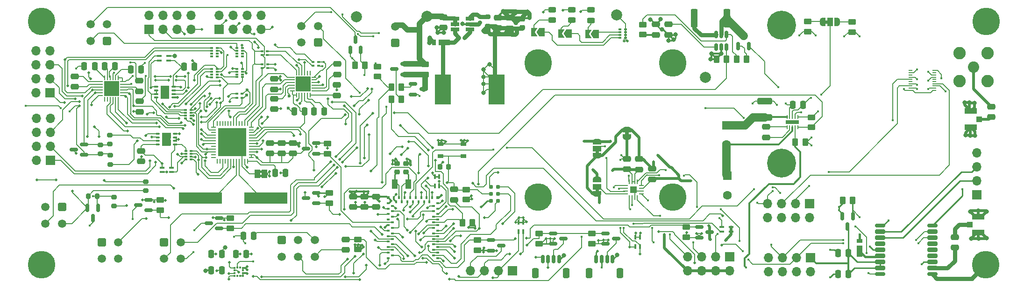
<source format=gbr>
G04 #@! TF.GenerationSoftware,KiCad,Pcbnew,7.0.10*
G04 #@! TF.CreationDate,2024-07-22T15:51:58-07:00*
G04 #@! TF.ProjectId,LCP_Controller,4c43505f-436f-46e7-9472-6f6c6c65722e,rev?*
G04 #@! TF.SameCoordinates,Original*
G04 #@! TF.FileFunction,Copper,L1,Top*
G04 #@! TF.FilePolarity,Positive*
%FSLAX46Y46*%
G04 Gerber Fmt 4.6, Leading zero omitted, Abs format (unit mm)*
G04 Created by KiCad (PCBNEW 7.0.10) date 2024-07-22 15:51:58*
%MOMM*%
%LPD*%
G01*
G04 APERTURE LIST*
G04 Aperture macros list*
%AMRoundRect*
0 Rectangle with rounded corners*
0 $1 Rounding radius*
0 $2 $3 $4 $5 $6 $7 $8 $9 X,Y pos of 4 corners*
0 Add a 4 corners polygon primitive as box body*
4,1,4,$2,$3,$4,$5,$6,$7,$8,$9,$2,$3,0*
0 Add four circle primitives for the rounded corners*
1,1,$1+$1,$2,$3*
1,1,$1+$1,$4,$5*
1,1,$1+$1,$6,$7*
1,1,$1+$1,$8,$9*
0 Add four rect primitives between the rounded corners*
20,1,$1+$1,$2,$3,$4,$5,0*
20,1,$1+$1,$4,$5,$6,$7,0*
20,1,$1+$1,$6,$7,$8,$9,0*
20,1,$1+$1,$8,$9,$2,$3,0*%
%AMFreePoly0*
4,1,6,1.000000,0.000000,0.500000,-0.750000,-0.500000,-0.750000,-0.500000,0.750000,0.500000,0.750000,1.000000,0.000000,1.000000,0.000000,$1*%
%AMFreePoly1*
4,1,6,0.500000,-0.750000,-0.650000,-0.750000,-0.150000,0.000000,-0.650000,0.750000,0.500000,0.750000,0.500000,-0.750000,0.500000,-0.750000,$1*%
%AMFreePoly2*
4,1,19,0.550000,-0.750000,0.000000,-0.750000,0.000000,-0.744911,-0.071157,-0.744911,-0.207708,-0.704816,-0.327430,-0.627875,-0.420627,-0.520320,-0.479746,-0.390866,-0.500000,-0.250000,-0.500000,0.250000,-0.479746,0.390866,-0.420627,0.520320,-0.327430,0.627875,-0.207708,0.704816,-0.071157,0.744911,0.000000,0.744911,0.000000,0.750000,0.550000,0.750000,0.550000,-0.750000,0.550000,-0.750000,
$1*%
%AMFreePoly3*
4,1,19,0.000000,0.744911,0.071157,0.744911,0.207708,0.704816,0.327430,0.627875,0.420627,0.520320,0.479746,0.390866,0.500000,0.250000,0.500000,-0.250000,0.479746,-0.390866,0.420627,-0.520320,0.327430,-0.627875,0.207708,-0.704816,0.071157,-0.744911,0.000000,-0.744911,0.000000,-0.750000,-0.550000,-0.750000,-0.550000,0.750000,0.000000,0.750000,0.000000,0.744911,0.000000,0.744911,
$1*%
%AMFreePoly4*
4,1,19,0.500000,-0.750000,0.000000,-0.750000,0.000000,-0.744911,-0.071157,-0.744911,-0.207708,-0.704816,-0.327430,-0.627875,-0.420627,-0.520320,-0.479746,-0.390866,-0.500000,-0.250000,-0.500000,0.250000,-0.479746,0.390866,-0.420627,0.520320,-0.327430,0.627875,-0.207708,0.704816,-0.071157,0.744911,0.000000,0.744911,0.000000,0.750000,0.500000,0.750000,0.500000,-0.750000,0.500000,-0.750000,
$1*%
%AMFreePoly5*
4,1,19,0.000000,0.744911,0.071157,0.744911,0.207708,0.704816,0.327430,0.627875,0.420627,0.520320,0.479746,0.390866,0.500000,0.250000,0.500000,-0.250000,0.479746,-0.390866,0.420627,-0.520320,0.327430,-0.627875,0.207708,-0.704816,0.071157,-0.744911,0.000000,-0.744911,0.000000,-0.750000,-0.500000,-0.750000,-0.500000,0.750000,0.000000,0.750000,0.000000,0.744911,0.000000,0.744911,
$1*%
G04 Aperture macros list end*
G04 #@! TA.AperFunction,SMDPad,CuDef*
%ADD10RoundRect,0.062500X0.350000X0.062500X-0.350000X0.062500X-0.350000X-0.062500X0.350000X-0.062500X0*%
G04 #@! TD*
G04 #@! TA.AperFunction,SMDPad,CuDef*
%ADD11RoundRect,0.062500X0.062500X0.350000X-0.062500X0.350000X-0.062500X-0.350000X0.062500X-0.350000X0*%
G04 #@! TD*
G04 #@! TA.AperFunction,ComponentPad*
%ADD12C,0.500000*%
G04 #@! TD*
G04 #@! TA.AperFunction,SMDPad,CuDef*
%ADD13R,2.700000X2.700000*%
G04 #@! TD*
G04 #@! TA.AperFunction,SMDPad,CuDef*
%ADD14RoundRect,0.250000X-0.475000X0.250000X-0.475000X-0.250000X0.475000X-0.250000X0.475000X0.250000X0*%
G04 #@! TD*
G04 #@! TA.AperFunction,SMDPad,CuDef*
%ADD15R,0.500000X0.320000*%
G04 #@! TD*
G04 #@! TA.AperFunction,SMDPad,CuDef*
%ADD16R,0.375000X0.350000*%
G04 #@! TD*
G04 #@! TA.AperFunction,SMDPad,CuDef*
%ADD17R,0.350000X0.375000*%
G04 #@! TD*
G04 #@! TA.AperFunction,ComponentPad*
%ADD18RoundRect,0.250001X-0.499999X0.499999X-0.499999X-0.499999X0.499999X-0.499999X0.499999X0.499999X0*%
G04 #@! TD*
G04 #@! TA.AperFunction,ComponentPad*
%ADD19C,1.500000*%
G04 #@! TD*
G04 #@! TA.AperFunction,SMDPad,CuDef*
%ADD20RoundRect,0.250000X0.475000X-0.250000X0.475000X0.250000X-0.475000X0.250000X-0.475000X-0.250000X0*%
G04 #@! TD*
G04 #@! TA.AperFunction,SMDPad,CuDef*
%ADD21RoundRect,0.250000X-0.250000X-0.475000X0.250000X-0.475000X0.250000X0.475000X-0.250000X0.475000X0*%
G04 #@! TD*
G04 #@! TA.AperFunction,SMDPad,CuDef*
%ADD22RoundRect,0.200000X-0.275000X0.200000X-0.275000X-0.200000X0.275000X-0.200000X0.275000X0.200000X0*%
G04 #@! TD*
G04 #@! TA.AperFunction,SMDPad,CuDef*
%ADD23R,0.500000X0.400000*%
G04 #@! TD*
G04 #@! TA.AperFunction,SMDPad,CuDef*
%ADD24R,1.050000X1.000000*%
G04 #@! TD*
G04 #@! TA.AperFunction,SMDPad,CuDef*
%ADD25R,2.200000X1.050000*%
G04 #@! TD*
G04 #@! TA.AperFunction,SMDPad,CuDef*
%ADD26RoundRect,0.062500X0.062500X-0.350000X0.062500X0.350000X-0.062500X0.350000X-0.062500X-0.350000X0*%
G04 #@! TD*
G04 #@! TA.AperFunction,SMDPad,CuDef*
%ADD27RoundRect,0.062500X0.350000X-0.062500X0.350000X0.062500X-0.350000X0.062500X-0.350000X-0.062500X0*%
G04 #@! TD*
G04 #@! TA.AperFunction,SMDPad,CuDef*
%ADD28R,1.230000X1.230000*%
G04 #@! TD*
G04 #@! TA.AperFunction,ComponentPad*
%ADD29R,1.700000X1.700000*%
G04 #@! TD*
G04 #@! TA.AperFunction,ComponentPad*
%ADD30O,1.700000X1.700000*%
G04 #@! TD*
G04 #@! TA.AperFunction,SMDPad,CuDef*
%ADD31FreePoly0,180.000000*%
G04 #@! TD*
G04 #@! TA.AperFunction,SMDPad,CuDef*
%ADD32FreePoly1,180.000000*%
G04 #@! TD*
G04 #@! TA.AperFunction,SMDPad,CuDef*
%ADD33RoundRect,0.250000X-0.450000X0.262500X-0.450000X-0.262500X0.450000X-0.262500X0.450000X0.262500X0*%
G04 #@! TD*
G04 #@! TA.AperFunction,SMDPad,CuDef*
%ADD34RoundRect,0.250000X0.250000X0.475000X-0.250000X0.475000X-0.250000X-0.475000X0.250000X-0.475000X0*%
G04 #@! TD*
G04 #@! TA.AperFunction,SMDPad,CuDef*
%ADD35RoundRect,0.150000X0.587500X0.150000X-0.587500X0.150000X-0.587500X-0.150000X0.587500X-0.150000X0*%
G04 #@! TD*
G04 #@! TA.AperFunction,SMDPad,CuDef*
%ADD36R,1.000000X1.800000*%
G04 #@! TD*
G04 #@! TA.AperFunction,SMDPad,CuDef*
%ADD37RoundRect,0.150000X0.150000X0.625000X-0.150000X0.625000X-0.150000X-0.625000X0.150000X-0.625000X0*%
G04 #@! TD*
G04 #@! TA.AperFunction,SMDPad,CuDef*
%ADD38RoundRect,0.250000X0.350000X0.650000X-0.350000X0.650000X-0.350000X-0.650000X0.350000X-0.650000X0*%
G04 #@! TD*
G04 #@! TA.AperFunction,SMDPad,CuDef*
%ADD39R,0.400000X0.900000*%
G04 #@! TD*
G04 #@! TA.AperFunction,ComponentPad*
%ADD40RoundRect,0.250001X0.499999X0.499999X-0.499999X0.499999X-0.499999X-0.499999X0.499999X-0.499999X0*%
G04 #@! TD*
G04 #@! TA.AperFunction,SMDPad,CuDef*
%ADD41RoundRect,0.150000X-0.587500X-0.150000X0.587500X-0.150000X0.587500X0.150000X-0.587500X0.150000X0*%
G04 #@! TD*
G04 #@! TA.AperFunction,ComponentPad*
%ADD42C,5.000000*%
G04 #@! TD*
G04 #@! TA.AperFunction,SMDPad,CuDef*
%ADD43RoundRect,0.150000X0.150000X-0.587500X0.150000X0.587500X-0.150000X0.587500X-0.150000X-0.587500X0*%
G04 #@! TD*
G04 #@! TA.AperFunction,SMDPad,CuDef*
%ADD44RoundRect,0.135000X-0.185000X0.135000X-0.185000X-0.135000X0.185000X-0.135000X0.185000X0.135000X0*%
G04 #@! TD*
G04 #@! TA.AperFunction,SMDPad,CuDef*
%ADD45RoundRect,0.200000X0.275000X-0.200000X0.275000X0.200000X-0.275000X0.200000X-0.275000X-0.200000X0*%
G04 #@! TD*
G04 #@! TA.AperFunction,SMDPad,CuDef*
%ADD46RoundRect,0.250000X0.450000X-0.262500X0.450000X0.262500X-0.450000X0.262500X-0.450000X-0.262500X0*%
G04 #@! TD*
G04 #@! TA.AperFunction,SMDPad,CuDef*
%ADD47RoundRect,0.250000X-0.262500X-0.450000X0.262500X-0.450000X0.262500X0.450000X-0.262500X0.450000X0*%
G04 #@! TD*
G04 #@! TA.AperFunction,ComponentPad*
%ADD48C,2.000000*%
G04 #@! TD*
G04 #@! TA.AperFunction,SMDPad,CuDef*
%ADD49RoundRect,0.250000X0.262500X0.450000X-0.262500X0.450000X-0.262500X-0.450000X0.262500X-0.450000X0*%
G04 #@! TD*
G04 #@! TA.AperFunction,SMDPad,CuDef*
%ADD50R,1.560000X0.650000*%
G04 #@! TD*
G04 #@! TA.AperFunction,SMDPad,CuDef*
%ADD51R,0.300000X0.400000*%
G04 #@! TD*
G04 #@! TA.AperFunction,SMDPad,CuDef*
%ADD52O,0.650000X0.400000*%
G04 #@! TD*
G04 #@! TA.AperFunction,SMDPad,CuDef*
%ADD53R,0.650000X1.000000*%
G04 #@! TD*
G04 #@! TA.AperFunction,SMDPad,CuDef*
%ADD54R,1.650000X2.400000*%
G04 #@! TD*
G04 #@! TA.AperFunction,SMDPad,CuDef*
%ADD55R,1.000000X1.500000*%
G04 #@! TD*
G04 #@! TA.AperFunction,SMDPad,CuDef*
%ADD56R,0.600000X0.400000*%
G04 #@! TD*
G04 #@! TA.AperFunction,SMDPad,CuDef*
%ADD57R,0.600000X0.600000*%
G04 #@! TD*
G04 #@! TA.AperFunction,SMDPad,CuDef*
%ADD58R,0.400000X0.600000*%
G04 #@! TD*
G04 #@! TA.AperFunction,ComponentPad*
%ADD59R,1.600000X1.600000*%
G04 #@! TD*
G04 #@! TA.AperFunction,ComponentPad*
%ADD60C,1.600000*%
G04 #@! TD*
G04 #@! TA.AperFunction,ComponentPad*
%ADD61RoundRect,0.250001X-0.499999X-0.499999X0.499999X-0.499999X0.499999X0.499999X-0.499999X0.499999X0*%
G04 #@! TD*
G04 #@! TA.AperFunction,SMDPad,CuDef*
%ADD62RoundRect,0.150000X-0.150000X0.587500X-0.150000X-0.587500X0.150000X-0.587500X0.150000X0.587500X0*%
G04 #@! TD*
G04 #@! TA.AperFunction,SMDPad,CuDef*
%ADD63RoundRect,0.225000X0.250000X-0.225000X0.250000X0.225000X-0.250000X0.225000X-0.250000X-0.225000X0*%
G04 #@! TD*
G04 #@! TA.AperFunction,SMDPad,CuDef*
%ADD64RoundRect,0.175000X-0.725000X-0.175000X0.725000X-0.175000X0.725000X0.175000X-0.725000X0.175000X0*%
G04 #@! TD*
G04 #@! TA.AperFunction,SMDPad,CuDef*
%ADD65RoundRect,0.200000X-0.700000X-0.200000X0.700000X-0.200000X0.700000X0.200000X-0.700000X0.200000X0*%
G04 #@! TD*
G04 #@! TA.AperFunction,SMDPad,CuDef*
%ADD66R,0.900000X0.400000*%
G04 #@! TD*
G04 #@! TA.AperFunction,SMDPad,CuDef*
%ADD67R,7.875000X2.000000*%
G04 #@! TD*
G04 #@! TA.AperFunction,SMDPad,CuDef*
%ADD68RoundRect,0.150000X0.150000X-0.512500X0.150000X0.512500X-0.150000X0.512500X-0.150000X-0.512500X0*%
G04 #@! TD*
G04 #@! TA.AperFunction,SMDPad,CuDef*
%ADD69RoundRect,0.062500X-0.350000X-0.062500X0.350000X-0.062500X0.350000X0.062500X-0.350000X0.062500X0*%
G04 #@! TD*
G04 #@! TA.AperFunction,SMDPad,CuDef*
%ADD70RoundRect,0.062500X-0.062500X-0.350000X0.062500X-0.350000X0.062500X0.350000X-0.062500X0.350000X0*%
G04 #@! TD*
G04 #@! TA.AperFunction,SMDPad,CuDef*
%ADD71R,1.050000X0.650000*%
G04 #@! TD*
G04 #@! TA.AperFunction,WasherPad*
%ADD72C,5.250000*%
G04 #@! TD*
G04 #@! TA.AperFunction,SMDPad,CuDef*
%ADD73R,0.700000X0.200000*%
G04 #@! TD*
G04 #@! TA.AperFunction,SMDPad,CuDef*
%ADD74RoundRect,0.140000X-0.140000X-0.170000X0.140000X-0.170000X0.140000X0.170000X-0.140000X0.170000X0*%
G04 #@! TD*
G04 #@! TA.AperFunction,SMDPad,CuDef*
%ADD75R,2.000000X1.100000*%
G04 #@! TD*
G04 #@! TA.AperFunction,SMDPad,CuDef*
%ADD76R,0.800000X1.100000*%
G04 #@! TD*
G04 #@! TA.AperFunction,SMDPad,CuDef*
%ADD77RoundRect,0.225000X0.225000X0.250000X-0.225000X0.250000X-0.225000X-0.250000X0.225000X-0.250000X0*%
G04 #@! TD*
G04 #@! TA.AperFunction,SMDPad,CuDef*
%ADD78FreePoly2,0.000000*%
G04 #@! TD*
G04 #@! TA.AperFunction,SMDPad,CuDef*
%ADD79FreePoly3,0.000000*%
G04 #@! TD*
G04 #@! TA.AperFunction,ConnectorPad*
%ADD80C,0.787400*%
G04 #@! TD*
G04 #@! TA.AperFunction,SMDPad,CuDef*
%ADD81RoundRect,0.250000X1.100000X-0.325000X1.100000X0.325000X-1.100000X0.325000X-1.100000X-0.325000X0*%
G04 #@! TD*
G04 #@! TA.AperFunction,SMDPad,CuDef*
%ADD82R,1.100000X2.000000*%
G04 #@! TD*
G04 #@! TA.AperFunction,SMDPad,CuDef*
%ADD83R,1.100000X0.800000*%
G04 #@! TD*
G04 #@! TA.AperFunction,SMDPad,CuDef*
%ADD84RoundRect,0.250000X0.362500X1.425000X-0.362500X1.425000X-0.362500X-1.425000X0.362500X-1.425000X0*%
G04 #@! TD*
G04 #@! TA.AperFunction,SMDPad,CuDef*
%ADD85RoundRect,0.243750X-0.456250X0.243750X-0.456250X-0.243750X0.456250X-0.243750X0.456250X0.243750X0*%
G04 #@! TD*
G04 #@! TA.AperFunction,SMDPad,CuDef*
%ADD86R,2.900000X5.400000*%
G04 #@! TD*
G04 #@! TA.AperFunction,ComponentPad*
%ADD87C,2.050000*%
G04 #@! TD*
G04 #@! TA.AperFunction,ComponentPad*
%ADD88C,2.250000*%
G04 #@! TD*
G04 #@! TA.AperFunction,SMDPad,CuDef*
%ADD89FreePoly2,90.000000*%
G04 #@! TD*
G04 #@! TA.AperFunction,SMDPad,CuDef*
%ADD90R,1.500000X1.000000*%
G04 #@! TD*
G04 #@! TA.AperFunction,SMDPad,CuDef*
%ADD91FreePoly3,90.000000*%
G04 #@! TD*
G04 #@! TA.AperFunction,SMDPad,CuDef*
%ADD92RoundRect,0.200000X-0.200000X-0.275000X0.200000X-0.275000X0.200000X0.275000X-0.200000X0.275000X0*%
G04 #@! TD*
G04 #@! TA.AperFunction,SMDPad,CuDef*
%ADD93R,0.250000X0.700000*%
G04 #@! TD*
G04 #@! TA.AperFunction,SMDPad,CuDef*
%ADD94R,2.400000X0.640000*%
G04 #@! TD*
G04 #@! TA.AperFunction,SMDPad,CuDef*
%ADD95RoundRect,0.062500X0.375000X0.062500X-0.375000X0.062500X-0.375000X-0.062500X0.375000X-0.062500X0*%
G04 #@! TD*
G04 #@! TA.AperFunction,SMDPad,CuDef*
%ADD96RoundRect,0.062500X0.062500X0.375000X-0.062500X0.375000X-0.062500X-0.375000X0.062500X-0.375000X0*%
G04 #@! TD*
G04 #@! TA.AperFunction,SMDPad,CuDef*
%ADD97R,5.150000X5.150000*%
G04 #@! TD*
G04 #@! TA.AperFunction,SMDPad,CuDef*
%ADD98FreePoly4,90.000000*%
G04 #@! TD*
G04 #@! TA.AperFunction,SMDPad,CuDef*
%ADD99FreePoly5,90.000000*%
G04 #@! TD*
G04 #@! TA.AperFunction,ViaPad*
%ADD100C,0.800000*%
G04 #@! TD*
G04 #@! TA.AperFunction,ViaPad*
%ADD101C,0.406400*%
G04 #@! TD*
G04 #@! TA.AperFunction,ViaPad*
%ADD102C,0.500000*%
G04 #@! TD*
G04 #@! TA.AperFunction,ViaPad*
%ADD103C,0.600000*%
G04 #@! TD*
G04 #@! TA.AperFunction,Conductor*
%ADD104C,1.500000*%
G04 #@! TD*
G04 #@! TA.AperFunction,Conductor*
%ADD105C,0.750000*%
G04 #@! TD*
G04 #@! TA.AperFunction,Conductor*
%ADD106C,0.200000*%
G04 #@! TD*
G04 #@! TA.AperFunction,Conductor*
%ADD107C,0.300000*%
G04 #@! TD*
G04 #@! TA.AperFunction,Conductor*
%ADD108C,0.500000*%
G04 #@! TD*
G04 #@! TA.AperFunction,Conductor*
%ADD109C,0.250000*%
G04 #@! TD*
G04 #@! TA.AperFunction,Conductor*
%ADD110C,1.000000*%
G04 #@! TD*
G04 #@! TA.AperFunction,Conductor*
%ADD111C,0.400000*%
G04 #@! TD*
G04 #@! TA.AperFunction,Conductor*
%ADD112C,0.350000*%
G04 #@! TD*
G04 #@! TA.AperFunction,Conductor*
%ADD113C,0.152400*%
G04 #@! TD*
G04 APERTURE END LIST*
G04 #@! TA.AperFunction,EtchedComponent*
G36*
X170328400Y-120462600D02*
G01*
X169828400Y-120462600D01*
X169828400Y-120062600D01*
X170328400Y-120062600D01*
X170328400Y-120462600D01*
G37*
G04 #@! TD.AperFunction*
G04 #@! TA.AperFunction,EtchedComponent*
G36*
X170328400Y-119662600D02*
G01*
X169828400Y-119662600D01*
X169828400Y-119262600D01*
X170328400Y-119262600D01*
X170328400Y-119662600D01*
G37*
G04 #@! TD.AperFunction*
G04 #@! TA.AperFunction,EtchedComponent*
G36*
X272800000Y-92600000D02*
G01*
X272300000Y-92600000D01*
X272300000Y-92000000D01*
X272800000Y-92000000D01*
X272800000Y-92600000D01*
G37*
G04 #@! TD.AperFunction*
G04 #@! TA.AperFunction,EtchedComponent*
G36*
X231300000Y-116200000D02*
G01*
X230700000Y-116200000D01*
X230700000Y-115700000D01*
X231300000Y-115700000D01*
X231300000Y-116200000D01*
G37*
G04 #@! TD.AperFunction*
G04 #@! TA.AperFunction,EtchedComponent*
G36*
X231300000Y-123100000D02*
G01*
X230700000Y-123100000D01*
X230700000Y-122600000D01*
X231300000Y-122600000D01*
X231300000Y-123100000D01*
G37*
G04 #@! TD.AperFunction*
G04 #@! TA.AperFunction,EtchedComponent*
G36*
X236700000Y-112750000D02*
G01*
X236100000Y-112750000D01*
X236100000Y-112250000D01*
X236700000Y-112250000D01*
X236700000Y-112750000D01*
G37*
G04 #@! TD.AperFunction*
D10*
X179711700Y-104805800D03*
X179711700Y-104305800D03*
X179711700Y-103805800D03*
X179711700Y-103305800D03*
X179711700Y-102805800D03*
X179711700Y-102305800D03*
D11*
X178999200Y-101593300D03*
X178499200Y-101593300D03*
X177999200Y-101593300D03*
X177499200Y-101593300D03*
X176999200Y-101593300D03*
X176499200Y-101593300D03*
D10*
X175786700Y-102305800D03*
X175786700Y-102805800D03*
X175786700Y-103305800D03*
X175786700Y-103805800D03*
X175786700Y-104305800D03*
X175786700Y-104805800D03*
D11*
X176499200Y-105518300D03*
X176999200Y-105518300D03*
X177499200Y-105518300D03*
X177999200Y-105518300D03*
X178499200Y-105518300D03*
X178999200Y-105518300D03*
D12*
X178849200Y-104655800D03*
X178849200Y-103555800D03*
X178849200Y-102455800D03*
X177749200Y-104655800D03*
X177749200Y-103555800D03*
D13*
X177749200Y-103555800D03*
D12*
X177749200Y-102455800D03*
X176649200Y-104655800D03*
X176649200Y-103555800D03*
X176649200Y-102455800D03*
D14*
X148082000Y-106695200D03*
X148082000Y-108595200D03*
D15*
X235110400Y-93661800D03*
X235110400Y-94161800D03*
X235110400Y-94661800D03*
X235110400Y-95161800D03*
X236110400Y-95161800D03*
X236110400Y-94661800D03*
X236110400Y-94161800D03*
X236110400Y-93661800D03*
D16*
X165264100Y-136934000D03*
X165264100Y-137434000D03*
X165264100Y-137934000D03*
X165264100Y-138434000D03*
D17*
X165776600Y-138446500D03*
X166276600Y-138446500D03*
D16*
X166789100Y-138434000D03*
X166789100Y-137934000D03*
X166789100Y-137434000D03*
X166789100Y-136934000D03*
D17*
X166276600Y-136921500D03*
X165776600Y-136921500D03*
D18*
X134000000Y-125900000D03*
D19*
X134000000Y-128900000D03*
X131000000Y-125900000D03*
X131000000Y-128900000D03*
D20*
X190957200Y-125892600D03*
X190957200Y-123992600D03*
D21*
X161076600Y-137414000D03*
X162976600Y-137414000D03*
D22*
X141020800Y-114618000D03*
X141020800Y-116268000D03*
D23*
X170238800Y-97567000D03*
X170238800Y-98267000D03*
X171238800Y-98267000D03*
X171238800Y-97567000D03*
D24*
X300269400Y-109939600D03*
D25*
X298744400Y-111414600D03*
X298744400Y-108464600D03*
D26*
X236800000Y-124175000D03*
X237300000Y-124175000D03*
X237800000Y-124175000D03*
X238300000Y-124175000D03*
D27*
X238987500Y-123487500D03*
X238987500Y-122987500D03*
X238987500Y-122487500D03*
X238987500Y-121987500D03*
D26*
X238300000Y-121300000D03*
X237800000Y-121300000D03*
X237300000Y-121300000D03*
X236800000Y-121300000D03*
D27*
X236112500Y-121987500D03*
X236112500Y-122487500D03*
X236112500Y-122987500D03*
X236112500Y-123487500D03*
D28*
X237550000Y-122737500D03*
D29*
X131902200Y-117398800D03*
D30*
X129362200Y-117398800D03*
X131902200Y-114858800D03*
X129362200Y-114858800D03*
X131902200Y-112318800D03*
X129362200Y-112318800D03*
X131902200Y-109778800D03*
X129362200Y-109778800D03*
D31*
X220993800Y-94157800D03*
D32*
X219543800Y-94157800D03*
D31*
X225870600Y-94361000D03*
D32*
X224420600Y-94361000D03*
D24*
X298550000Y-129100000D03*
D25*
X300075000Y-127625000D03*
X300075000Y-130575000D03*
D33*
X269200000Y-92187500D03*
X269200000Y-94012500D03*
D34*
X168750000Y-131100000D03*
X166850000Y-131100000D03*
D35*
X180083700Y-116215200D03*
X180083700Y-114315200D03*
X178208700Y-115265200D03*
D14*
X238600000Y-117200000D03*
X238600000Y-119100000D03*
D36*
X196810000Y-121716800D03*
X194310000Y-121716800D03*
D33*
X187655200Y-131777100D03*
X187655200Y-133602100D03*
D20*
X183870600Y-101813400D03*
X183870600Y-99913400D03*
D37*
X233808400Y-135352400D03*
X232808400Y-135352400D03*
X231808400Y-135352400D03*
X230808400Y-135352400D03*
D38*
X235108400Y-137877400D03*
X229508400Y-137877400D03*
D29*
X149819200Y-93654800D03*
D30*
X149819200Y-91114800D03*
X152359200Y-93654800D03*
X152359200Y-91114800D03*
X154899200Y-93654800D03*
X154899200Y-91114800D03*
X157439200Y-93654800D03*
X157439200Y-91114800D03*
D39*
X238728200Y-131407800D03*
X237928200Y-131407800D03*
X237928200Y-133107800D03*
X238728200Y-133107800D03*
D14*
X136296400Y-102148600D03*
X136296400Y-104048600D03*
D40*
X194400000Y-96100000D03*
D19*
X194400000Y-93100000D03*
D41*
X222988900Y-130698200D03*
X222988900Y-132598200D03*
X224863900Y-131648200D03*
D42*
X130302000Y-136398000D03*
D43*
X186250000Y-97375000D03*
X188150000Y-97375000D03*
X187200000Y-95500000D03*
D42*
X220294200Y-124117100D03*
D44*
X209727800Y-91349600D03*
X209727800Y-92369600D03*
D39*
X217595400Y-128690000D03*
X216795400Y-128690000D03*
X216795400Y-130390000D03*
X217595400Y-130390000D03*
D35*
X138021300Y-116418400D03*
X138021300Y-114518400D03*
X136146300Y-115468400D03*
D34*
X177988000Y-108534200D03*
X176088000Y-108534200D03*
D45*
X142697200Y-114490000D03*
X142697200Y-112840000D03*
D14*
X205054200Y-122695300D03*
X205054200Y-124595300D03*
D46*
X247167400Y-131366900D03*
X247167400Y-129541900D03*
D14*
X148336000Y-115686800D03*
X148336000Y-117586800D03*
D15*
X162120200Y-102324600D03*
X162120200Y-101824600D03*
X162120200Y-101324600D03*
X162120200Y-100824600D03*
X161120200Y-100824600D03*
X161120200Y-101324600D03*
X161120200Y-101824600D03*
X161120200Y-102324600D03*
D47*
X266887500Y-114100000D03*
X268712500Y-114100000D03*
D48*
X187400000Y-91300000D03*
X234518200Y-91008200D03*
D20*
X241630200Y-94625200D03*
X241630200Y-92725200D03*
D49*
X258087500Y-99060000D03*
X256262500Y-99060000D03*
D33*
X277200000Y-92300000D03*
X277200000Y-94125000D03*
D31*
X230798200Y-94437200D03*
D32*
X229348200Y-94437200D03*
D15*
X166717600Y-98514600D03*
X166717600Y-98014600D03*
X166717600Y-97514600D03*
X166717600Y-97014600D03*
X165717600Y-97014600D03*
X165717600Y-97514600D03*
X165717600Y-98014600D03*
X165717600Y-98514600D03*
D35*
X196137500Y-101800000D03*
X196137500Y-99900000D03*
X194262500Y-100850000D03*
D50*
X207928200Y-93609200D03*
X207928200Y-92659200D03*
X207928200Y-91709200D03*
X205228200Y-91709200D03*
X205228200Y-92659200D03*
X205228200Y-93609200D03*
D48*
X200200000Y-91236800D03*
D51*
X150904000Y-104054000D03*
D52*
X151104000Y-104054000D03*
D51*
X150904000Y-104704000D03*
D52*
X151104000Y-104704000D03*
D51*
X150904000Y-105354000D03*
D52*
X151104000Y-105354000D03*
D51*
X150904000Y-106004000D03*
D52*
X151104000Y-106004000D03*
X154204000Y-106004000D03*
D51*
X154404000Y-106004000D03*
D52*
X154204000Y-105354000D03*
D51*
X154404000Y-105354000D03*
D52*
X154204000Y-104704000D03*
D51*
X154404000Y-104704000D03*
D52*
X154204000Y-104054000D03*
D51*
X154404000Y-104054000D03*
D53*
X152204000Y-104404000D03*
X152204000Y-105654000D03*
D54*
X152654000Y-105029000D03*
D53*
X153104000Y-104404000D03*
X153104000Y-105654000D03*
D21*
X172633600Y-119735600D03*
X174533600Y-119735600D03*
D42*
X130302000Y-92202000D03*
D21*
X161076600Y-134404000D03*
X162976600Y-134404000D03*
D15*
X157370400Y-109766800D03*
X157370400Y-109266800D03*
X157370400Y-108766800D03*
X157370400Y-108266800D03*
X156370400Y-108266800D03*
X156370400Y-108766800D03*
X156370400Y-109266800D03*
X156370400Y-109766800D03*
D46*
X220522800Y-132535300D03*
X220522800Y-130710300D03*
D33*
X191200000Y-100387500D03*
X191200000Y-102212500D03*
D42*
X244703600Y-124117100D03*
D49*
X254455300Y-99009200D03*
X252630300Y-99009200D03*
D55*
X170728400Y-119862600D03*
X169428400Y-119862600D03*
D35*
X162456100Y-129778800D03*
X162456100Y-127878800D03*
X160581100Y-128828800D03*
D33*
X199800000Y-99987500D03*
X199800000Y-101812500D03*
D20*
X302419400Y-109539600D03*
X302419400Y-107639600D03*
D56*
X202112000Y-135183000D03*
X201312000Y-134683000D03*
X202112000Y-134183000D03*
X201312000Y-133683000D03*
X202112000Y-133183000D03*
X201312000Y-132683000D03*
X202112000Y-132183000D03*
X201312000Y-131683000D03*
X202112000Y-131183000D03*
X201312000Y-130683000D03*
X202112000Y-130183000D03*
X201312000Y-129683000D03*
X202112000Y-129183000D03*
X201312000Y-128683000D03*
X202112000Y-128183000D03*
X201312000Y-127683000D03*
X202112000Y-127183000D03*
X201312000Y-126683000D03*
X202112000Y-126183000D03*
X201312000Y-125683000D03*
X202112000Y-125183000D03*
D57*
X202112000Y-124183000D03*
D58*
X201112000Y-124183000D03*
X200612000Y-124983000D03*
X200112000Y-124183000D03*
X199612000Y-124983000D03*
X199112000Y-124183000D03*
X198612000Y-124983000D03*
X198112000Y-124183000D03*
X197612000Y-124983000D03*
X197112000Y-124183000D03*
X196612000Y-124983000D03*
X196112000Y-124183000D03*
X195612000Y-124983000D03*
X195112000Y-124183000D03*
X194612000Y-124983000D03*
X194112000Y-124183000D03*
D57*
X193112000Y-124183000D03*
D56*
X193112000Y-125183000D03*
X193912000Y-125683000D03*
X193112000Y-126183000D03*
X193912000Y-126683000D03*
X193112000Y-127183000D03*
X193912000Y-127683000D03*
X193112000Y-128183000D03*
X193912000Y-128683000D03*
X193112000Y-129183000D03*
X193912000Y-129683000D03*
X193112000Y-130183000D03*
X193912000Y-130683000D03*
X193112000Y-131183000D03*
X193912000Y-131683000D03*
X193112000Y-132183000D03*
X193912000Y-132683000D03*
X193112000Y-133183000D03*
X193912000Y-133683000D03*
X193112000Y-134183000D03*
X193912000Y-134683000D03*
X193112000Y-135183000D03*
D59*
X254600000Y-120247349D03*
D60*
X254600000Y-123747349D03*
D15*
X166717600Y-102299200D03*
X166717600Y-101799200D03*
X166717600Y-101299200D03*
X166717600Y-100799200D03*
X165717600Y-100799200D03*
X165717600Y-101299200D03*
X165717600Y-101799200D03*
X165717600Y-102299200D03*
D46*
X209270600Y-133729100D03*
X209270600Y-131904100D03*
D48*
X250600000Y-102300000D03*
D61*
X173800000Y-131900000D03*
D19*
X176800000Y-131900000D03*
X179800000Y-131900000D03*
X173800000Y-134900000D03*
X176800000Y-134900000D03*
X179800000Y-134900000D03*
D14*
X148031200Y-102950000D03*
X148031200Y-104850000D03*
D47*
X275487500Y-124700000D03*
X277312500Y-124700000D03*
D62*
X140550000Y-126025000D03*
X138650000Y-126025000D03*
X139600000Y-127900000D03*
D41*
X197662500Y-103550000D03*
X197662500Y-105450000D03*
X199537500Y-104500000D03*
D33*
X182168800Y-114378100D03*
X182168800Y-116203100D03*
D21*
X179644000Y-108534200D03*
X181544000Y-108534200D03*
D46*
X230047800Y-132535300D03*
X230047800Y-130710300D03*
D41*
X249531900Y-129529800D03*
X249531900Y-131429800D03*
X251406900Y-130479800D03*
D45*
X149200000Y-122925000D03*
X149200000Y-121275000D03*
D63*
X217424000Y-93297000D03*
X217424000Y-91747000D03*
D14*
X243916200Y-92699800D03*
X243916200Y-94599800D03*
D61*
X152500000Y-132300000D03*
D19*
X155500000Y-132300000D03*
X152500000Y-135300000D03*
X155500000Y-135300000D03*
D33*
X164515800Y-127941700D03*
X164515800Y-129766700D03*
D64*
X282250000Y-129300000D03*
D65*
X282250000Y-130400000D03*
X282250000Y-131500000D03*
X282250000Y-132600000D03*
X282250000Y-133700000D03*
X282250000Y-134800000D03*
X282250000Y-135900000D03*
X282250000Y-137000000D03*
D64*
X282250000Y-138100000D03*
X291750000Y-138100000D03*
D65*
X291750000Y-137000000D03*
X291750000Y-135900000D03*
X291750000Y-134800000D03*
X291750000Y-133700000D03*
X291750000Y-132600000D03*
X291750000Y-131500000D03*
X291750000Y-130400000D03*
D64*
X291750000Y-129300000D03*
D14*
X236400000Y-117150000D03*
X236400000Y-119050000D03*
D29*
X255006000Y-134945200D03*
D30*
X255006000Y-137485200D03*
X252466000Y-134945200D03*
X252466000Y-137485200D03*
X249926000Y-134945200D03*
X249926000Y-137485200D03*
X247386000Y-134945200D03*
X247386000Y-137485200D03*
D47*
X206580100Y-128778000D03*
X208405100Y-128778000D03*
D29*
X269687200Y-135123000D03*
D30*
X269687200Y-137663000D03*
X267147200Y-135123000D03*
X267147200Y-137663000D03*
X264607200Y-135123000D03*
X264607200Y-137663000D03*
X262067200Y-135123000D03*
X262067200Y-137663000D03*
D40*
X180400000Y-96020000D03*
D19*
X177400000Y-96020000D03*
X180400000Y-93020000D03*
X177400000Y-93020000D03*
D29*
X131851400Y-105105200D03*
D30*
X129311400Y-105105200D03*
X131851400Y-102565200D03*
X129311400Y-102565200D03*
X131851400Y-100025200D03*
X129311400Y-100025200D03*
X131851400Y-97485200D03*
X129311400Y-97485200D03*
D59*
X254400000Y-111047349D03*
D60*
X254400000Y-114547349D03*
D61*
X141200000Y-132300000D03*
D19*
X144200000Y-132300000D03*
X141200000Y-135300000D03*
X144200000Y-135300000D03*
D20*
X215188800Y-93421200D03*
X215188800Y-91521200D03*
D66*
X152185000Y-118726000D03*
X152185000Y-119526000D03*
X153885000Y-119526000D03*
X153885000Y-118726000D03*
D67*
X159111700Y-124231400D03*
X170986700Y-124231400D03*
D68*
X252567400Y-96844700D03*
X253517400Y-96844700D03*
X254467400Y-96844700D03*
X254467400Y-94569700D03*
X253517400Y-94569700D03*
X252567400Y-94569700D03*
D69*
X141014100Y-103118600D03*
X141014100Y-103618600D03*
X141014100Y-104118600D03*
X141014100Y-104618600D03*
X141014100Y-105118600D03*
X141014100Y-105618600D03*
D70*
X141726600Y-106331100D03*
X142226600Y-106331100D03*
X142726600Y-106331100D03*
X143226600Y-106331100D03*
X143726600Y-106331100D03*
X144226600Y-106331100D03*
D69*
X144939100Y-105618600D03*
X144939100Y-105118600D03*
X144939100Y-104618600D03*
X144939100Y-104118600D03*
X144939100Y-103618600D03*
X144939100Y-103118600D03*
D70*
X144226600Y-102406100D03*
X143726600Y-102406100D03*
X143226600Y-102406100D03*
X142726600Y-102406100D03*
X142226600Y-102406100D03*
X141726600Y-102406100D03*
D12*
X141876600Y-103268600D03*
X141876600Y-104368600D03*
X141876600Y-105468600D03*
X142976600Y-103268600D03*
X142976600Y-104368600D03*
D13*
X142976600Y-104368600D03*
D12*
X142976600Y-105468600D03*
X144076600Y-103268600D03*
X144076600Y-104368600D03*
X144076600Y-105468600D03*
D42*
X244703600Y-99682300D03*
D71*
X206773600Y-116619600D03*
X202623600Y-116619600D03*
X206773600Y-114469600D03*
X202623600Y-114469600D03*
D72*
X264385000Y-92900000D03*
X264385000Y-117900000D03*
D73*
X292150000Y-104700000D03*
X287800000Y-104700000D03*
X292150000Y-104300000D03*
X287800000Y-104300000D03*
X292150000Y-103900000D03*
X287800000Y-103900000D03*
X292150000Y-103500000D03*
X287800000Y-103500000D03*
X292150000Y-103100000D03*
X287800000Y-103100000D03*
X292150000Y-102700000D03*
X287800000Y-102700000D03*
X292150000Y-102300000D03*
X287800000Y-102300000D03*
X292150000Y-101900000D03*
X287800000Y-101900000D03*
X292150000Y-101500000D03*
X287800000Y-101500000D03*
X292150000Y-101100000D03*
X287800000Y-101100000D03*
D74*
X205945800Y-95123000D03*
X206905800Y-95123000D03*
D33*
X182450400Y-123350900D03*
X182450400Y-125175900D03*
D34*
X143621800Y-100300000D03*
X141721800Y-100300000D03*
D42*
X220294200Y-99707700D03*
X301447200Y-136372600D03*
D20*
X188849000Y-125892600D03*
X188849000Y-123992600D03*
D14*
X241000000Y-118950000D03*
X241000000Y-120850000D03*
D29*
X299800000Y-123700000D03*
D30*
X299800000Y-121160000D03*
X299800000Y-118620000D03*
X299800000Y-116080000D03*
D37*
X224125000Y-135346200D03*
X223125000Y-135346200D03*
X222125000Y-135346200D03*
X221125000Y-135346200D03*
D38*
X225425000Y-137871200D03*
X219825000Y-137871200D03*
D20*
X171754800Y-116149200D03*
X171754800Y-114249200D03*
D35*
X180083700Y-125206800D03*
X180083700Y-123306800D03*
X178208700Y-124256800D03*
D29*
X215696800Y-137439400D03*
D30*
X213156800Y-137439400D03*
X210616800Y-137439400D03*
X208076800Y-137439400D03*
D43*
X256580600Y-96644700D03*
X258480600Y-96644700D03*
X257530600Y-94769700D03*
D75*
X203291200Y-95961200D03*
D76*
X201391200Y-95961200D03*
D77*
X204051200Y-118592600D03*
X202501200Y-118592600D03*
D20*
X173837600Y-116139000D03*
X173837600Y-114239000D03*
X175895000Y-116149200D03*
X175895000Y-114249200D03*
D23*
X170264200Y-99954600D03*
X170264200Y-100654600D03*
X171264200Y-100654600D03*
X171264200Y-99954600D03*
D22*
X142748000Y-116497600D03*
X142748000Y-118147600D03*
D78*
X271900000Y-92300000D03*
D55*
X273200000Y-92300000D03*
D79*
X274500000Y-92300000D03*
D80*
X211759800Y-122275600D03*
X213029800Y-122275600D03*
X211759800Y-123545600D03*
X213029800Y-123545600D03*
X211759800Y-124815600D03*
X213029800Y-124815600D03*
D81*
X261400000Y-109650000D03*
X261400000Y-106700000D03*
D82*
X278600000Y-133950000D03*
D83*
X278600000Y-132050000D03*
D34*
X276550000Y-134300000D03*
X274650000Y-134300000D03*
D20*
X186766200Y-125892600D03*
X186766200Y-123992600D03*
D62*
X277350000Y-127562500D03*
X275450000Y-127562500D03*
X276400000Y-129437500D03*
D14*
X203098400Y-91404400D03*
X203098400Y-93304400D03*
D51*
X154683400Y-114538400D03*
D52*
X154483400Y-114538400D03*
D51*
X154683400Y-113888400D03*
D52*
X154483400Y-113888400D03*
D51*
X154683400Y-113238400D03*
D52*
X154483400Y-113238400D03*
D51*
X154683400Y-112588400D03*
D52*
X154483400Y-112588400D03*
X151383400Y-112588400D03*
D51*
X151183400Y-112588400D03*
D52*
X151383400Y-113238400D03*
D51*
X151183400Y-113238400D03*
D52*
X151383400Y-113888400D03*
D51*
X151183400Y-113888400D03*
D52*
X151383400Y-114538400D03*
D51*
X151183400Y-114538400D03*
D53*
X153383400Y-114188400D03*
X153383400Y-112938400D03*
D54*
X152933400Y-113563400D03*
D53*
X152483400Y-114188400D03*
X152483400Y-112938400D03*
D66*
X255295400Y-130340000D03*
X255295400Y-129540000D03*
X253595400Y-129540000D03*
X253595400Y-130340000D03*
D29*
X162468400Y-93629400D03*
D30*
X162468400Y-91089400D03*
X165008400Y-93629400D03*
X165008400Y-91089400D03*
X167548400Y-93629400D03*
X167548400Y-91089400D03*
X170088400Y-93629400D03*
X170088400Y-91089400D03*
D15*
X162145600Y-98514600D03*
X162145600Y-98014600D03*
X162145600Y-97514600D03*
X162145600Y-97014600D03*
X161145600Y-97014600D03*
X161145600Y-97514600D03*
X161145600Y-98014600D03*
X161145600Y-98514600D03*
D40*
X142200000Y-95700000D03*
D19*
X139200000Y-95700000D03*
X142200000Y-92700000D03*
X139200000Y-92700000D03*
D63*
X194767200Y-119545400D03*
X194767200Y-117995400D03*
D33*
X269800000Y-109587500D03*
X269800000Y-111412500D03*
D84*
X254549500Y-91567000D03*
X248624500Y-91567000D03*
D85*
X222885000Y-90070700D03*
X222885000Y-91945700D03*
X226390200Y-90045300D03*
X226390200Y-91920300D03*
D21*
X266450000Y-107300000D03*
X268350000Y-107300000D03*
D86*
X203049000Y-104546400D03*
X212749000Y-104546400D03*
D49*
X195512500Y-104100000D03*
X193687500Y-104100000D03*
D20*
X183845200Y-105623400D03*
X183845200Y-103723400D03*
D35*
X149682200Y-126512400D03*
X149682200Y-124612400D03*
X147807200Y-125562400D03*
D63*
X196342000Y-119545400D03*
X196342000Y-117995400D03*
D49*
X188912500Y-100100000D03*
X187087500Y-100100000D03*
D21*
X165526600Y-134404000D03*
X167426600Y-134404000D03*
D87*
X299260000Y-100440000D03*
D88*
X296720000Y-102980000D03*
X301800000Y-102980000D03*
X296720000Y-97900000D03*
X301800000Y-97900000D03*
D41*
X232539300Y-130672800D03*
X232539300Y-132572800D03*
X234414300Y-131622800D03*
D66*
X153377000Y-99256800D03*
X153377000Y-98456800D03*
X151677000Y-98456800D03*
X151677000Y-99256800D03*
D29*
X269540000Y-125300000D03*
D30*
X269540000Y-127840000D03*
X267000000Y-125300000D03*
X267000000Y-127840000D03*
X264460000Y-125300000D03*
X264460000Y-127840000D03*
X261920000Y-125300000D03*
X261920000Y-127840000D03*
D20*
X172491400Y-104505800D03*
X172491400Y-102605800D03*
D23*
X179500000Y-99550000D03*
X179500000Y-100250000D03*
X180500000Y-100250000D03*
X180500000Y-99550000D03*
D34*
X276550000Y-138100000D03*
X274650000Y-138100000D03*
D89*
X231000000Y-116600000D03*
D90*
X231000000Y-115300000D03*
D91*
X231000000Y-114000000D03*
D21*
X146450000Y-100900000D03*
X148350000Y-100900000D03*
D92*
X138775000Y-123900000D03*
X140425000Y-123900000D03*
D89*
X231000000Y-123500000D03*
D90*
X231000000Y-122200000D03*
D91*
X231000000Y-120900000D03*
D39*
X202380800Y-120384200D03*
X201580800Y-120384200D03*
X201580800Y-122084200D03*
X202380800Y-122084200D03*
D20*
X172491400Y-108112600D03*
X172491400Y-106212600D03*
D41*
X211736700Y-131917400D03*
X211736700Y-133817400D03*
X213611700Y-132867400D03*
D42*
X301498000Y-92202000D03*
D93*
X265400000Y-111425000D03*
X265900000Y-111425000D03*
X266400000Y-111425000D03*
X266900000Y-111425000D03*
X267400000Y-111425000D03*
X267400000Y-109575000D03*
X266900000Y-109575000D03*
X266400000Y-109575000D03*
X265900000Y-109575000D03*
X265400000Y-109575000D03*
D94*
X266400000Y-110500000D03*
D85*
X229920800Y-90096100D03*
X229920800Y-91971100D03*
D45*
X211150200Y-93014800D03*
X211150200Y-91364800D03*
D15*
X157446600Y-117259800D03*
X157446600Y-116759800D03*
X157446600Y-116259800D03*
X157446600Y-115759800D03*
X156446600Y-115759800D03*
X156446600Y-116259800D03*
X156446600Y-116759800D03*
X156446600Y-117259800D03*
D23*
X166666800Y-106039400D03*
X166666800Y-105339400D03*
X165666800Y-105339400D03*
X165666800Y-106039400D03*
D14*
X261600000Y-111350000D03*
X261600000Y-113250000D03*
D33*
X239293400Y-92762700D03*
X239293400Y-94587700D03*
D95*
X168308900Y-116872200D03*
X168308900Y-116372200D03*
X168308900Y-115872200D03*
X168308900Y-115372200D03*
X168308900Y-114872200D03*
X168308900Y-114372200D03*
X168308900Y-113872200D03*
X168308900Y-113372200D03*
X168308900Y-112872200D03*
X168308900Y-112372200D03*
X168308900Y-111872200D03*
X168308900Y-111372200D03*
D96*
X167621400Y-110684700D03*
X167121400Y-110684700D03*
X166621400Y-110684700D03*
X166121400Y-110684700D03*
X165621400Y-110684700D03*
X165121400Y-110684700D03*
X164621400Y-110684700D03*
X164121400Y-110684700D03*
X163621400Y-110684700D03*
X163121400Y-110684700D03*
X162621400Y-110684700D03*
X162121400Y-110684700D03*
D95*
X161433900Y-111372200D03*
X161433900Y-111872200D03*
X161433900Y-112372200D03*
X161433900Y-112872200D03*
X161433900Y-113372200D03*
X161433900Y-113872200D03*
X161433900Y-114372200D03*
X161433900Y-114872200D03*
X161433900Y-115372200D03*
X161433900Y-115872200D03*
X161433900Y-116372200D03*
X161433900Y-116872200D03*
D96*
X162121400Y-117559700D03*
X162621400Y-117559700D03*
X163121400Y-117559700D03*
X163621400Y-117559700D03*
X164121400Y-117559700D03*
X164621400Y-117559700D03*
X165121400Y-117559700D03*
X165621400Y-117559700D03*
X166121400Y-117559700D03*
X166621400Y-117559700D03*
X167121400Y-117559700D03*
X167621400Y-117559700D03*
D97*
X164871400Y-114122200D03*
D22*
X143400000Y-124075000D03*
X143400000Y-125725000D03*
D46*
X207238600Y-124559700D03*
X207238600Y-122734700D03*
D20*
X185400000Y-133665000D03*
X185400000Y-131765000D03*
D14*
X295800000Y-131350000D03*
X295800000Y-133250000D03*
D34*
X139950000Y-100300000D03*
X138050000Y-100300000D03*
D47*
X193687500Y-106300000D03*
X195512500Y-106300000D03*
D20*
X213004400Y-93370400D03*
X213004400Y-91470400D03*
D21*
X156098200Y-100406200D03*
X157998200Y-100406200D03*
D33*
X151792700Y-124649900D03*
X151792700Y-126474900D03*
D98*
X236400000Y-113150000D03*
D99*
X236400000Y-111850000D03*
D100*
X216281000Y-92456000D03*
D101*
X286600000Y-104500000D03*
X242000000Y-116500000D03*
X233400000Y-113900000D03*
X231400000Y-125100000D03*
X241200000Y-117700000D03*
X243200000Y-130900000D03*
X237550000Y-122737500D03*
X248000000Y-121100000D03*
X228600000Y-113900000D03*
X230200000Y-119100000D03*
D102*
X251536200Y-131826000D03*
D101*
X251200000Y-129300000D03*
X233800000Y-119300000D03*
D102*
X254254000Y-131953000D03*
D100*
X200710800Y-95173800D03*
D102*
X148412200Y-116713000D03*
X202793600Y-123774200D03*
D101*
X190842800Y-99760829D03*
D102*
X188747400Y-123063000D03*
D100*
X200583800Y-96037400D03*
D101*
X278600000Y-94900000D03*
X269747708Y-106100000D03*
D100*
X301558800Y-131538400D03*
X240639600Y-91846400D03*
D102*
X194462400Y-117144800D03*
X173659800Y-119735600D03*
X154940000Y-105994200D03*
D103*
X175031400Y-107950000D03*
D102*
X136601200Y-116103400D03*
X203022200Y-117779800D03*
D101*
X235400000Y-116500000D03*
D102*
X157657800Y-99288600D03*
X207518000Y-113842800D03*
X207695800Y-129590800D03*
D101*
X149000000Y-99700000D03*
D102*
X206933800Y-113766600D03*
D100*
X297761400Y-112863400D03*
D101*
X198800000Y-105700000D03*
D102*
X173609000Y-102158800D03*
D100*
X224967800Y-134645400D03*
D101*
X269800000Y-113300000D03*
X136600000Y-100700000D03*
D102*
X197129400Y-117525800D03*
D100*
X297619400Y-106939600D03*
D102*
X153009600Y-119532400D03*
X183819800Y-104597200D03*
X171602400Y-120319800D03*
X173634400Y-102819200D03*
X203530200Y-114020600D03*
D101*
X291000000Y-102900000D03*
D102*
X192582800Y-129565400D03*
X188671200Y-133172200D03*
X202869800Y-113741200D03*
D101*
X263600000Y-107300000D03*
D100*
X242722400Y-93624400D03*
D101*
X165200000Y-131300000D03*
D100*
X300060200Y-126560000D03*
D101*
X289000000Y-103700000D03*
X289000000Y-104500000D03*
D100*
X154406600Y-98450400D03*
D102*
X176987200Y-114884200D03*
X210007200Y-125882400D03*
D100*
X203200000Y-94234000D03*
D101*
X291000000Y-104500000D03*
X235200000Y-117300000D03*
D102*
X169494200Y-111607600D03*
D101*
X267600000Y-94700000D03*
D100*
X298815600Y-131614600D03*
D102*
X186207400Y-123063000D03*
X188366400Y-132816600D03*
D100*
X299514000Y-112888800D03*
D102*
X203123800Y-135661400D03*
X146989800Y-108483400D03*
D100*
X298650400Y-112939600D03*
D102*
X196519800Y-117144800D03*
X193611500Y-124752100D03*
X167589200Y-137947400D03*
D101*
X291000000Y-101300000D03*
D102*
X189458600Y-123088400D03*
D101*
X139000000Y-129300000D03*
D102*
X149199600Y-112903000D03*
D100*
X244881400Y-95504000D03*
X218719400Y-91516200D03*
D101*
X167200000Y-132500000D03*
D100*
X202107800Y-94208600D03*
X201930000Y-93243400D03*
D102*
X162102800Y-137439400D03*
D100*
X301584200Y-126712400D03*
D101*
X289000000Y-102700000D03*
D100*
X206578200Y-92633800D03*
D102*
X206324200Y-113792000D03*
D101*
X259200000Y-107100000D03*
D102*
X187756800Y-132740400D03*
D103*
X175183800Y-105689400D03*
D100*
X242493800Y-91744800D03*
D102*
X191490600Y-124866400D03*
D101*
X270600000Y-94700000D03*
D102*
X202234800Y-113766600D03*
D101*
X275800000Y-94900000D03*
D100*
X299372000Y-106965000D03*
X298587000Y-126687000D03*
D101*
X289800000Y-136300000D03*
D102*
X208915000Y-129768600D03*
D100*
X163601400Y-133248400D03*
D102*
X171627800Y-119481600D03*
D101*
X237357200Y-125500000D03*
D100*
X245186200Y-94564200D03*
X234645200Y-134620000D03*
X251739400Y-98044000D03*
X218363800Y-90398600D03*
X251561600Y-99009200D03*
X243916200Y-95631000D03*
D101*
X269800000Y-114700000D03*
D102*
X187375800Y-123037600D03*
D101*
X289000000Y-100900000D03*
X146600000Y-103500000D03*
D102*
X193954400Y-117373400D03*
X187147200Y-132765800D03*
D100*
X253542800Y-98044000D03*
D102*
X177038000Y-114300000D03*
D101*
X283800000Y-128300000D03*
D102*
X193878200Y-118084600D03*
D100*
X216306400Y-90373200D03*
X213995000Y-90322400D03*
D101*
X273200000Y-138700000D03*
D100*
X298483000Y-106888800D03*
X300111000Y-131640000D03*
D102*
X168325800Y-134416800D03*
X192532000Y-136245600D03*
D101*
X273200000Y-133682200D03*
D102*
X197180200Y-118262400D03*
X210489800Y-133299200D03*
X212801200Y-133832600D03*
D101*
X278600000Y-130900000D03*
D102*
X218186000Y-128574800D03*
X180517800Y-123926600D03*
X237972600Y-130632200D03*
X150723600Y-124968000D03*
X223291400Y-131622800D03*
D100*
X210439000Y-105130600D03*
D101*
X265200000Y-107100000D03*
D102*
X236448600Y-95707200D03*
X167563800Y-137287000D03*
D100*
X214503000Y-94462600D03*
D102*
X216230200Y-128651000D03*
X181584600Y-124002800D03*
X210439000Y-134112000D03*
X238861600Y-130632200D03*
X249986800Y-130683000D03*
X213029800Y-119634000D03*
D101*
X188800000Y-101900000D03*
D102*
X180136800Y-114935000D03*
X167563800Y-136702800D03*
X217601800Y-127838200D03*
D100*
X160020000Y-137464800D03*
D101*
X274800000Y-126500000D03*
D102*
X231267000Y-132003800D03*
X187223400Y-125044200D03*
D100*
X210413600Y-102235000D03*
X215493600Y-94538800D03*
D102*
X194614800Y-123571000D03*
X161874200Y-134416800D03*
X232156000Y-131902200D03*
D100*
X211226400Y-94030800D03*
D102*
X235915200Y-95732600D03*
X221742000Y-131597400D03*
X201142600Y-119710200D03*
X216814400Y-127863600D03*
D100*
X210413600Y-100914200D03*
X213334600Y-94437200D03*
D101*
X271000000Y-108500000D03*
D102*
X166319200Y-134391400D03*
X249047000Y-130708400D03*
X182143400Y-115239800D03*
D100*
X211480400Y-99949000D03*
D102*
X148590000Y-124612400D03*
X152781000Y-124663200D03*
X247218200Y-130530600D03*
X163449000Y-128244600D03*
D100*
X216408000Y-94335600D03*
X210388200Y-93853000D03*
D102*
X208280000Y-124409200D03*
X188874400Y-125044200D03*
D101*
X274800000Y-125900000D03*
D100*
X210413600Y-103505000D03*
D102*
X222504000Y-131622800D03*
X208229200Y-123850400D03*
X233019600Y-131902200D03*
X161391600Y-127863600D03*
D101*
X261400000Y-109300000D03*
D102*
X250621800Y-94665800D03*
X167563800Y-118643400D03*
X169341800Y-116865400D03*
X164236400Y-108432600D03*
X164490400Y-109550200D03*
X162775900Y-106997500D03*
X158699200Y-119964200D03*
X157886400Y-110236000D03*
X170230800Y-109499400D03*
X159258000Y-110464600D03*
X165125400Y-118618000D03*
X177114200Y-107086400D03*
X173685200Y-108051600D03*
X176657000Y-106527600D03*
X173558200Y-104495600D03*
X209626200Y-129768600D03*
X198831200Y-134162800D03*
X200101200Y-135915400D03*
D101*
X280200000Y-137900000D03*
X279800000Y-134300000D03*
X277842798Y-129469800D03*
D102*
X160324800Y-102184200D03*
D101*
X146800000Y-102100000D03*
D102*
X154762200Y-102158800D03*
X162941000Y-101828600D03*
X153670000Y-102158800D03*
X156337000Y-102133400D03*
X150901400Y-102158800D03*
D101*
X149200000Y-102100000D03*
X146400000Y-99657200D03*
X143400000Y-101500000D03*
D102*
X195783200Y-131394200D03*
X203835000Y-121437400D03*
X197078600Y-130530600D03*
X199491600Y-127279400D03*
X196164200Y-123291600D03*
X228041200Y-90373200D03*
X198882000Y-116332000D03*
X198628000Y-119684800D03*
X224790000Y-90170000D03*
X199999600Y-122047000D03*
X194945000Y-127304800D03*
X221208600Y-90449400D03*
X195478400Y-116408200D03*
X196697600Y-115214400D03*
D101*
X190400000Y-94900000D03*
D102*
X195300600Y-111023400D03*
D101*
X187667518Y-94432481D03*
D102*
X201218800Y-115112800D03*
X202361800Y-121259600D03*
D101*
X188000000Y-105100000D03*
D102*
X200355200Y-120599200D03*
X196900800Y-113995200D03*
X200380600Y-118414800D03*
X194868800Y-128092200D03*
D101*
X192800000Y-107700000D03*
X191400000Y-94300000D03*
X182800000Y-90500000D03*
X184800000Y-90900000D03*
D102*
X192074800Y-121412000D03*
D101*
X158000000Y-130100000D03*
X157800000Y-134100000D03*
D102*
X183642000Y-116763800D03*
X185216800Y-107543600D03*
X180721000Y-102133400D03*
X182702200Y-117703600D03*
X172643800Y-99974400D03*
X181254400Y-103682800D03*
X183007000Y-106832400D03*
X184302400Y-117271800D03*
X183311800Y-118262400D03*
X172720000Y-100990400D03*
D101*
X146800000Y-128100000D03*
D102*
X150596600Y-108737400D03*
X149453600Y-109067600D03*
D101*
X181450000Y-99550000D03*
D102*
X182245000Y-106273600D03*
X185470800Y-118516400D03*
X183692800Y-119761000D03*
X149250400Y-128016000D03*
X180543200Y-103200200D03*
X189661800Y-112750600D03*
X181152800Y-122250200D03*
D101*
X181200000Y-100300000D03*
D102*
X185420000Y-110820200D03*
X159308800Y-109524800D03*
X162102800Y-106908600D03*
X157810200Y-110896400D03*
X155575000Y-104114600D03*
X154254200Y-122504200D03*
X178104800Y-123240800D03*
X140074807Y-105128141D03*
X138633200Y-113055400D03*
X135026400Y-103835200D03*
D101*
X139600000Y-123900000D03*
D102*
X134543800Y-99110800D03*
X135890000Y-123037600D03*
X129438400Y-120929400D03*
X132969000Y-120929400D03*
D101*
X135400000Y-108500000D03*
D102*
X137134600Y-107492800D03*
X139344400Y-107315000D03*
D101*
X127400000Y-107500000D03*
X133800000Y-107900000D03*
D102*
X164642800Y-96824800D03*
X138836400Y-101498400D03*
X139217400Y-102616000D03*
X139526200Y-104618600D03*
X155727400Y-117957600D03*
X152185000Y-117971200D03*
X164287200Y-138963400D03*
X186867800Y-137871200D03*
X198628000Y-130759200D03*
X188620400Y-134391400D03*
X183870600Y-118668800D03*
X175564800Y-128371600D03*
X195707000Y-114985800D03*
X187426600Y-115163600D03*
X201112000Y-123266200D03*
X184861200Y-117729000D03*
X164236400Y-137972800D03*
X193446400Y-116205000D03*
X164388800Y-135915400D03*
X199542400Y-130657600D03*
X170230800Y-138607800D03*
X187096400Y-134874000D03*
X168681400Y-138506200D03*
X195961000Y-135280400D03*
X188010800Y-139115800D03*
X166014400Y-137718800D03*
X200431400Y-132969000D03*
X199009000Y-131902200D03*
X185801000Y-135382000D03*
X218160600Y-131572000D03*
X216179400Y-131648200D03*
X215188800Y-134442200D03*
X217093800Y-134467600D03*
X205155800Y-135178800D03*
X205892400Y-138531600D03*
X205181200Y-134035800D03*
X212064600Y-138709400D03*
D101*
X288800000Y-131900000D03*
D102*
X219887800Y-135051800D03*
X236931200Y-133121400D03*
D101*
X235200000Y-129700000D03*
X234000000Y-122300000D03*
X275600000Y-131900000D03*
D102*
X203606400Y-129387600D03*
X231038400Y-133883400D03*
D101*
X262600000Y-132700000D03*
X289200000Y-132500000D03*
X235800000Y-129700000D03*
D102*
X238734600Y-134416800D03*
X205232000Y-133070600D03*
D101*
X231800000Y-136855200D03*
X275600000Y-132500000D03*
X234967504Y-122562255D03*
D102*
X222123000Y-136880600D03*
D101*
X258377000Y-135477000D03*
X257400000Y-133900000D03*
D102*
X253586863Y-132854000D03*
X213842600Y-128955800D03*
X204952600Y-128905000D03*
X197129400Y-125882400D03*
X210591400Y-127787400D03*
X248666000Y-136042400D03*
X205028800Y-129768600D03*
D101*
X280400000Y-133100000D03*
D102*
X242189000Y-130352800D03*
X200101200Y-128473200D03*
D101*
X294157200Y-104900000D03*
X257600000Y-109700000D03*
X250600000Y-107900000D03*
D102*
X200253600Y-126085600D03*
D101*
X273000000Y-119500000D03*
X262800000Y-122300000D03*
X264200000Y-123300000D03*
X269400000Y-122100000D03*
X212200000Y-115500000D03*
X214600000Y-115100000D03*
X259400000Y-122700000D03*
X262830009Y-122959720D03*
D102*
X204851000Y-126288800D03*
D101*
X293400000Y-102500000D03*
X260000000Y-125100000D03*
D102*
X163728400Y-91973400D03*
X190144400Y-104444800D03*
X169367200Y-115874800D03*
X186969400Y-107543600D03*
X190017400Y-130276600D03*
X171323000Y-109524800D03*
X186461400Y-105816400D03*
X191363600Y-133223000D03*
X166141400Y-92481400D03*
X189382400Y-104394000D03*
X170281600Y-110744000D03*
X169316400Y-114376200D03*
X170230800Y-115392200D03*
X179705000Y-119227600D03*
X190804800Y-131876800D03*
X185318400Y-109143800D03*
X168833800Y-94462600D03*
X170434000Y-113817400D03*
X172110400Y-93192600D03*
X187909200Y-109067600D03*
X189306200Y-110998000D03*
X188849000Y-116967000D03*
X191236600Y-127254000D03*
X189560200Y-106476800D03*
X160807400Y-107213400D03*
X162534600Y-106172000D03*
X167411400Y-101600000D03*
X158724600Y-117297200D03*
X161036000Y-106146600D03*
X160121600Y-116916200D03*
X160299400Y-107645200D03*
X156921200Y-104165400D03*
X156895800Y-101600000D03*
X166522400Y-99745800D03*
X166598600Y-96520000D03*
X159918400Y-117525800D03*
X158165800Y-116814600D03*
X150977600Y-117779800D03*
X160070800Y-116281200D03*
D101*
X164000000Y-98300000D03*
D102*
X159054800Y-107111800D03*
X162884948Y-97836542D03*
X160268600Y-115372200D03*
X159207200Y-108432600D03*
X159893000Y-105740200D03*
X157962600Y-102844600D03*
X149961600Y-117475000D03*
X158140400Y-108000800D03*
X152882600Y-109575600D03*
X137134600Y-106781600D03*
X159588200Y-114503200D03*
X155168600Y-109829600D03*
X157835600Y-109270800D03*
D103*
X167487600Y-105537000D03*
D102*
X172669200Y-96393000D03*
X156210000Y-94462600D03*
X168935400Y-95910400D03*
X176936400Y-99104000D03*
X159385000Y-93649800D03*
X169570400Y-96926400D03*
D103*
X167538400Y-104622600D03*
D102*
X134493000Y-106934000D03*
X155596302Y-110569622D03*
X159283400Y-111785400D03*
X146964400Y-107467400D03*
X159232600Y-112572800D03*
X136398000Y-106273600D03*
X156324073Y-111053124D03*
X146215100Y-105321100D03*
X137642600Y-105689400D03*
X159283400Y-113563400D03*
X145580100Y-105778300D03*
X156006800Y-111633000D03*
D101*
X256800000Y-132100000D03*
X253400000Y-126300000D03*
X243428699Y-119152698D03*
X249107200Y-125899934D03*
X246700066Y-120199934D03*
X242200000Y-120100000D03*
X252800000Y-130791800D03*
X241200000Y-132300000D03*
X240200000Y-124700000D03*
X241000000Y-129700000D03*
X248400000Y-132300000D03*
X242400000Y-127500000D03*
X244200000Y-130900000D03*
X297200000Y-122700000D03*
X268000000Y-108700000D03*
X271600000Y-105500000D03*
D102*
X204368400Y-132029200D03*
X199212200Y-133146800D03*
X206273400Y-131089400D03*
X218262200Y-132816600D03*
X196596000Y-130073400D03*
X198145400Y-130251200D03*
D101*
X263800000Y-104100000D03*
D102*
X195935600Y-126466600D03*
X192074800Y-130886200D03*
X197612000Y-127533400D03*
X153339800Y-127787400D03*
X185191400Y-126339600D03*
X184353200Y-127203200D03*
X197129400Y-126796800D03*
D101*
X186600250Y-98912250D03*
D102*
X208432400Y-121564400D03*
X199110600Y-123291600D03*
D101*
X278600004Y-127700000D03*
D102*
X253746000Y-127482600D03*
D101*
X232400000Y-114900000D03*
X232692800Y-116976366D03*
D102*
X197993000Y-134747000D03*
X199440800Y-135178800D03*
X203733400Y-137947400D03*
D101*
X258000000Y-136900000D03*
D102*
X209473800Y-121742200D03*
X202971400Y-124739400D03*
X191744600Y-129489200D03*
X188036200Y-117881400D03*
X194233800Y-108788200D03*
X190322200Y-108839000D03*
X189992000Y-119380000D03*
X196596000Y-128117600D03*
X201701400Y-117424200D03*
X200456800Y-115544600D03*
X204241400Y-139039600D03*
X196672200Y-134797800D03*
D101*
X253200000Y-127900000D03*
X236742800Y-120206000D03*
X228200000Y-131300000D03*
D102*
X145745200Y-125603000D03*
X160096200Y-108458000D03*
X156565600Y-104775000D03*
X160756600Y-105308400D03*
X141681200Y-121056400D03*
X153339800Y-102819200D03*
X150977600Y-102819200D03*
X154736800Y-102819200D03*
X140690600Y-113106200D03*
X139877800Y-111277400D03*
X147701000Y-113842800D03*
X150317200Y-113157000D03*
D101*
X237000000Y-126300000D03*
X237600000Y-128900000D03*
D102*
X177952400Y-99669600D03*
X164465000Y-106781600D03*
X164185600Y-105841800D03*
X176504600Y-100152200D03*
D101*
X168630600Y-135788400D03*
D102*
X185369200Y-138557000D03*
X189153800Y-136474200D03*
X191592200Y-136474200D03*
X192303400Y-125933200D03*
X175996600Y-112903000D03*
X177190400Y-112649000D03*
X194513200Y-126161800D03*
D101*
X284600000Y-110100000D03*
D102*
X203657200Y-125780800D03*
X154432000Y-107619800D03*
X151612600Y-111302800D03*
X153517600Y-107721400D03*
X151155400Y-110667800D03*
X145897600Y-112090200D03*
X164363400Y-101523800D03*
X162636200Y-103759000D03*
X157429200Y-107213400D03*
X162585400Y-103047800D03*
X164973000Y-100761800D03*
X145745200Y-110617000D03*
X156514800Y-107188000D03*
X152247600Y-107137200D03*
X150164800Y-104216200D03*
X154940000Y-116281200D03*
X155092400Y-113639600D03*
X155270200Y-112623600D03*
X155702000Y-116255800D03*
D104*
X254549500Y-91788600D02*
X257530600Y-94769700D01*
X254549500Y-91567000D02*
X254549500Y-91788600D01*
D105*
X203049000Y-104546400D02*
X203049000Y-96203400D01*
X203049000Y-96203400D02*
X203291200Y-95961200D01*
D106*
X212749000Y-104546400D02*
X211023200Y-104546400D01*
X211023200Y-104546400D02*
X210439000Y-105130600D01*
X210413600Y-102235000D02*
X211453600Y-102235000D01*
X211453600Y-102235000D02*
X212418800Y-103200200D01*
D105*
X212418800Y-103200200D02*
X212418800Y-93956000D01*
X216281000Y-91744800D02*
X216108200Y-91572000D01*
D107*
X216281000Y-92456000D02*
X216540000Y-92456000D01*
X216281000Y-92456000D02*
X216123600Y-92456000D01*
D105*
X216281000Y-92456000D02*
X216281000Y-91744800D01*
D107*
X216123600Y-92456000D02*
X215188800Y-91521200D01*
X216540000Y-92456000D02*
X217424000Y-91572000D01*
X213004400Y-91470400D02*
X213004400Y-91313000D01*
X213004400Y-91313000D02*
X213995000Y-90322400D01*
D106*
X212418800Y-103200200D02*
X212418800Y-100887400D01*
X293157200Y-103900000D02*
X294157200Y-104900000D01*
X292150000Y-103900000D02*
X293157200Y-103900000D01*
X286800000Y-104700000D02*
X286600000Y-104500000D01*
X287800000Y-104700000D02*
X286800000Y-104700000D01*
X285400000Y-110766600D02*
X276666600Y-119500000D01*
X285400000Y-104300000D02*
X285400000Y-110766600D01*
X276666600Y-119500000D02*
X273000000Y-119500000D01*
X287800000Y-103900000D02*
X285800000Y-103900000D01*
X285800000Y-103900000D02*
X285400000Y-104300000D01*
D104*
X259250000Y-109650000D02*
X261400000Y-109650000D01*
X257852651Y-111047349D02*
X259250000Y-109650000D01*
X254400000Y-111047349D02*
X257852651Y-111047349D01*
X254400000Y-120047349D02*
X254600000Y-120247349D01*
X254400000Y-114547349D02*
X254400000Y-120047349D01*
D108*
X244400000Y-118700000D02*
X245800000Y-120100000D01*
X245800000Y-120100000D02*
X245800000Y-120700000D01*
X242000000Y-116500000D02*
X244200000Y-118700000D01*
X244200000Y-118700000D02*
X244400000Y-118700000D01*
X241119000Y-120731000D02*
X241000000Y-120850000D01*
X246200000Y-121100000D02*
X245800000Y-120700000D01*
X245769000Y-120731000D02*
X241119000Y-120731000D01*
X248000000Y-121100000D02*
X246200000Y-121100000D01*
X245800000Y-120700000D02*
X245769000Y-120731000D01*
D106*
X232800000Y-117083566D02*
X232692800Y-116976366D01*
X232800000Y-122500000D02*
X232800000Y-117083566D01*
X233412500Y-123112500D02*
X232800000Y-122500000D01*
X235987500Y-123112500D02*
X233412500Y-123112500D01*
X236112500Y-122987500D02*
X235987500Y-123112500D01*
D108*
X231000000Y-114000000D02*
X233300000Y-114000000D01*
X233300000Y-114000000D02*
X233400000Y-113900000D01*
X230250000Y-123500000D02*
X231000000Y-123500000D01*
X229200000Y-122450000D02*
X230250000Y-123500000D01*
X229200000Y-118400000D02*
X229200000Y-122450000D01*
X231000000Y-116600000D02*
X229200000Y-118400000D01*
X237150000Y-111850000D02*
X236400000Y-111850000D01*
X238600000Y-113300000D02*
X237150000Y-111850000D01*
X238600000Y-117200000D02*
X238600000Y-113300000D01*
X236400000Y-117150000D02*
X236400000Y-113150000D01*
X235650000Y-111850000D02*
X236400000Y-111850000D01*
X234400000Y-113100000D02*
X235650000Y-111850000D01*
X234400000Y-114100000D02*
X234400000Y-113100000D01*
X238600000Y-117200000D02*
X239250000Y-117200000D01*
X239250000Y-117200000D02*
X241000000Y-118950000D01*
X252466000Y-137485200D02*
X255006000Y-137485200D01*
D106*
X237800000Y-124175000D02*
X237800000Y-122987500D01*
X237800000Y-122987500D02*
X237550000Y-122737500D01*
X238987500Y-122987500D02*
X237800000Y-122987500D01*
D108*
X231900000Y-116600000D02*
X234400000Y-114100000D01*
X249926000Y-137485200D02*
X252466000Y-137485200D01*
X247386000Y-137485200D02*
X243200000Y-133299200D01*
X231000000Y-116600000D02*
X231900000Y-116600000D01*
X231400000Y-123900000D02*
X231000000Y-123500000D01*
X241200000Y-118750000D02*
X241000000Y-118950000D01*
X231400000Y-125100000D02*
X231400000Y-123900000D01*
X241200000Y-117700000D02*
X241200000Y-118750000D01*
X243200000Y-133299200D02*
X243200000Y-130900000D01*
X247386000Y-137485200D02*
X249926000Y-137485200D01*
D106*
X247386000Y-137485200D02*
X247386000Y-137023000D01*
X251536200Y-130609100D02*
X251406900Y-130479800D01*
X237300000Y-121300000D02*
X237800000Y-121300000D01*
D108*
X251406900Y-129506900D02*
X251200000Y-129300000D01*
X255295400Y-130911600D02*
X254254000Y-131953000D01*
X251406900Y-131696700D02*
X251536200Y-131826000D01*
D106*
X237800000Y-119900000D02*
X238600000Y-119100000D01*
X237300000Y-119950000D02*
X236400000Y-119050000D01*
D108*
X231000000Y-120900000D02*
X231000000Y-119900000D01*
X255295400Y-129540000D02*
X255295400Y-130340000D01*
X231000000Y-119900000D02*
X230200000Y-119100000D01*
X251406900Y-130479800D02*
X251406900Y-129506900D01*
D106*
X238987500Y-122487500D02*
X239399999Y-122487500D01*
D108*
X255295400Y-130340000D02*
X255295400Y-130911600D01*
D106*
X239399999Y-122487500D02*
X241000000Y-120887499D01*
X241000000Y-120887499D02*
X241000000Y-120850000D01*
D108*
X228600000Y-113900000D02*
X230900000Y-113900000D01*
X236450000Y-119100000D02*
X236400000Y-119050000D01*
X238600000Y-119100000D02*
X236450000Y-119100000D01*
X251406900Y-130479800D02*
X251406900Y-131696700D01*
D106*
X237300000Y-121300000D02*
X237300000Y-119950000D01*
X237800000Y-121300000D02*
X237800000Y-119900000D01*
D108*
X234050000Y-119050000D02*
X233800000Y-119300000D01*
X236400000Y-119050000D02*
X234050000Y-119050000D01*
X230900000Y-113900000D02*
X231000000Y-114000000D01*
D109*
X242940800Y-93624400D02*
X243916200Y-94599800D01*
D108*
X300075000Y-130575000D02*
X300595400Y-130575000D01*
D106*
X288800000Y-104300000D02*
X289000000Y-104500000D01*
D107*
X186207400Y-123063000D02*
X187350400Y-123063000D01*
X252630300Y-99009200D02*
X252630300Y-98956500D01*
X176987200Y-114350800D02*
X177038000Y-114300000D01*
D105*
X218719400Y-91516200D02*
X218719400Y-90754200D01*
D106*
X174929800Y-105156000D02*
X174929800Y-104571800D01*
D109*
X242722400Y-93624400D02*
X242940800Y-93624400D01*
D106*
X139600000Y-128700000D02*
X139000000Y-129300000D01*
D108*
X300671600Y-127625000D02*
X301584200Y-126712400D01*
D109*
X240751400Y-91846400D02*
X241630200Y-92725200D01*
D105*
X200583800Y-96037400D02*
X200583800Y-95300800D01*
D108*
X298714000Y-126560000D02*
X298587000Y-126687000D01*
D106*
X259600000Y-106700000D02*
X259200000Y-107100000D01*
D107*
X187655200Y-133602100D02*
X187655200Y-133527800D01*
D109*
X196659800Y-117995400D02*
X197129400Y-117525800D01*
X196913200Y-117995400D02*
X197180200Y-118262400D01*
D106*
X287800000Y-102300000D02*
X288600000Y-102300000D01*
D107*
X171754800Y-114249200D02*
X173827400Y-114249200D01*
D105*
X213004400Y-91470400D02*
X213024800Y-91470400D01*
D106*
X139600000Y-127900000D02*
X139600000Y-128700000D01*
D107*
X187655200Y-133602100D02*
X187655200Y-132842000D01*
D106*
X173421000Y-102605800D02*
X173634400Y-102819200D01*
X171246800Y-119862600D02*
X171627800Y-119481600D01*
D109*
X193180600Y-125183000D02*
X193611500Y-124752100D01*
D107*
X203174600Y-94208600D02*
X203200000Y-94234000D01*
D108*
X301457200Y-131640000D02*
X301558800Y-131538400D01*
D105*
X217424000Y-91572000D02*
X216108200Y-91572000D01*
D109*
X207695800Y-129590800D02*
X208737200Y-129590800D01*
D107*
X187147200Y-132765800D02*
X187147200Y-133094100D01*
D106*
X173162000Y-102605800D02*
X173609000Y-102158800D01*
D109*
X202623600Y-113987400D02*
X202869800Y-113741200D01*
D105*
X213995000Y-90322400D02*
X216255600Y-90322400D01*
D109*
X206773600Y-114469600D02*
X206773600Y-114241400D01*
D106*
X236050000Y-117150000D02*
X235400000Y-116500000D01*
D109*
X224267000Y-135346200D02*
X224967800Y-134645400D01*
D106*
X170728400Y-119862600D02*
X171246800Y-119862600D01*
X288800000Y-103500000D02*
X289000000Y-103700000D01*
D108*
X298574200Y-112863400D02*
X298650400Y-112939600D01*
D107*
X187147200Y-133094100D02*
X187655200Y-133602100D01*
D108*
X300595400Y-130575000D02*
X301558800Y-131538400D01*
D106*
X153377000Y-98456800D02*
X154400200Y-98456800D01*
D108*
X299514000Y-112184200D02*
X298744400Y-111414600D01*
D109*
X291750000Y-135900000D02*
X290200000Y-135900000D01*
D105*
X217424000Y-91572000D02*
X217424000Y-91338400D01*
D106*
X287800000Y-101500000D02*
X288400000Y-101500000D01*
D105*
X291750000Y-138100000D02*
X292550000Y-138900000D01*
D108*
X200753800Y-95173800D02*
X201541200Y-95961200D01*
D105*
X215239600Y-91572000D02*
X215188800Y-91521200D01*
D106*
X137000000Y-100300000D02*
X136600000Y-100700000D01*
X175615600Y-108534200D02*
X175031400Y-107950000D01*
D107*
X189458600Y-123088400D02*
X189458600Y-123383000D01*
D105*
X200583800Y-95300800D02*
X200710800Y-95173800D01*
D108*
X297619400Y-107339600D02*
X298744400Y-108464600D01*
D109*
X202623600Y-114469600D02*
X202623600Y-113987400D01*
D107*
X252630300Y-99009200D02*
X251561600Y-99009200D01*
D106*
X168325800Y-134416800D02*
X167439400Y-134416800D01*
D107*
X188747400Y-123063000D02*
X189433200Y-123063000D01*
D106*
X198550000Y-105450000D02*
X198800000Y-105700000D01*
X291600000Y-102300000D02*
X291000000Y-102900000D01*
X261400000Y-106700000D02*
X263000000Y-106700000D01*
D109*
X208915000Y-129768600D02*
X208915000Y-129287900D01*
D106*
X171602400Y-119507000D02*
X171627800Y-119481600D01*
D109*
X274032200Y-133682200D02*
X273200000Y-133682200D01*
D107*
X188747400Y-123063000D02*
X187401200Y-123063000D01*
D106*
X292150000Y-104300000D02*
X291200000Y-104300000D01*
D108*
X301431800Y-126560000D02*
X301584200Y-126712400D01*
D105*
X215188800Y-91521200D02*
X215188800Y-91490800D01*
D109*
X211074000Y-124815600D02*
X210007200Y-125882400D01*
D108*
X298432200Y-106939600D02*
X298483000Y-106888800D01*
D109*
X193611500Y-124752100D02*
X193649600Y-124714000D01*
D107*
X203200000Y-94234000D02*
X203200000Y-93231000D01*
D106*
X288400000Y-101500000D02*
X289000000Y-100900000D01*
X174533600Y-119735600D02*
X173659800Y-119735600D01*
D109*
X193954400Y-117373400D02*
X194233800Y-117373400D01*
D105*
X215188800Y-91490800D02*
X216306400Y-90373200D01*
D109*
X208737200Y-129590800D02*
X208915000Y-129768600D01*
D107*
X188747400Y-123891000D02*
X188849000Y-123992600D01*
D106*
X162128200Y-137414000D02*
X162102800Y-137439400D01*
D107*
X186766200Y-123621800D02*
X186207400Y-123063000D01*
D109*
X187756800Y-132740400D02*
X188290200Y-132740400D01*
D107*
X252630300Y-98934900D02*
X251739400Y-98044000D01*
D106*
X171145200Y-119862600D02*
X171602400Y-120319800D01*
D107*
X187911100Y-133602100D02*
X188241300Y-133602100D01*
D109*
X203081200Y-114469600D02*
X203530200Y-114020600D01*
D106*
X183845200Y-104571800D02*
X183819800Y-104597200D01*
X292150000Y-101900000D02*
X291600000Y-101900000D01*
D109*
X243977200Y-94599800D02*
X244881400Y-95504000D01*
X193878200Y-118084600D02*
X193878200Y-117449600D01*
X188290200Y-132740400D02*
X188366400Y-132816600D01*
D106*
X236400000Y-117150000D02*
X235350000Y-117150000D01*
D108*
X299372000Y-106965000D02*
X299372000Y-107837000D01*
D107*
X202984400Y-93243400D02*
X203098400Y-93129400D01*
D106*
X266400000Y-109575000D02*
X266400000Y-108500000D01*
D107*
X167575800Y-137934000D02*
X167589200Y-137947400D01*
D105*
X209438200Y-92659200D02*
X209710000Y-92387400D01*
D109*
X194767200Y-117995400D02*
X194767200Y-117449600D01*
D107*
X218663600Y-91572000D02*
X218719400Y-91516200D01*
X187401200Y-123063000D02*
X187375800Y-123037600D01*
D109*
X188366400Y-132816600D02*
X188366400Y-132867400D01*
X188366400Y-132867400D02*
X188671200Y-133172200D01*
D106*
X146481400Y-103618600D02*
X146600000Y-103500000D01*
D107*
X186766200Y-123992600D02*
X188849000Y-123992600D01*
X201930000Y-93243400D02*
X202984400Y-93243400D01*
D109*
X243916200Y-94599800D02*
X243977200Y-94599800D01*
X194678000Y-118084600D02*
X194767200Y-117995400D01*
D106*
X157998200Y-100406200D02*
X157998200Y-99629000D01*
D108*
X299855200Y-130575000D02*
X298815600Y-131614600D01*
D109*
X197180200Y-118262400D02*
X197180200Y-117576600D01*
D107*
X176987200Y-114884200D02*
X176987200Y-114350800D01*
D106*
X146989800Y-108483400D02*
X147970200Y-108483400D01*
X287800000Y-104300000D02*
X288800000Y-104300000D01*
X171602400Y-120319800D02*
X171602400Y-119507000D01*
X193112000Y-135183000D02*
X193112000Y-135665600D01*
D109*
X245186200Y-95199200D02*
X244881400Y-95504000D01*
D106*
X269550000Y-106100000D02*
X269747708Y-106100000D01*
D107*
X217424000Y-91572000D02*
X218663600Y-91572000D01*
D106*
X191200000Y-100387500D02*
X191200000Y-100118029D01*
X154400200Y-98456800D02*
X154406600Y-98450400D01*
D109*
X211759800Y-124815600D02*
X211074000Y-124815600D01*
D106*
X277200000Y-94125000D02*
X277825000Y-94125000D01*
D108*
X300111000Y-131640000D02*
X301457200Y-131640000D01*
X299514000Y-112888800D02*
X299514000Y-112184200D01*
D107*
X202112000Y-124183000D02*
X202384800Y-124183000D01*
D106*
X168729600Y-112372200D02*
X169494200Y-111607600D01*
X269200000Y-94012500D02*
X268287500Y-94012500D01*
D109*
X202623600Y-114469600D02*
X203081200Y-114469600D01*
D107*
X190957200Y-123992600D02*
X190957200Y-124333000D01*
X206603600Y-92659200D02*
X206578200Y-92633800D01*
D109*
X193112000Y-125183000D02*
X193180600Y-125183000D01*
D107*
X176352200Y-114249200D02*
X176987200Y-114884200D01*
D106*
X166776600Y-138446500D02*
X166789100Y-138434000D01*
X237300000Y-124175000D02*
X237300000Y-125442800D01*
X288600000Y-102300000D02*
X289000000Y-102700000D01*
D109*
X206773600Y-114241400D02*
X206324200Y-113792000D01*
D107*
X207928200Y-92659200D02*
X206603600Y-92659200D01*
D106*
X268350000Y-107300000D02*
X269550000Y-106100000D01*
X148350000Y-100900000D02*
X148350000Y-100350000D01*
X269000000Y-114100000D02*
X269800000Y-113300000D01*
D109*
X197180200Y-117576600D02*
X197129400Y-117525800D01*
X245150600Y-94599800D02*
X245186200Y-94564200D01*
X242529400Y-93624400D02*
X241630200Y-92725200D01*
D107*
X188849000Y-123992600D02*
X190957200Y-123992600D01*
X175895000Y-114249200D02*
X176987200Y-114249200D01*
D109*
X194145200Y-117373400D02*
X194767200Y-117995400D01*
D106*
X170728400Y-119862600D02*
X171145200Y-119862600D01*
X202623600Y-114469600D02*
X206773600Y-114469600D01*
X193112000Y-135665600D02*
X192532000Y-136245600D01*
D107*
X188241300Y-133602100D02*
X188671200Y-133172200D01*
D106*
X148350000Y-100350000D02*
X149000000Y-99700000D01*
D109*
X202234800Y-113766600D02*
X202234800Y-114080800D01*
X233808400Y-135352400D02*
X233912800Y-135352400D01*
X196342000Y-117995400D02*
X196913200Y-117995400D01*
D108*
X297619400Y-106939600D02*
X297619400Y-107339600D01*
D106*
X269200000Y-114100000D02*
X269800000Y-114700000D01*
X162976600Y-134404000D02*
X162976600Y-133873200D01*
D107*
X187350400Y-123063000D02*
X187375800Y-123037600D01*
D108*
X298650400Y-112939600D02*
X299463200Y-112939600D01*
D106*
X151183400Y-112588400D02*
X149514200Y-112588400D01*
D108*
X200710800Y-95173800D02*
X200753800Y-95173800D01*
D107*
X154404000Y-106004000D02*
X154930200Y-106004000D01*
D109*
X243916200Y-94599800D02*
X243916200Y-95631000D01*
D105*
X218719400Y-90754200D02*
X218363800Y-90398600D01*
D107*
X252630300Y-98956500D02*
X253542800Y-98044000D01*
D109*
X206908400Y-113792000D02*
X206933800Y-113766600D01*
D108*
X298650400Y-111508600D02*
X298744400Y-111414600D01*
X300075000Y-127625000D02*
X300075000Y-126574800D01*
D109*
X193112000Y-124183000D02*
X193118600Y-124183000D01*
D107*
X202384800Y-124183000D02*
X202793600Y-123774200D01*
D106*
X276575000Y-94125000D02*
X275800000Y-94900000D01*
D108*
X297761400Y-112863400D02*
X298574200Y-112863400D01*
D106*
X173609000Y-102158800D02*
X173609000Y-102793800D01*
D109*
X224125000Y-135346200D02*
X224267000Y-135346200D01*
D105*
X216255600Y-90322400D02*
X216306400Y-90373200D01*
D109*
X193112000Y-124183000D02*
X193112000Y-124159400D01*
D106*
X166789100Y-138434000D02*
X166789100Y-137934000D01*
D109*
X203250800Y-113741200D02*
X203530200Y-114020600D01*
D105*
X215138000Y-91470400D02*
X215188800Y-91521200D01*
D106*
X144939100Y-103618600D02*
X146481400Y-103618600D01*
D109*
X202234800Y-114080800D02*
X202623600Y-114469600D01*
D108*
X200660000Y-95961200D02*
X200583800Y-96037400D01*
D106*
X263000000Y-106700000D02*
X263600000Y-107300000D01*
X292150000Y-102300000D02*
X291600000Y-102300000D01*
D108*
X299525000Y-127625000D02*
X298587000Y-126687000D01*
D106*
X175195800Y-104305800D02*
X175786700Y-104305800D01*
X157998200Y-99629000D02*
X157657800Y-99288600D01*
D109*
X194233800Y-117373400D02*
X194462400Y-117144800D01*
D106*
X287800000Y-103500000D02*
X288800000Y-103500000D01*
D108*
X300075000Y-130575000D02*
X300075000Y-131604000D01*
D109*
X190957200Y-123992600D02*
X190957200Y-124079000D01*
X193954400Y-117373400D02*
X194145200Y-117373400D01*
D107*
X202107800Y-94208600D02*
X203174600Y-94208600D01*
X251739400Y-98044000D02*
X251739400Y-98831400D01*
D105*
X216108200Y-91572000D02*
X215239600Y-91572000D01*
D109*
X282800000Y-129300000D02*
X283800000Y-128300000D01*
D108*
X299372000Y-107837000D02*
X298744400Y-108464600D01*
D106*
X166850000Y-132150000D02*
X167200000Y-132500000D01*
D107*
X175884800Y-114239000D02*
X175895000Y-114249200D01*
X154930200Y-106004000D02*
X154940000Y-105994200D01*
D106*
X174929800Y-104571800D02*
X175195800Y-104305800D01*
X266400000Y-108500000D02*
X266600000Y-108300000D01*
D108*
X300075000Y-131604000D02*
X300111000Y-131640000D01*
D106*
X237300000Y-125442800D02*
X237357200Y-125500000D01*
D107*
X190957200Y-124333000D02*
X191490600Y-124866400D01*
D106*
X291200000Y-104300000D02*
X291000000Y-104500000D01*
D108*
X299719800Y-138100000D02*
X301447200Y-136372600D01*
D109*
X202844400Y-113766600D02*
X202869800Y-113741200D01*
D107*
X252630300Y-99009200D02*
X252630300Y-98934900D01*
X186766200Y-123992600D02*
X186766200Y-123621800D01*
D109*
X242493800Y-91744800D02*
X242493800Y-91861600D01*
D107*
X192965200Y-129183000D02*
X192582800Y-129565400D01*
D106*
X172491400Y-102605800D02*
X173162000Y-102605800D01*
D108*
X297619400Y-106939600D02*
X298432200Y-106939600D01*
D107*
X202107800Y-94208600D02*
X202107800Y-94120000D01*
D109*
X196519800Y-117144800D02*
X196519800Y-117817600D01*
D106*
X173609000Y-102793800D02*
X173634400Y-102819200D01*
D109*
X242722400Y-93624400D02*
X242529400Y-93624400D01*
D106*
X277200000Y-94125000D02*
X276575000Y-94125000D01*
X153003200Y-119526000D02*
X153009600Y-119532400D01*
D105*
X215188800Y-91516200D02*
X213995000Y-90322400D01*
D106*
X148336000Y-116789200D02*
X148412200Y-116713000D01*
X202112000Y-135183000D02*
X202645400Y-135183000D01*
D107*
X187655200Y-132842000D02*
X187756800Y-132740400D01*
D105*
X213024800Y-91470400D02*
X215138000Y-91470400D01*
D107*
X192921600Y-123992600D02*
X193112000Y-124183000D01*
D109*
X243916200Y-95631000D02*
X244754400Y-95631000D01*
D106*
X165400000Y-131100000D02*
X165200000Y-131300000D01*
D109*
X202869800Y-113741200D02*
X203250800Y-113741200D01*
D106*
X236400000Y-117150000D02*
X236050000Y-117150000D01*
D109*
X206773600Y-114469600D02*
X206891200Y-114469600D01*
D107*
X186766200Y-123992600D02*
X186766200Y-123647200D01*
D106*
X267350000Y-108300000D02*
X266600000Y-108300000D01*
D107*
X187655200Y-133602100D02*
X187911100Y-133602100D01*
D109*
X233912800Y-135352400D02*
X234645200Y-134620000D01*
D108*
X297761400Y-112397600D02*
X298744400Y-111414600D01*
D106*
X291600000Y-101900000D02*
X291000000Y-101300000D01*
D109*
X196342000Y-117995400D02*
X196659800Y-117995400D01*
D106*
X202501200Y-118592600D02*
X202501200Y-118300800D01*
X202501200Y-118300800D02*
X203022200Y-117779800D01*
D109*
X273800000Y-138100000D02*
X273200000Y-138700000D01*
D107*
X173827400Y-114249200D02*
X173837600Y-114239000D01*
D106*
X261400000Y-106700000D02*
X259600000Y-106700000D01*
D109*
X206773600Y-113926800D02*
X206933800Y-113766600D01*
X242493800Y-91861600D02*
X241630200Y-92725200D01*
X240639600Y-91846400D02*
X240751400Y-91846400D01*
D108*
X300075000Y-127625000D02*
X300671600Y-127625000D01*
D107*
X251739400Y-98831400D02*
X251561600Y-99009200D01*
D108*
X297761400Y-112863400D02*
X297761400Y-112397600D01*
D109*
X274650000Y-138100000D02*
X273800000Y-138100000D01*
X206324200Y-113792000D02*
X206908400Y-113792000D01*
D107*
X190957200Y-123992600D02*
X192921600Y-123992600D01*
D106*
X136146300Y-115468400D02*
X136146300Y-115648500D01*
D109*
X193118600Y-124183000D02*
X193649600Y-124714000D01*
D106*
X277825000Y-94125000D02*
X278600000Y-94900000D01*
D109*
X243916200Y-94599800D02*
X245150600Y-94599800D01*
X206773600Y-114469600D02*
X206773600Y-113926800D01*
X187731400Y-132765800D02*
X187756800Y-132740400D01*
D106*
X167439400Y-134416800D02*
X167426600Y-134404000D01*
D108*
X300085600Y-131614600D02*
X300111000Y-131640000D01*
D106*
X175183800Y-105689400D02*
X175183800Y-105410000D01*
D105*
X215188800Y-91521200D02*
X215188800Y-91516200D01*
D109*
X196519800Y-117817600D02*
X196342000Y-117995400D01*
D106*
X269200000Y-94012500D02*
X269912500Y-94012500D01*
D108*
X201541200Y-95961200D02*
X200660000Y-95961200D01*
D106*
X268712500Y-114100000D02*
X269000000Y-114100000D01*
D107*
X186766200Y-123647200D02*
X187375800Y-123037600D01*
X201930000Y-93243400D02*
X201930000Y-94030800D01*
X187655200Y-133527800D02*
X188366400Y-132816600D01*
D109*
X290200000Y-135900000D02*
X289800000Y-136300000D01*
D107*
X203200000Y-93231000D02*
X203098400Y-93129400D01*
D109*
X245186200Y-94564200D02*
X245186200Y-95199200D01*
X208915000Y-129287900D02*
X208405100Y-128778000D01*
D106*
X268350000Y-107300000D02*
X267350000Y-108300000D01*
D109*
X206891200Y-114469600D02*
X207518000Y-113842800D01*
D105*
X299000000Y-138900000D02*
X299000000Y-138819800D01*
D106*
X166850000Y-131100000D02*
X165400000Y-131100000D01*
D107*
X253542800Y-98044000D02*
X253542800Y-96870100D01*
D106*
X166276600Y-138446500D02*
X166776600Y-138446500D01*
D107*
X176987200Y-114249200D02*
X177038000Y-114300000D01*
X189433200Y-123063000D02*
X189458600Y-123088400D01*
X189458600Y-123383000D02*
X188849000Y-123992600D01*
D108*
X300075000Y-127625000D02*
X299525000Y-127625000D01*
D106*
X183845200Y-103723400D02*
X183845200Y-104571800D01*
D109*
X194767200Y-117449600D02*
X194462400Y-117144800D01*
X206933800Y-113766600D02*
X207441800Y-113766600D01*
D106*
X162976600Y-133873200D02*
X163601400Y-133248400D01*
D109*
X207695800Y-129487300D02*
X208405100Y-128778000D01*
X282250000Y-129300000D02*
X282800000Y-129300000D01*
D108*
X298650400Y-112939600D02*
X298650400Y-111508600D01*
D105*
X299000000Y-138819800D02*
X301447200Y-136372600D01*
D109*
X301558800Y-126687000D02*
X301584200Y-126712400D01*
X196519800Y-117144800D02*
X196748400Y-117144800D01*
D108*
X298559200Y-106965000D02*
X298483000Y-106888800D01*
X299372000Y-106965000D02*
X298559200Y-106965000D01*
D109*
X187147200Y-132765800D02*
X187731400Y-132765800D01*
D108*
X298483000Y-106888800D02*
X298483000Y-108203200D01*
D107*
X193112000Y-129183000D02*
X192965200Y-129183000D01*
X188747400Y-123063000D02*
X188747400Y-123891000D01*
D108*
X299463200Y-112939600D02*
X299514000Y-112888800D01*
X300060200Y-126560000D02*
X301431800Y-126560000D01*
D106*
X168308900Y-112372200D02*
X168729600Y-112372200D01*
X166850000Y-131100000D02*
X166850000Y-132150000D01*
D107*
X173837600Y-114239000D02*
X175884800Y-114239000D01*
D106*
X147970200Y-108483400D02*
X148082000Y-108595200D01*
D109*
X207695800Y-129590800D02*
X207695800Y-129487300D01*
D106*
X268287500Y-94012500D02*
X267600000Y-94700000D01*
D109*
X244754400Y-95631000D02*
X244881400Y-95504000D01*
D106*
X268712500Y-114100000D02*
X269200000Y-114100000D01*
D105*
X292550000Y-138900000D02*
X299000000Y-138900000D01*
D109*
X193878200Y-118084600D02*
X194678000Y-118084600D01*
D105*
X218363800Y-90398600D02*
X216331800Y-90398600D01*
D108*
X300075000Y-130575000D02*
X299855200Y-130575000D01*
D107*
X201930000Y-94030800D02*
X202107800Y-94208600D01*
D106*
X138050000Y-100300000D02*
X137000000Y-100300000D01*
D109*
X193878200Y-117449600D02*
X193954400Y-117373400D01*
X202234800Y-113766600D02*
X202844400Y-113766600D01*
D106*
X197662500Y-105450000D02*
X198550000Y-105450000D01*
X191200000Y-100118029D02*
X190842800Y-99760829D01*
D105*
X209710000Y-92387400D02*
X209727800Y-92369600D01*
D106*
X152185000Y-119526000D02*
X153003200Y-119526000D01*
X235350000Y-117150000D02*
X235200000Y-117300000D01*
D109*
X196748400Y-117144800D02*
X197129400Y-117525800D01*
D106*
X175183800Y-105410000D02*
X174929800Y-105156000D01*
X136146300Y-115648500D02*
X136601200Y-116103400D01*
D105*
X207928200Y-92659200D02*
X209438200Y-92659200D01*
D106*
X269912500Y-94012500D02*
X270600000Y-94700000D01*
D109*
X207441800Y-113766600D02*
X207518000Y-113842800D01*
D106*
X148336000Y-117586800D02*
X148336000Y-116789200D01*
D108*
X298483000Y-108203200D02*
X298744400Y-108464600D01*
D105*
X216331800Y-90398600D02*
X216306400Y-90373200D01*
D107*
X166789100Y-137934000D02*
X167575800Y-137934000D01*
D108*
X300060200Y-126560000D02*
X298714000Y-126560000D01*
D107*
X253542800Y-96870100D02*
X253517400Y-96844700D01*
D108*
X298815600Y-131614600D02*
X300085600Y-131614600D01*
D106*
X176088000Y-108534200D02*
X175615600Y-108534200D01*
D109*
X274650000Y-134300000D02*
X274032200Y-133682200D01*
D106*
X172491400Y-102605800D02*
X173421000Y-102605800D01*
D105*
X217424000Y-91338400D02*
X218363800Y-90398600D01*
D108*
X300075000Y-126574800D02*
X300060200Y-126560000D01*
D107*
X251739400Y-98044000D02*
X253542800Y-98044000D01*
D106*
X162976600Y-137414000D02*
X162128200Y-137414000D01*
X149514200Y-112588400D02*
X149199600Y-112903000D01*
D107*
X202107800Y-94120000D02*
X203098400Y-93129400D01*
D106*
X202645400Y-135183000D02*
X203123800Y-135661400D01*
X168750000Y-131100000D02*
X169350000Y-130500000D01*
X169350000Y-130500000D02*
X178400000Y-130500000D01*
X178400000Y-130500000D02*
X179800000Y-131900000D01*
D110*
X198800000Y-93700000D02*
X198800000Y-92636800D01*
X198800000Y-98987500D02*
X199800000Y-99987500D01*
D105*
X202755800Y-91236800D02*
X203098400Y-91579400D01*
D110*
X202930800Y-91236800D02*
X203098400Y-91404400D01*
X200200000Y-91236800D02*
X202930800Y-91236800D01*
X196600000Y-93700000D02*
X197200000Y-93700000D01*
X198800000Y-93700000D02*
X198800000Y-98987500D01*
X196137500Y-99900000D02*
X199712500Y-99900000D01*
D105*
X203098400Y-91579400D02*
X205098400Y-91579400D01*
D110*
X194400000Y-92840000D02*
X195740000Y-92840000D01*
X195740000Y-92840000D02*
X196600000Y-93700000D01*
X197200000Y-93700000D02*
X198800000Y-93700000D01*
D105*
X205228200Y-92659200D02*
X205228200Y-91709200D01*
D110*
X198800000Y-92636800D02*
X200200000Y-91236800D01*
X199712500Y-99900000D02*
X199800000Y-99987500D01*
D105*
X199567800Y-91262200D02*
X199593200Y-91236800D01*
X205098400Y-91579400D02*
X205228200Y-91709200D01*
D106*
X185400000Y-133665000D02*
X181035000Y-133665000D01*
X181035000Y-133665000D02*
X179800000Y-134900000D01*
D105*
X207928200Y-93609200D02*
X207928200Y-94100600D01*
X207928200Y-94100600D02*
X206905800Y-95123000D01*
D106*
X163449000Y-127939800D02*
X163510000Y-127878800D01*
D105*
X216408000Y-94335600D02*
X216408000Y-93573600D01*
D106*
X222504000Y-131622800D02*
X222504000Y-132113300D01*
X201142600Y-119710200D02*
X201142600Y-119946000D01*
X211378800Y-99949000D02*
X210413600Y-100914200D01*
X180083700Y-123306800D02*
X180083700Y-123492500D01*
D107*
X166789100Y-136934000D02*
X167332600Y-136934000D01*
D105*
X210388200Y-93853000D02*
X210388200Y-93776800D01*
D106*
X165526600Y-134404000D02*
X166306600Y-134404000D01*
X213029800Y-119634000D02*
X212369400Y-119634000D01*
X238728200Y-131407800D02*
X238728200Y-130765600D01*
X181584600Y-124002800D02*
X181798500Y-124002800D01*
X211736700Y-133817400D02*
X212786000Y-133817400D01*
X151755200Y-124612400D02*
X151792700Y-124649900D01*
X163510000Y-127878800D02*
X164452900Y-127878800D01*
X235915200Y-95357000D02*
X236110400Y-95161800D01*
X207519900Y-124559700D02*
X208229200Y-123850400D01*
D105*
X214503000Y-94107000D02*
X215188800Y-93421200D01*
D106*
X266450000Y-107300000D02*
X265400000Y-107300000D01*
X210413600Y-105105200D02*
X210439000Y-105130600D01*
D105*
X213004400Y-93370400D02*
X215138000Y-93370400D01*
D106*
X210489800Y-133299200D02*
X210489800Y-133426200D01*
X210439000Y-134112000D02*
X210439000Y-133350000D01*
X231267000Y-132486400D02*
X231218100Y-132535300D01*
X187223400Y-125044200D02*
X187223400Y-125435400D01*
X236110400Y-94661800D02*
X236110400Y-94161800D01*
X265400000Y-107300000D02*
X265200000Y-107100000D01*
X210413600Y-100914200D02*
X210413600Y-102235000D01*
D109*
X221841700Y-132535300D02*
X222926000Y-132535300D01*
D105*
X216408000Y-93573600D02*
X216509600Y-93472000D01*
D106*
X236110400Y-93661800D02*
X236110400Y-94161800D01*
X148590000Y-124612400D02*
X149682200Y-124612400D01*
D105*
X211226400Y-94030800D02*
X211226400Y-93091000D01*
D107*
X161076600Y-137414000D02*
X160070800Y-137414000D01*
D106*
X210489800Y-133604000D02*
X210614900Y-133729100D01*
D111*
X278600000Y-130900000D02*
X278600000Y-132050000D01*
D106*
X222478600Y-131597400D02*
X222504000Y-131622800D01*
D105*
X211226400Y-94030800D02*
X210566000Y-94030800D01*
D106*
X232054400Y-132003800D02*
X232156000Y-131902200D01*
X218070800Y-128690000D02*
X218186000Y-128574800D01*
X267400000Y-109575000D02*
X269787500Y-109575000D01*
X231267000Y-132003800D02*
X231267000Y-132486400D01*
X210413600Y-103505000D02*
X211707600Y-103505000D01*
X233019600Y-131902200D02*
X233019600Y-132092500D01*
D105*
X212648800Y-93014800D02*
X212979000Y-93345000D01*
D106*
X220522800Y-132535300D02*
X220804100Y-132535300D01*
D105*
X213334600Y-94437200D02*
X214477600Y-94437200D01*
D106*
X151806000Y-124663200D02*
X151792700Y-124649900D01*
D105*
X216509600Y-93472000D02*
X215239600Y-93472000D01*
X211150200Y-93014800D02*
X211912200Y-93014800D01*
D107*
X190957200Y-125892600D02*
X188849000Y-125892600D01*
D109*
X275487500Y-125212500D02*
X274800000Y-125900000D01*
D106*
X247230300Y-131429800D02*
X247167400Y-131366900D01*
D105*
X217093800Y-93472000D02*
X216509600Y-93472000D01*
X215163400Y-93395800D02*
X215188800Y-93421200D01*
D106*
X211480400Y-99949000D02*
X211378800Y-99949000D01*
D105*
X216204800Y-94538800D02*
X216408000Y-94335600D01*
D109*
X209270600Y-133729100D02*
X210186900Y-133729100D01*
X211648400Y-133729100D02*
X211736700Y-133817400D01*
D106*
X211545499Y-120457901D02*
X211545499Y-122061299D01*
X231218100Y-132535300D02*
X232501800Y-132535300D01*
D107*
X194112000Y-124483000D02*
X194612000Y-124983000D01*
D106*
X237928200Y-131407800D02*
X238728200Y-131407800D01*
D109*
X216795400Y-128690000D02*
X217595400Y-128690000D01*
D106*
X216814400Y-127863600D02*
X217576400Y-127863600D01*
X265900000Y-109575000D02*
X265900000Y-107850000D01*
X265900000Y-107850000D02*
X266450000Y-107300000D01*
X217601800Y-127838200D02*
X217601800Y-128683600D01*
X232156000Y-131902200D02*
X233019600Y-131902200D01*
X180136800Y-114935000D02*
X180136800Y-114368300D01*
X249047000Y-130708400D02*
X249961400Y-130708400D01*
D105*
X214503000Y-94462600D02*
X214503000Y-94107000D01*
D106*
X236110400Y-95161800D02*
X236110400Y-94661800D01*
X249531900Y-131193300D02*
X249047000Y-130708400D01*
X235915200Y-95732600D02*
X235915200Y-95357000D01*
X210489800Y-133426200D02*
X210186900Y-133729100D01*
X217601800Y-128683600D02*
X217595400Y-128690000D01*
D105*
X217424000Y-93472000D02*
X217093800Y-93472000D01*
D106*
X188912500Y-101787500D02*
X188800000Y-101900000D01*
X162456100Y-127878800D02*
X163510000Y-127878800D01*
X237972600Y-130632200D02*
X237972600Y-131363400D01*
X210439000Y-133905000D02*
X210614900Y-133729100D01*
X180083700Y-114315200D02*
X182105900Y-114315200D01*
X236110400Y-95161800D02*
X236110400Y-95369000D01*
X249531900Y-131137900D02*
X249986800Y-130683000D01*
X210439000Y-133350000D02*
X210489800Y-133299200D01*
X222988900Y-131925300D02*
X223291400Y-131622800D01*
D105*
X212979000Y-93345000D02*
X213004400Y-93370400D01*
D109*
X210186900Y-133729100D02*
X210614900Y-133729100D01*
D105*
X215493600Y-94538800D02*
X215493600Y-93726000D01*
X213334600Y-94437200D02*
X211632800Y-94437200D01*
D106*
X188874400Y-125044200D02*
X188874400Y-125867200D01*
D109*
X275487500Y-124700000D02*
X275487500Y-125212500D01*
D106*
X161076600Y-134404000D02*
X161861400Y-134404000D01*
X269800000Y-109587500D02*
X269912500Y-109587500D01*
X182143400Y-115239800D02*
X182143400Y-114403500D01*
X249531900Y-131429800D02*
X249531900Y-131193300D01*
X247167400Y-131366900D02*
X247167400Y-130581400D01*
X210439000Y-133981200D02*
X210186900Y-133729100D01*
D105*
X211150200Y-93014800D02*
X212648800Y-93014800D01*
D106*
X188874400Y-125867200D02*
X188849000Y-125892600D01*
X181798500Y-124002800D02*
X182450400Y-123350900D01*
X210413600Y-101195000D02*
X212418800Y-103200200D01*
X217601800Y-127838200D02*
X217601800Y-127990600D01*
X222988900Y-132598200D02*
X222988900Y-131925300D01*
X211545499Y-122061299D02*
X211759800Y-122275600D01*
X152781000Y-124663200D02*
X151806000Y-124663200D01*
X234518200Y-91008200D02*
X236110400Y-92600400D01*
X150723600Y-124688600D02*
X150799800Y-124612400D01*
X249961400Y-130708400D02*
X249986800Y-130683000D01*
X221742000Y-131597400D02*
X222478600Y-131597400D01*
X217576400Y-127863600D02*
X217601800Y-127838200D01*
X210413600Y-103505000D02*
X210413600Y-105105200D01*
D107*
X167332600Y-136934000D02*
X167563800Y-136702800D01*
D106*
X221841700Y-132535300D02*
X221841700Y-131697100D01*
X269787500Y-109575000D02*
X269800000Y-109587500D01*
X187223400Y-125435400D02*
X186766200Y-125892600D01*
D105*
X215138000Y-93370400D02*
X215163400Y-93395800D01*
D106*
X210489800Y-133299200D02*
X210489800Y-133604000D01*
X216814400Y-127863600D02*
X216814400Y-128671000D01*
X207238600Y-124559700D02*
X207519900Y-124559700D01*
D109*
X222926000Y-132535300D02*
X222988900Y-132598200D01*
D106*
X201142600Y-119946000D02*
X201580800Y-120384200D01*
X166306600Y-134404000D02*
X166319200Y-134391400D01*
X222504000Y-132113300D02*
X222988900Y-132598200D01*
D105*
X215417400Y-94462600D02*
X215493600Y-94538800D01*
D106*
X210413600Y-100914200D02*
X210413600Y-101195000D01*
X212418800Y-100887400D02*
X211480400Y-99949000D01*
X162440900Y-127863600D02*
X162456100Y-127878800D01*
X161861400Y-134404000D02*
X161874200Y-134416800D01*
X235915200Y-95732600D02*
X236423200Y-95732600D01*
X149682200Y-124612400D02*
X150799800Y-124612400D01*
D107*
X194112000Y-124183000D02*
X194112000Y-124483000D01*
D106*
X236423200Y-95732600D02*
X236448600Y-95707200D01*
D105*
X215239600Y-93472000D02*
X215188800Y-93421200D01*
D106*
X208129500Y-124559700D02*
X208280000Y-124409200D01*
X216230200Y-128651000D02*
X216756400Y-128651000D01*
D105*
X211912200Y-93014800D02*
X213334600Y-94437200D01*
D109*
X180083700Y-123306800D02*
X182406300Y-123306800D01*
D106*
X230047800Y-132535300D02*
X231218100Y-132535300D01*
X217595400Y-128690000D02*
X218070800Y-128690000D01*
D105*
X215493600Y-93726000D02*
X215188800Y-93421200D01*
D107*
X167332600Y-137055800D02*
X167563800Y-137287000D01*
D106*
X166789100Y-137434000D02*
X166789100Y-136934000D01*
D109*
X275450000Y-127150000D02*
X274800000Y-126500000D01*
D106*
X269912500Y-109587500D02*
X271000000Y-108500000D01*
X216814400Y-128671000D02*
X216795400Y-128690000D01*
D105*
X210388200Y-93776800D02*
X211150200Y-93014800D01*
D106*
X208229200Y-123850400D02*
X208229200Y-124358400D01*
X163449000Y-128244600D02*
X163449000Y-127939800D01*
D107*
X160070800Y-137414000D02*
X160020000Y-137464800D01*
D106*
X182105900Y-114315200D02*
X182168800Y-114378100D01*
X232156000Y-132189500D02*
X232539300Y-132572800D01*
X188150000Y-97375000D02*
X188150000Y-99337500D01*
X220804100Y-132535300D02*
X221742000Y-131597400D01*
X232156000Y-131902200D02*
X232156000Y-132189500D01*
X216230200Y-128651000D02*
X216230200Y-128447800D01*
D109*
X275450000Y-127562500D02*
X275450000Y-127150000D01*
D105*
X215493600Y-94538800D02*
X216204800Y-94538800D01*
D106*
X182143400Y-114403500D02*
X182168800Y-114378100D01*
X238728200Y-130765600D02*
X238861600Y-130632200D01*
X194112000Y-124073800D02*
X194614800Y-123571000D01*
D107*
X186766200Y-125892600D02*
X188849000Y-125892600D01*
D109*
X220522800Y-132535300D02*
X221841700Y-132535300D01*
D106*
X216756400Y-128651000D02*
X216795400Y-128690000D01*
X216230200Y-128447800D02*
X216814400Y-127863600D01*
X210439000Y-134112000D02*
X210439000Y-133981200D01*
X180083700Y-123492500D02*
X180517800Y-123926600D01*
X231267000Y-132003800D02*
X232054400Y-132003800D01*
X164452900Y-127878800D02*
X164515800Y-127941700D01*
D105*
X214503000Y-94462600D02*
X215417400Y-94462600D01*
D109*
X274800000Y-125900000D02*
X274800000Y-126500000D01*
D106*
X180136800Y-114368300D02*
X180083700Y-114315200D01*
X150799800Y-124612400D02*
X151755200Y-124612400D01*
D105*
X212418800Y-93956000D02*
X213004400Y-93370400D01*
D106*
X222504000Y-131622800D02*
X223291400Y-131622800D01*
X211707600Y-103505000D02*
X212749000Y-104546400D01*
X150723600Y-124968000D02*
X150723600Y-124688600D01*
D109*
X201580800Y-120384200D02*
X202380800Y-120384200D01*
D106*
X208229200Y-124358400D02*
X208280000Y-124409200D01*
X233019600Y-132092500D02*
X232539300Y-132572800D01*
X232501800Y-132535300D02*
X232539300Y-132572800D01*
X247167400Y-130581400D02*
X247218200Y-130530600D01*
X188150000Y-99337500D02*
X188912500Y-100100000D01*
X210439000Y-134112000D02*
X210439000Y-133905000D01*
X212786000Y-133817400D02*
X212801200Y-133832600D01*
D109*
X210614900Y-133729100D02*
X211648400Y-133729100D01*
X182406300Y-123306800D02*
X182450400Y-123350900D01*
D106*
X217601800Y-127990600D02*
X218186000Y-128574800D01*
X236110400Y-95369000D02*
X236448600Y-95707200D01*
X237972600Y-131363400D02*
X237928200Y-131407800D01*
X236110400Y-92600400D02*
X236110400Y-93661800D01*
X249531900Y-131429800D02*
X249531900Y-131137900D01*
X188912500Y-100100000D02*
X188912500Y-101787500D01*
X249531900Y-131429800D02*
X247230300Y-131429800D01*
X221841700Y-131697100D02*
X221742000Y-131597400D01*
D105*
X210566000Y-94030800D02*
X210388200Y-93853000D01*
D106*
X212369400Y-119634000D02*
X211545499Y-120457901D01*
X210413600Y-102235000D02*
X210413600Y-103505000D01*
X207238600Y-124559700D02*
X208129500Y-124559700D01*
D105*
X214477600Y-94437200D02*
X214503000Y-94462600D01*
D106*
X211836000Y-103783000D02*
X212418800Y-103200200D01*
D107*
X167332600Y-136934000D02*
X167332600Y-137055800D01*
D105*
X211632800Y-94437200D02*
X211226400Y-94030800D01*
D106*
X194112000Y-124183000D02*
X194112000Y-124073800D01*
X161391600Y-127863600D02*
X162440900Y-127863600D01*
D107*
X261675000Y-109575000D02*
X261400000Y-109300000D01*
X265400000Y-109575000D02*
X261675000Y-109575000D01*
D105*
X248624500Y-93455900D02*
X249834400Y-94665800D01*
X249834400Y-94665800D02*
X250621800Y-94665800D01*
X250621800Y-94665800D02*
X252471300Y-94665800D01*
X248624500Y-91567000D02*
X248624500Y-93455900D01*
X252471300Y-94665800D02*
X252567400Y-94569700D01*
X203291200Y-95961200D02*
X205107600Y-95961200D01*
X205228200Y-93609200D02*
X205228200Y-94405400D01*
X205228200Y-94405400D02*
X205945800Y-95123000D01*
X205107600Y-95961200D02*
X205945800Y-95123000D01*
D112*
X239330900Y-94625200D02*
X239293400Y-94587700D01*
X241630200Y-94625200D02*
X239330900Y-94625200D01*
D106*
X261600000Y-113250000D02*
X264577400Y-113250000D01*
X265900000Y-111425000D02*
X265900000Y-111927400D01*
X265900000Y-111927400D02*
X264577400Y-113250000D01*
X261600000Y-111350000D02*
X265325000Y-111350000D01*
X265325000Y-111350000D02*
X265400000Y-111425000D01*
D107*
X266400000Y-111425000D02*
X266400000Y-112075000D01*
X254600000Y-114747349D02*
X254400000Y-114547349D01*
X263927651Y-114547349D02*
X254400000Y-114547349D01*
X266400000Y-112075000D02*
X263927651Y-114547349D01*
D106*
X250336900Y-96844700D02*
X246192000Y-92699800D01*
X252567400Y-96844700D02*
X250336900Y-96844700D01*
X246192000Y-92699800D02*
X243916200Y-92699800D01*
X170053000Y-118287800D02*
X172415200Y-118287800D01*
X172415200Y-118287800D02*
X172633600Y-118506200D01*
X172633600Y-118506200D02*
X172633600Y-119735600D01*
X167621400Y-117559700D02*
X169324900Y-117559700D01*
X169324900Y-117559700D02*
X170053000Y-118287800D01*
X167121400Y-117559700D02*
X167121400Y-118201000D01*
X177324700Y-116149200D02*
X175895000Y-116149200D01*
X166217600Y-103505000D02*
X166717600Y-103005000D01*
X177139600Y-108356400D02*
X177317400Y-108534200D01*
X157417200Y-109766800D02*
X157886400Y-110236000D01*
X165121400Y-117559700D02*
X165121400Y-118614000D01*
X173837600Y-117779800D02*
X173761400Y-117856000D01*
X167121400Y-118201000D02*
X167563800Y-118643400D01*
X157823600Y-117259800D02*
X157446600Y-117259800D01*
X162929000Y-102324600D02*
X164109400Y-103505000D01*
X166717600Y-103005000D02*
X166717600Y-102299200D01*
X164236400Y-108432600D02*
X164236400Y-109296200D01*
X165121400Y-118614000D02*
X165125400Y-118618000D01*
X175786700Y-104805800D02*
X175786700Y-105377900D01*
X162120200Y-102324600D02*
X162929000Y-102324600D01*
X175971200Y-105562400D02*
X176455100Y-105562400D01*
X169017000Y-112872200D02*
X170268900Y-111620300D01*
X163220400Y-104394000D02*
X164109400Y-103505000D01*
X170268900Y-111620300D02*
X170525400Y-111363800D01*
X168308900Y-116372200D02*
X168848600Y-116372200D01*
X175031400Y-117856000D02*
X175895000Y-116992400D01*
X170332400Y-117856000D02*
X171704000Y-117856000D01*
X159258000Y-110464600D02*
X160096200Y-110464600D01*
X168848600Y-116372200D02*
X169341800Y-116865400D01*
X160096200Y-110464600D02*
X162775900Y-107784900D01*
X177317400Y-108534200D02*
X177988000Y-108534200D01*
X163220400Y-106553000D02*
X163220400Y-104394000D01*
X175971200Y-106984800D02*
X176326800Y-107340400D01*
X173837600Y-116139000D02*
X173837600Y-117779800D01*
X177256400Y-111363800D02*
X177988000Y-110632200D01*
X175971200Y-106984800D02*
X175971200Y-105562400D01*
X164236400Y-109296200D02*
X164490400Y-109550200D01*
X158699200Y-119964200D02*
X158318200Y-119583200D01*
X169341800Y-116865400D02*
X170332400Y-117856000D01*
X162775900Y-107784900D02*
X162775900Y-106997500D01*
X176455100Y-105562400D02*
X176499200Y-105518300D01*
X178208700Y-112498900D02*
X178208700Y-115265200D01*
X175895000Y-116992400D02*
X175895000Y-116149200D01*
X171704000Y-117856000D02*
X173761400Y-117856000D01*
X157370400Y-109766800D02*
X157417200Y-109766800D01*
X170230800Y-109499400D02*
X169672000Y-110058200D01*
X175786700Y-105377900D02*
X175971200Y-105562400D01*
X158318200Y-119583200D02*
X158318200Y-117754400D01*
X177073600Y-111363800D02*
X177256400Y-111363800D01*
X176326800Y-107340400D02*
X176530000Y-107340400D01*
X175895000Y-116149200D02*
X173847800Y-116149200D01*
X158318200Y-117754400D02*
X157823600Y-117259800D01*
X164109400Y-103505000D02*
X166217600Y-103505000D01*
X177988000Y-110632200D02*
X177988000Y-108534200D01*
X173847800Y-116149200D02*
X173837600Y-116139000D01*
X168308900Y-112872200D02*
X169017000Y-112872200D01*
X173827400Y-116149200D02*
X173837600Y-116139000D01*
X162775900Y-106997500D02*
X163220400Y-106553000D01*
X173761400Y-117856000D02*
X175031400Y-117856000D01*
X169672000Y-110058200D02*
X169672000Y-111023400D01*
X178208700Y-115265200D02*
X177324700Y-116149200D01*
X170525400Y-111363800D02*
X177073600Y-111363800D01*
X171754800Y-116149200D02*
X173827400Y-116149200D01*
X178208700Y-112498900D02*
X177073600Y-111363800D01*
X169672000Y-111023400D02*
X170268900Y-111620300D01*
X168308900Y-116372200D02*
X168308900Y-116872200D01*
X171754800Y-117805200D02*
X171704000Y-117856000D01*
X171754800Y-116149200D02*
X171754800Y-117805200D01*
X177139600Y-107950000D02*
X177139600Y-108356400D01*
X176530000Y-107340400D02*
X177139600Y-107950000D01*
D105*
X295800000Y-131350000D02*
X295800000Y-129900000D01*
X295800000Y-129900000D02*
X296600000Y-129100000D01*
X296600000Y-129100000D02*
X298550000Y-129100000D01*
D108*
X298400000Y-129250000D02*
X298550000Y-129100000D01*
D106*
X172491400Y-106212600D02*
X173898600Y-106212600D01*
X173898600Y-106212600D02*
X174548800Y-105562400D01*
X174548800Y-105562400D02*
X174548800Y-104241600D01*
X174984600Y-103805800D02*
X175786700Y-103805800D01*
X174548800Y-104241600D02*
X174984600Y-103805800D01*
X173685200Y-108051600D02*
X172552400Y-108051600D01*
X172552400Y-108051600D02*
X172491400Y-108112600D01*
X177499200Y-106701400D02*
X177114200Y-107086400D01*
X177499200Y-105518300D02*
X177499200Y-106701400D01*
X173548000Y-104505800D02*
X173558200Y-104495600D01*
X176999200Y-105518300D02*
X176999200Y-106185400D01*
X176999200Y-106185400D02*
X176657000Y-106527600D01*
X172491400Y-104505800D02*
X173548000Y-104505800D01*
X179908200Y-106934000D02*
X179324000Y-106349800D01*
X178499200Y-106134600D02*
X178499200Y-105518300D01*
X179324000Y-106349800D02*
X178714400Y-106349800D01*
X180670200Y-106934000D02*
X179908200Y-106934000D01*
X181544000Y-107807800D02*
X180670200Y-106934000D01*
X178714400Y-106349800D02*
X178499200Y-106134600D01*
X181544000Y-108534200D02*
X181544000Y-107807800D01*
X178993800Y-106857800D02*
X178282600Y-106857800D01*
X179644000Y-107508000D02*
X178993800Y-106857800D01*
X179644000Y-108534200D02*
X179644000Y-107508000D01*
X178282600Y-106857800D02*
X177999200Y-106574400D01*
X177999200Y-106574400D02*
X177999200Y-105518300D01*
X178999200Y-105518300D02*
X183740100Y-105518300D01*
X183740100Y-105518300D02*
X183845200Y-105623400D01*
X179711700Y-104305800D02*
X181647400Y-104305800D01*
X183057800Y-99898200D02*
X183855400Y-99898200D01*
X183855400Y-99898200D02*
X183870600Y-99913400D01*
X181647400Y-104305800D02*
X181940200Y-104013000D01*
X181940200Y-104013000D02*
X181940200Y-101015800D01*
X181940200Y-101015800D02*
X183057800Y-99898200D01*
X179711700Y-104805800D02*
X181934800Y-104805800D01*
X182397400Y-102692200D02*
X183276200Y-101813400D01*
X182397400Y-104343200D02*
X182397400Y-102692200D01*
X183276200Y-101813400D02*
X183870600Y-101813400D01*
X181934800Y-104805800D02*
X182397400Y-104343200D01*
X277850037Y-129469800D02*
X277842798Y-129469800D01*
X199821800Y-133502400D02*
X199821800Y-132715000D01*
X199161400Y-134162800D02*
X198831200Y-134162800D01*
X199821800Y-132715000D02*
X200353800Y-132183000D01*
X200101200Y-135915400D02*
X198272400Y-135915400D01*
X280400000Y-138100000D02*
X282250000Y-138100000D01*
X197866000Y-136321800D02*
X193446400Y-136321800D01*
X208330800Y-125907800D02*
X209626200Y-127203200D01*
X209626200Y-129768600D02*
X209143600Y-130251200D01*
X279800000Y-131419763D02*
X277850037Y-129469800D01*
X187655200Y-131777100D02*
X188749300Y-131777100D01*
X199821800Y-133502400D02*
X199161400Y-134162800D01*
X279800000Y-134300000D02*
X279800000Y-131419763D01*
X192633600Y-137134600D02*
X191287400Y-137134600D01*
X185400000Y-131765000D02*
X187643100Y-131765000D01*
X205435200Y-130251200D02*
X203503400Y-132183000D01*
X187643100Y-131765000D02*
X187655200Y-131777100D01*
X209143600Y-130251200D02*
X205435200Y-130251200D01*
X189179200Y-132207000D02*
X189179200Y-135026400D01*
X191287400Y-137134600D02*
X189179200Y-135026400D01*
X203503400Y-132183000D02*
X202112000Y-132183000D01*
X205054200Y-124420300D02*
X205054200Y-124815600D01*
X205054200Y-124815600D02*
X206146400Y-125907800D01*
X206146400Y-125907800D02*
X208330800Y-125907800D01*
X209626200Y-127203200D02*
X209626200Y-129768600D01*
X193446400Y-136321800D02*
X192633600Y-137134600D01*
X188749300Y-131777100D02*
X189179200Y-132207000D01*
X198272400Y-135915400D02*
X197866000Y-136321800D01*
X280200000Y-137900000D02*
X280400000Y-138100000D01*
X200353800Y-132183000D02*
X202112000Y-132183000D01*
X144925700Y-102406100D02*
X144226600Y-102406100D01*
X144939100Y-103118600D02*
X144939100Y-102419500D01*
X165717600Y-102299200D02*
X163411600Y-102299200D01*
X160324800Y-102184200D02*
X160465200Y-102324600D01*
X144939100Y-103118600D02*
X145496600Y-103118600D01*
X148082000Y-106695200D02*
X149123400Y-105653800D01*
X149123400Y-102176600D02*
X149200000Y-102100000D01*
X160465200Y-102324600D02*
X161120200Y-102324600D01*
X156311600Y-102158800D02*
X156337000Y-102133400D01*
X150901400Y-102158800D02*
X153670000Y-102158800D01*
X154762200Y-102158800D02*
X156311600Y-102158800D01*
X144939100Y-102419500D02*
X144925700Y-102406100D01*
X146055400Y-102844600D02*
X146800000Y-102100000D01*
X145496600Y-103118600D02*
X145770600Y-102844600D01*
X145770600Y-102844600D02*
X146055400Y-102844600D01*
X149123400Y-105653800D02*
X149123400Y-102176600D01*
X163411600Y-102299200D02*
X162941000Y-101828600D01*
D108*
X302019400Y-109939600D02*
X302419400Y-109539600D01*
X300269400Y-109939600D02*
X302019400Y-109939600D01*
D106*
X144939100Y-104118600D02*
X147299800Y-104118600D01*
X147299800Y-104118600D02*
X148031200Y-104850000D01*
X145009100Y-104048600D02*
X144939100Y-104118600D01*
X147157200Y-99657200D02*
X146400000Y-99657200D01*
X147400000Y-102318800D02*
X147400000Y-99900000D01*
X148031200Y-102950000D02*
X147400000Y-102318800D01*
X143226600Y-101673400D02*
X143400000Y-101500000D01*
X147400000Y-99900000D02*
X147157200Y-99657200D01*
X143226600Y-102406100D02*
X143226600Y-101673400D01*
D105*
X294500000Y-137000000D02*
X291750000Y-137000000D01*
X295800000Y-133250000D02*
X295800000Y-135700000D01*
X295800000Y-135700000D02*
X294500000Y-137000000D01*
D106*
X143726600Y-101961400D02*
X143726600Y-102406100D01*
X144788000Y-100900000D02*
X143726600Y-101961400D01*
X146450000Y-100900000D02*
X144788000Y-100900000D01*
D108*
X302419400Y-107639600D02*
X299260000Y-104480200D01*
X299260000Y-104480200D02*
X299260000Y-100440000D01*
D109*
X196810000Y-120013400D02*
X196342000Y-119545400D01*
D106*
X196062600Y-121666000D02*
X196759200Y-121666000D01*
X195612000Y-124983000D02*
X195612000Y-122116600D01*
X196759200Y-121666000D02*
X196810000Y-121716800D01*
X195612000Y-122116600D02*
X196062600Y-121666000D01*
D109*
X196810000Y-121716800D02*
X196810000Y-120013400D01*
D106*
X195112000Y-124183000D02*
X195112000Y-121985400D01*
X194843400Y-121716800D02*
X194310000Y-121716800D01*
X195112000Y-121985400D02*
X194843400Y-121716800D01*
D109*
X194310000Y-121716800D02*
X194310000Y-120002600D01*
X194310000Y-120002600D02*
X194767200Y-119545400D01*
X276550000Y-128900000D02*
X276550000Y-134300000D01*
X278150000Y-135900000D02*
X282250000Y-135900000D01*
D107*
X276550000Y-136100000D02*
X270664200Y-136100000D01*
X270664200Y-136100000D02*
X269687200Y-135123000D01*
D109*
X277650000Y-137000000D02*
X282250000Y-137000000D01*
D107*
X276550000Y-136100000D02*
X276550000Y-138100000D01*
D109*
X282250000Y-137000000D02*
X282250000Y-135900000D01*
D107*
X276550000Y-134300000D02*
X276550000Y-136100000D01*
D109*
X276550000Y-134300000D02*
X278150000Y-135900000D01*
X276550000Y-138100000D02*
X277650000Y-137000000D01*
D106*
X142226600Y-102406100D02*
X142226600Y-100804800D01*
X142226600Y-100804800D02*
X141721800Y-100300000D01*
X207103000Y-122870300D02*
X207238600Y-122734700D01*
X193912000Y-130683000D02*
X195072000Y-130683000D01*
X203835000Y-121437400D02*
X204927200Y-121437400D01*
X207238600Y-122734700D02*
X209323300Y-122734700D01*
X204122600Y-116619600D02*
X206773600Y-116619600D01*
X195072000Y-130683000D02*
X195783200Y-131394200D01*
X202623600Y-116619600D02*
X204122600Y-116619600D01*
X205079600Y-121589800D02*
X205079600Y-122844900D01*
X199491600Y-128117600D02*
X199491600Y-127279400D01*
X204051200Y-118592600D02*
X204051200Y-116691000D01*
X205054200Y-122870300D02*
X207103000Y-122870300D01*
X197078600Y-130530600D02*
X199491600Y-128117600D01*
X204051200Y-121221200D02*
X203835000Y-121437400D01*
X204927200Y-121437400D02*
X205079600Y-121589800D01*
X204051200Y-116691000D02*
X204122600Y-116619600D01*
X210134200Y-123545600D02*
X211759800Y-123545600D01*
X209323300Y-122734700D02*
X210134200Y-123545600D01*
X204051200Y-118592600D02*
X204051200Y-121221200D01*
X205079600Y-122844900D02*
X205054200Y-122870300D01*
X142601600Y-101320200D02*
X142601600Y-102281100D01*
X142601600Y-102281100D02*
X142726600Y-102406100D01*
X143621800Y-100300000D02*
X142601600Y-101320200D01*
X228292900Y-90121500D02*
X228041200Y-90373200D01*
X198882000Y-116332000D02*
X198628000Y-116586000D01*
X196112000Y-123343800D02*
X196164200Y-123291600D01*
X229590600Y-90121500D02*
X228292900Y-90121500D01*
X198628000Y-116586000D02*
X198628000Y-119684800D01*
X196112000Y-124183000D02*
X196112000Y-123343800D01*
X139950000Y-100629500D02*
X139950000Y-100300000D01*
X141726600Y-102406100D02*
X139950000Y-100629500D01*
X226390200Y-90045300D02*
X224914700Y-90045300D01*
X224914700Y-90045300D02*
X224790000Y-90170000D01*
X200612000Y-122659400D02*
X199999600Y-122047000D01*
X200612000Y-124983000D02*
X200612000Y-122659400D01*
X136296400Y-104048600D02*
X138496000Y-104048600D01*
X138926000Y-103618600D02*
X141014100Y-103618600D01*
X138496000Y-104048600D02*
X138926000Y-103618600D01*
X222885000Y-90070700D02*
X221587300Y-90070700D01*
X195478400Y-116408200D02*
X195503800Y-116408200D01*
X195503800Y-116408200D02*
X196697600Y-115214400D01*
X221587300Y-90070700D02*
X221208600Y-90449400D01*
X193912000Y-127683000D02*
X194566800Y-127683000D01*
X194566800Y-127683000D02*
X194945000Y-127304800D01*
X136296400Y-102148600D02*
X137835600Y-102148600D01*
X138805600Y-103118600D02*
X141014100Y-103118600D01*
X137835600Y-102148600D02*
X138805600Y-103118600D01*
X198602600Y-112496600D02*
X201218800Y-115112800D01*
X202361800Y-121259600D02*
X202361800Y-122065200D01*
X202780000Y-122084200D02*
X202380800Y-122084200D01*
X195300600Y-111023400D02*
X196773800Y-112496600D01*
X188135037Y-94900000D02*
X187667518Y-94432481D01*
X196773800Y-112496600D02*
X198551800Y-112496600D01*
X203606400Y-122910600D02*
X202780000Y-122084200D01*
X202361800Y-122065200D02*
X202380800Y-122084200D01*
X203606400Y-124917200D02*
X203606400Y-122910600D01*
X190400000Y-94900000D02*
X188135037Y-94900000D01*
X202112000Y-126183000D02*
X202340600Y-126183000D01*
X198551800Y-112496600D02*
X198602600Y-112496600D01*
X202340600Y-126183000D02*
X203606400Y-124917200D01*
X181377000Y-93997000D02*
X181377000Y-95277000D01*
X180400000Y-93020000D02*
X181377000Y-93997000D01*
X200112000Y-124183000D02*
X200112000Y-123099200D01*
X197840600Y-113995200D02*
X200380600Y-116535200D01*
X200849600Y-122084200D02*
X199859900Y-121094500D01*
X201580800Y-122084200D02*
X200849600Y-122084200D01*
X181377000Y-95277000D02*
X185400000Y-99300000D01*
X199859900Y-121094500D02*
X200355200Y-120599200D01*
X196900800Y-113995200D02*
X197840600Y-113995200D01*
X199186800Y-122174000D02*
X199186800Y-121767600D01*
X200112000Y-123099200D02*
X199186800Y-122174000D01*
X185400000Y-102500000D02*
X188000000Y-105100000D01*
X200380600Y-116535200D02*
X200380600Y-118414800D01*
X199186800Y-121767600D02*
X199859900Y-121094500D01*
X185400000Y-99300000D02*
X185400000Y-102500000D01*
X192074800Y-109625200D02*
X192074800Y-121412000D01*
X177400000Y-93020000D02*
X179920000Y-90500000D01*
X184800000Y-91300000D02*
X187451481Y-93951481D01*
X184800000Y-90900000D02*
X184800000Y-91300000D01*
X195097400Y-129540000D02*
X195097400Y-128320800D01*
X187451481Y-93951481D02*
X187866755Y-93951481D01*
X188200000Y-94300000D02*
X191400000Y-94300000D01*
X193912000Y-129683000D02*
X194954400Y-129683000D01*
X187866755Y-93951481D02*
X188148518Y-94233244D01*
X192800000Y-107700000D02*
X192800000Y-108900000D01*
X179920000Y-90500000D02*
X182800000Y-90500000D01*
X188148518Y-94248518D02*
X188200000Y-94300000D01*
X188148518Y-94233244D02*
X188148518Y-94248518D01*
X194954400Y-129683000D02*
X195097400Y-129540000D01*
X195097400Y-128320800D02*
X194868800Y-128092200D01*
X192800000Y-108900000D02*
X192074800Y-109625200D01*
X159271200Y-128828800D02*
X160581100Y-128828800D01*
X156600000Y-135300000D02*
X157800000Y-134100000D01*
X160352500Y-128600200D02*
X160581100Y-128828800D01*
X155500000Y-135300000D02*
X156600000Y-135300000D01*
X158000000Y-130100000D02*
X159271200Y-128828800D01*
X155676600Y-127127000D02*
X167665400Y-127127000D01*
X167665400Y-127127000D02*
X168021000Y-126771400D01*
X175209200Y-126771400D02*
X175463200Y-126517400D01*
X180048600Y-102805800D02*
X180721000Y-102133400D01*
X179711700Y-102805800D02*
X180048600Y-102805800D01*
X186537600Y-113868200D02*
X186537600Y-108864400D01*
X175463200Y-121920000D02*
X176428400Y-120954800D01*
X183642000Y-116763800D02*
X186537600Y-113868200D01*
X179755800Y-120650000D02*
X182702200Y-117703600D01*
X179755800Y-120954800D02*
X179755800Y-120650000D01*
X168021000Y-126771400D02*
X175209200Y-126771400D01*
X153651800Y-129151800D02*
X155676600Y-127127000D01*
X176428400Y-120954800D02*
X179755800Y-120954800D01*
X153651800Y-134148200D02*
X152500000Y-135300000D01*
X175463200Y-126517400D02*
X175463200Y-121920000D01*
X171284000Y-99974400D02*
X171264200Y-99954600D01*
X172643800Y-99974400D02*
X171284000Y-99974400D01*
X153651800Y-134148200D02*
X153651800Y-129151800D01*
X186537600Y-108864400D02*
X185216800Y-107543600D01*
X183311800Y-118287800D02*
X180086000Y-121513600D01*
X158580800Y-132300000D02*
X155500000Y-132300000D01*
X185369200Y-106832400D02*
X187274200Y-108737400D01*
X187274200Y-114300000D02*
X187274200Y-108737400D01*
X175996600Y-122275600D02*
X175996600Y-126898400D01*
X172384200Y-100654600D02*
X172720000Y-100990400D01*
X168173400Y-127406400D02*
X166751000Y-128828800D01*
X183311800Y-118262400D02*
X183311800Y-118287800D01*
X162052000Y-128828800D02*
X158580800Y-132300000D01*
X185369200Y-106832400D02*
X183007000Y-106832400D01*
X176758600Y-121513600D02*
X175996600Y-122275600D01*
X179711700Y-103805800D02*
X181131400Y-103805800D01*
X180086000Y-121513600D02*
X176758600Y-121513600D01*
X181131400Y-103805800D02*
X181254400Y-103682800D01*
X166751000Y-128828800D02*
X162052000Y-128828800D01*
X171264200Y-100654600D02*
X172384200Y-100654600D01*
X175996600Y-126898400D02*
X175488600Y-127406400D01*
X175488600Y-127406400D02*
X168173400Y-127406400D01*
X184302400Y-117271800D02*
X187274200Y-114300000D01*
X146800000Y-128100000D02*
X146800000Y-126569600D01*
X146800000Y-126569600D02*
X147807200Y-125562400D01*
X181800000Y-99900000D02*
X181450000Y-99550000D01*
X179711700Y-102305800D02*
X180917500Y-101100000D01*
X149783800Y-108737400D02*
X149453600Y-109067600D01*
X149783800Y-108737400D02*
X150596600Y-108737400D01*
X180917500Y-101100000D02*
X181200000Y-101100000D01*
X181200000Y-101100000D02*
X181800000Y-100500000D01*
X181800000Y-100500000D02*
X181800000Y-99900000D01*
X181450000Y-99550000D02*
X180500000Y-99550000D01*
X183134000Y-108127800D02*
X185115200Y-108127800D01*
X181152800Y-122250200D02*
X183642000Y-119761000D01*
X182245000Y-107238800D02*
X183134000Y-108127800D01*
X185470800Y-118516400D02*
X188417200Y-118516400D01*
X180550000Y-100300000D02*
X180500000Y-100250000D01*
X180437600Y-103305800D02*
X180543200Y-103200200D01*
X185953400Y-108966000D02*
X185953400Y-109499400D01*
X149225000Y-128041400D02*
X149250400Y-128016000D01*
X148484000Y-128016000D02*
X149250400Y-128016000D01*
X182245000Y-106273600D02*
X182245000Y-107238800D01*
X189661800Y-117271800D02*
X189661800Y-112750600D01*
X185115200Y-108127800D02*
X185953400Y-108966000D01*
X144200000Y-132300000D02*
X148484000Y-128016000D01*
X185953400Y-109499400D02*
X185420000Y-110032800D01*
X181200000Y-100300000D02*
X180550000Y-100300000D01*
X185420000Y-110032800D02*
X185420000Y-110820200D01*
X183642000Y-119761000D02*
X183692800Y-119761000D01*
X188417200Y-118516400D02*
X189636400Y-117297200D01*
X189636400Y-117297200D02*
X189661800Y-117271800D01*
X179711700Y-103305800D02*
X180437600Y-103305800D01*
X159334200Y-109550200D02*
X159308800Y-109524800D01*
X155778200Y-100406200D02*
X156098200Y-100406200D01*
X157200600Y-110286800D02*
X157810200Y-110896400D01*
X162102800Y-106908600D02*
X162102800Y-107772200D01*
X156370400Y-109766800D02*
X156370400Y-109837600D01*
X155600400Y-100406200D02*
X154451000Y-99256800D01*
X156370400Y-109837600D02*
X156819600Y-110286800D01*
X156819600Y-110286800D02*
X157200600Y-110286800D01*
X162102800Y-107772200D02*
X160324800Y-109550200D01*
X154204000Y-103854000D02*
X154404000Y-104054000D01*
X155514400Y-104054000D02*
X155575000Y-104114600D01*
X154451000Y-99256800D02*
X153377000Y-99256800D01*
X154204000Y-101980400D02*
X155778200Y-100406200D01*
X156098200Y-100406200D02*
X155600400Y-100406200D01*
X154204000Y-101980400D02*
X154204000Y-103854000D01*
X154404000Y-104054000D02*
X155514400Y-104054000D01*
X160324800Y-109550200D02*
X159334200Y-109550200D01*
X154254200Y-122504200D02*
X153652000Y-121902000D01*
X132400000Y-123047800D02*
X132400000Y-127500000D01*
X178104800Y-124152900D02*
X178208700Y-124256800D01*
X178104800Y-123240800D02*
X178104800Y-124152900D01*
X153652000Y-121902000D02*
X133545800Y-121902000D01*
X132400000Y-127500000D02*
X131000000Y-128900000D01*
X133545800Y-121902000D02*
X132400000Y-123047800D01*
X149200000Y-99100000D02*
X135342000Y-99100000D01*
X140074807Y-105128141D02*
X141004559Y-105128141D01*
X138684000Y-106518948D02*
X138684000Y-113004600D01*
X140425000Y-123900000D02*
X143225000Y-123900000D01*
X150785400Y-97514600D02*
X149200000Y-99100000D01*
X140425000Y-125900000D02*
X140550000Y-126025000D01*
X139600000Y-123900000D02*
X140425000Y-123900000D01*
X143225000Y-123900000D02*
X143400000Y-124075000D01*
X140074807Y-105128141D02*
X138684000Y-106518948D01*
X141004559Y-105128141D02*
X141014100Y-105118600D01*
X140425000Y-123900000D02*
X140425000Y-125900000D01*
X135026400Y-99415600D02*
X135026400Y-103835200D01*
X135342000Y-99100000D02*
X135026400Y-99415600D01*
X138684000Y-113004600D02*
X138633200Y-113055400D01*
X161145600Y-97514600D02*
X150785400Y-97514600D01*
X134954600Y-98700000D02*
X134543800Y-99110800D01*
X135890000Y-123265000D02*
X135890000Y-123037600D01*
X135001000Y-105156000D02*
X134543800Y-104698800D01*
X141014100Y-104118600D02*
X139264200Y-104118600D01*
X138775000Y-125900000D02*
X138650000Y-126025000D01*
X134543800Y-104698800D02*
X134543800Y-99110800D01*
X138226800Y-105156000D02*
X135001000Y-105156000D01*
X161145600Y-97014600D02*
X150685400Y-97014600D01*
X139264200Y-104118600D02*
X138226800Y-105156000D01*
X132969000Y-120929400D02*
X129438400Y-120929400D01*
X134000000Y-128900000D02*
X135775000Y-128900000D01*
X139750000Y-122925000D02*
X149200000Y-122925000D01*
X135775000Y-128900000D02*
X138650000Y-126025000D01*
X138650000Y-126025000D02*
X135890000Y-123265000D01*
X149000000Y-98700000D02*
X134954600Y-98700000D01*
X150685400Y-97014600D02*
X149000000Y-98700000D01*
X138775000Y-123900000D02*
X138775000Y-125900000D01*
X138775000Y-123900000D02*
X139750000Y-122925000D01*
X139200000Y-92700000D02*
X142238000Y-89662000D01*
X187200000Y-94752963D02*
X187200000Y-95500000D01*
X187110318Y-94663281D02*
X187200000Y-94752963D01*
X182646000Y-89662000D02*
X187148000Y-94164000D01*
X187148000Y-94164000D02*
X187110318Y-94201681D01*
X187110318Y-94201681D02*
X187110318Y-94663281D01*
X142238000Y-89662000D02*
X182646000Y-89662000D01*
X138021300Y-116418400D02*
X140870400Y-116418400D01*
X136652000Y-114554000D02*
X136652000Y-109423200D01*
X127400000Y-107500000D02*
X133400000Y-107500000D01*
X139344400Y-106908600D02*
X140634400Y-105618600D01*
X165717600Y-97514600D02*
X165332600Y-97514600D01*
X136407200Y-107492800D02*
X137134600Y-107492800D01*
X135400000Y-108500000D02*
X136407200Y-107492800D01*
X139344400Y-107315000D02*
X139344400Y-106908600D01*
X165332600Y-97514600D02*
X164642800Y-96824800D01*
X138021300Y-115923300D02*
X136652000Y-114554000D01*
X136652000Y-107975400D02*
X137134600Y-107492800D01*
X140870400Y-116418400D02*
X141020800Y-116268000D01*
X133400000Y-107500000D02*
X133800000Y-107900000D01*
X140634400Y-105618600D02*
X141014100Y-105618600D01*
X142518400Y-116268000D02*
X142748000Y-116497600D01*
X138021300Y-116418400D02*
X138021300Y-115923300D01*
X141020800Y-116268000D02*
X142518400Y-116268000D01*
X136652000Y-109423200D02*
X136652000Y-107975400D01*
X138021300Y-106123500D02*
X138021300Y-114518400D01*
X139526200Y-104618600D02*
X138021300Y-106123500D01*
X143400000Y-94300000D02*
X140600000Y-94300000D01*
X141020800Y-114618000D02*
X142569200Y-114618000D01*
X138836400Y-102235000D02*
X139217400Y-102616000D01*
X165633400Y-96189800D02*
X145289800Y-96189800D01*
X138836400Y-101498400D02*
X138836400Y-102235000D01*
X165717600Y-97014600D02*
X165717600Y-96274000D01*
X142569200Y-114618000D02*
X142697200Y-114490000D01*
X140921200Y-114518400D02*
X141020800Y-114618000D01*
X140600000Y-94300000D02*
X139200000Y-95700000D01*
X141014100Y-104618600D02*
X139526200Y-104618600D01*
X145289800Y-96189800D02*
X143400000Y-94300000D01*
X138021300Y-114518400D02*
X140921200Y-114518400D01*
X165717600Y-96274000D02*
X165633400Y-96189800D01*
X149108200Y-116459000D02*
X148336000Y-115686800D01*
X150672800Y-116459000D02*
X149108200Y-116459000D01*
X152185000Y-118726000D02*
X152185000Y-117971200D01*
X156446600Y-117259800D02*
X156425200Y-117259800D01*
X148707200Y-114538400D02*
X148336000Y-114909600D01*
X156425200Y-117259800D02*
X155727400Y-117957600D01*
X152185000Y-117971200D02*
X150672800Y-116459000D01*
X151383400Y-114538400D02*
X148707200Y-114538400D01*
X148336000Y-114909600D02*
X148336000Y-115686800D01*
X164287200Y-138582400D02*
X164287200Y-138963400D01*
X188620400Y-134391400D02*
X186867800Y-136144000D01*
X200204200Y-129183000D02*
X198628000Y-130759200D01*
X165264100Y-138434000D02*
X164443600Y-138434000D01*
X164443600Y-138434000D02*
X164439600Y-138430000D01*
X202112000Y-129183000D02*
X200204200Y-129183000D01*
X186867800Y-136144000D02*
X186867800Y-137871200D01*
X164439600Y-138430000D02*
X164287200Y-138582400D01*
X195707000Y-114985800D02*
X194665600Y-114985800D01*
X177088800Y-122047000D02*
X176555400Y-122580400D01*
X201112000Y-124183000D02*
X201112000Y-123266200D01*
X164236400Y-137972800D02*
X165225300Y-137972800D01*
X165225300Y-137972800D02*
X165264100Y-137934000D01*
X176555400Y-122580400D02*
X176555400Y-127381000D01*
X194665600Y-114985800D02*
X193446400Y-116205000D01*
X177088800Y-122047000D02*
X180492400Y-122047000D01*
X187426600Y-115163600D02*
X184861200Y-117729000D01*
X176555400Y-127381000D02*
X175564800Y-128371600D01*
X183870600Y-118668800D02*
X180492400Y-122047000D01*
X187096400Y-134874000D02*
X185267600Y-136702800D01*
X164388800Y-135915400D02*
X164388800Y-136728200D01*
X201312000Y-129683000D02*
X200517000Y-129683000D01*
X164388800Y-136728200D02*
X164594600Y-136934000D01*
X184505600Y-138607800D02*
X170230800Y-138607800D01*
X164594600Y-136934000D02*
X165264100Y-136934000D01*
X185267600Y-137845800D02*
X184505600Y-138607800D01*
X185267600Y-136702800D02*
X185267600Y-137845800D01*
X200517000Y-129683000D02*
X199542400Y-130657600D01*
X168681400Y-138506200D02*
X169316400Y-138506200D01*
X195961000Y-134823200D02*
X195961000Y-135280400D01*
X193112000Y-133183000D02*
X194320800Y-133183000D01*
X169316400Y-138506200D02*
X169926000Y-139115800D01*
X194320800Y-133183000D02*
X195961000Y-134823200D01*
X165729600Y-137434000D02*
X166014400Y-137718800D01*
X169926000Y-139115800D02*
X187960000Y-139115800D01*
X187960000Y-139115800D02*
X188010800Y-139115800D01*
X165264100Y-137434000D02*
X165729600Y-137434000D01*
X202112000Y-134183000D02*
X200832600Y-134183000D01*
X200832600Y-134183000D02*
X200431400Y-133781800D01*
X200431400Y-133781800D02*
X200431400Y-132969000D01*
X199009000Y-131902200D02*
X199728200Y-131183000D01*
X185801000Y-135382000D02*
X184600000Y-136583000D01*
X177600000Y-137500000D02*
X177600000Y-135700000D01*
X177600000Y-135700000D02*
X176800000Y-134900000D01*
X199728200Y-131183000D02*
X202112000Y-131183000D01*
X184600000Y-137700000D02*
X184200000Y-138100000D01*
X178200000Y-138100000D02*
X177600000Y-137500000D01*
X184200000Y-138100000D02*
X178200000Y-138100000D01*
X184600000Y-136583000D02*
X184600000Y-137700000D01*
X246768300Y-129142800D02*
X240841900Y-129142800D01*
X195008000Y-134683000D02*
X195453000Y-135128000D01*
X205740000Y-136855200D02*
X206933800Y-135661400D01*
X209283900Y-131917400D02*
X209270600Y-131904100D01*
X203555600Y-136855200D02*
X205740000Y-136855200D01*
X216179400Y-131648200D02*
X215910200Y-131917400D01*
X207846300Y-131904100D02*
X209270600Y-131904100D01*
X195453000Y-135128000D02*
X195453000Y-135559800D01*
X198534791Y-135407400D02*
X199347591Y-134594600D01*
X236882300Y-129541900D02*
X236550200Y-129209800D01*
X240442800Y-129541900D02*
X236882300Y-129541900D01*
X202514200Y-135813800D02*
X203555600Y-136855200D01*
X201447400Y-135813800D02*
X202514200Y-135813800D01*
X197739000Y-135763000D02*
X198094600Y-135407400D01*
X195656200Y-135763000D02*
X197739000Y-135763000D01*
X206933800Y-135661400D02*
X206933800Y-132816600D01*
X218871800Y-129895600D02*
X218871800Y-131470400D01*
X219557600Y-129209800D02*
X218871800Y-129895600D01*
X198094600Y-135407400D02*
X198534791Y-135407400D01*
X218871800Y-131470400D02*
X218770200Y-131572000D01*
X199347591Y-134594600D02*
X200228200Y-134594600D01*
X249519800Y-129541900D02*
X249531900Y-129529800D01*
X195453000Y-135559800D02*
X195656200Y-135763000D01*
X247167400Y-129541900D02*
X249519800Y-129541900D01*
X215910200Y-131917400D02*
X211736700Y-131917400D01*
X200228200Y-134594600D02*
X201447400Y-135813800D01*
X247167400Y-129541900D02*
X246768300Y-129142800D01*
X211736700Y-131917400D02*
X209283900Y-131917400D01*
X206933800Y-132816600D02*
X207846300Y-131904100D01*
X240841900Y-129142800D02*
X240442800Y-129541900D01*
X218770200Y-131572000D02*
X218160600Y-131572000D01*
X193912000Y-134683000D02*
X195008000Y-134683000D01*
X236550200Y-129209800D02*
X219557600Y-129209800D01*
X208076800Y-137439400D02*
X208076800Y-136067800D01*
X212725000Y-134874000D02*
X213639400Y-133959600D01*
X213639400Y-132895100D02*
X213611700Y-132867400D01*
X208076800Y-136067800D02*
X209270600Y-134874000D01*
X213639400Y-133959600D02*
X213639400Y-132895100D01*
X209270600Y-134874000D02*
X212725000Y-134874000D01*
X211251800Y-135509000D02*
X210616800Y-136144000D01*
X209423000Y-138633200D02*
X210616800Y-137439400D01*
X217595400Y-130390000D02*
X217595400Y-133966000D01*
X213614000Y-135509000D02*
X211251800Y-135509000D01*
X205994000Y-138633200D02*
X209423000Y-138633200D01*
X201312000Y-133683000D02*
X203660000Y-133683000D01*
X203660000Y-133683000D02*
X205155800Y-135178800D01*
X205892400Y-138531600D02*
X205994000Y-138633200D01*
X210616800Y-136144000D02*
X210616800Y-137439400D01*
X214680800Y-134442200D02*
X213614000Y-135509000D01*
X215188800Y-134442200D02*
X214680800Y-134442200D01*
X217595400Y-133966000D02*
X217093800Y-134467600D01*
X213156800Y-138455400D02*
X213156800Y-137439400D01*
X204328400Y-133183000D02*
X205181200Y-134035800D01*
X212064600Y-138709400D02*
X212902800Y-138709400D01*
X216795400Y-133800800D02*
X213156800Y-137439400D01*
X212902800Y-138709400D02*
X213156800Y-138455400D01*
X202112000Y-133183000D02*
X204328400Y-133183000D01*
X216795400Y-130390000D02*
X216795400Y-133800800D01*
D109*
X230808400Y-134113400D02*
X231038400Y-133883400D01*
D106*
X236931200Y-133121400D02*
X237914600Y-133121400D01*
X291750000Y-130400000D02*
X290300000Y-130400000D01*
X236931200Y-133121400D02*
X236931200Y-132231200D01*
X290300000Y-130400000D02*
X288800000Y-131900000D01*
X236931200Y-132231200D02*
X235200000Y-130500000D01*
X235200000Y-130500000D02*
X235200000Y-129700000D01*
X262600000Y-132700000D02*
X262600000Y-133115800D01*
X202112000Y-130183000D02*
X202811000Y-130183000D01*
X234312500Y-121987500D02*
X236112500Y-121987500D01*
X237914600Y-133121400D02*
X237928200Y-133107800D01*
X202811000Y-130183000D02*
X203606400Y-129387600D01*
X220830600Y-135051800D02*
X221125000Y-135346200D01*
X219887800Y-135051800D02*
X220830600Y-135051800D01*
X267830200Y-131900000D02*
X275600000Y-131900000D01*
D109*
X230808400Y-135352400D02*
X230808400Y-134113400D01*
D106*
X234000000Y-122300000D02*
X234312500Y-121987500D01*
X262600000Y-133115800D02*
X264607200Y-135123000D01*
X264607200Y-135123000D02*
X267830200Y-131900000D01*
X259200000Y-136300000D02*
X265970200Y-136300000D01*
X267147200Y-135123000D02*
X269770200Y-132500000D01*
X238728200Y-132857800D02*
X237955200Y-132084800D01*
X237384800Y-132084800D02*
X235800000Y-130500000D01*
D109*
X231808400Y-135352400D02*
X231808400Y-136846800D01*
D106*
X236112500Y-122487500D02*
X235042259Y-122487500D01*
X290200000Y-131500000D02*
X289200000Y-132500000D01*
X253802063Y-132638800D02*
X253586863Y-132854000D01*
X291750000Y-131500000D02*
X290200000Y-131500000D01*
X238734600Y-133114200D02*
X238728200Y-133107800D01*
X201312000Y-132683000D02*
X204844400Y-132683000D01*
X238734600Y-134416800D02*
X238734600Y-133114200D01*
X222123000Y-136880600D02*
X222123000Y-135348200D01*
X204844400Y-132683000D02*
X205232000Y-133070600D01*
D109*
X231808400Y-136846800D02*
X231800000Y-136855200D01*
D106*
X258377000Y-135477000D02*
X259200000Y-136300000D01*
X257400000Y-133900000D02*
X256138800Y-132638800D01*
X256138800Y-132638800D02*
X253802063Y-132638800D01*
X235042259Y-122487500D02*
X234967504Y-122562255D01*
X231851200Y-135309600D02*
X231808400Y-135352400D01*
X237955200Y-132084800D02*
X237384800Y-132084800D01*
X238728200Y-133107800D02*
X238728200Y-132857800D01*
X235800000Y-130500000D02*
X235800000Y-129700000D01*
X222123000Y-135348200D02*
X222125000Y-135346200D01*
X265970200Y-136300000D02*
X267147200Y-135123000D01*
X269770200Y-132500000D02*
X275600000Y-132500000D01*
X224863900Y-132590300D02*
X223875600Y-133578600D01*
X224863900Y-131648200D02*
X224863900Y-132590300D01*
X223875600Y-133578600D02*
X223266000Y-133578600D01*
X223266000Y-133578600D02*
X223125000Y-133719600D01*
X223125000Y-133719600D02*
X223125000Y-135346200D01*
X216103200Y-126695200D02*
X213842600Y-128955800D01*
X203174600Y-130683000D02*
X204952600Y-128905000D01*
X216103200Y-123444000D02*
X216103200Y-126695200D01*
X214934800Y-122275600D02*
X216103200Y-123444000D01*
X213029800Y-122275600D02*
X214934800Y-122275600D01*
X201312000Y-130683000D02*
X203174600Y-130683000D01*
X205460600Y-136144000D02*
X206324200Y-135280400D01*
X201312000Y-134683000D02*
X203085200Y-134683000D01*
X214909400Y-123545600D02*
X213029800Y-123545600D01*
X203085200Y-134683000D02*
X204546200Y-136144000D01*
X208076800Y-130911600D02*
X211683600Y-130911600D01*
X206324200Y-135280400D02*
X206324200Y-132664200D01*
X212699600Y-129895600D02*
X212699600Y-129108200D01*
X212699600Y-129108200D02*
X215290400Y-126517400D01*
X215290400Y-123926600D02*
X214909400Y-123545600D01*
X211683600Y-130911600D02*
X212699600Y-129895600D01*
X206324200Y-132664200D02*
X208076800Y-130911600D01*
X204546200Y-136144000D02*
X205460600Y-136144000D01*
X215290400Y-126517400D02*
X215290400Y-123926600D01*
X212496400Y-125349000D02*
X213029800Y-124815600D01*
X197612000Y-124983000D02*
X197612000Y-125399800D01*
X197612000Y-125399800D02*
X197129400Y-125882400D01*
X211226400Y-127787400D02*
X212496400Y-126517400D01*
X212496400Y-126517400D02*
X212496400Y-125349000D01*
X210591400Y-127787400D02*
X211226400Y-127787400D01*
X248666000Y-134491420D02*
X248666000Y-136042400D01*
X201312000Y-131683000D02*
X203114400Y-131683000D01*
X242189000Y-130352800D02*
X244727380Y-130352800D01*
X203114400Y-131683000D02*
X205028800Y-129768600D01*
X244727380Y-130352800D02*
X245077000Y-130702420D01*
D109*
X281000000Y-133700000D02*
X280400000Y-133100000D01*
D106*
X245077000Y-130902420D02*
X248666000Y-134491420D01*
D109*
X282250000Y-133700000D02*
X281000000Y-133700000D01*
D106*
X245077000Y-130702420D02*
X245077000Y-130902420D01*
X202112000Y-128183000D02*
X200391400Y-128183000D01*
X200391400Y-128183000D02*
X200101200Y-128473200D01*
X263200000Y-122300000D02*
X262800000Y-122300000D01*
X264200000Y-123300000D02*
X263200000Y-122300000D01*
X201312000Y-125683000D02*
X200656200Y-125683000D01*
X255400000Y-107900000D02*
X250600000Y-107900000D01*
X257600000Y-109700000D02*
X255800000Y-107900000D01*
X255800000Y-107900000D02*
X255400000Y-107900000D01*
X267000000Y-124500000D02*
X267000000Y-125300000D01*
X200656200Y-125683000D02*
X200253600Y-126085600D01*
X269400000Y-122100000D02*
X267000000Y-124500000D01*
X214600000Y-115100000D02*
X219200000Y-115100000D01*
X269660000Y-120100000D02*
X293000000Y-120100000D01*
X247737934Y-128057200D02*
X250052334Y-125742800D01*
X219200000Y-115100000D02*
X232157200Y-128057200D01*
X256357200Y-125742800D02*
X259400000Y-122700000D01*
X293000000Y-120100000D02*
X294800000Y-118300000D01*
X201168000Y-118592600D02*
X201168000Y-116001800D01*
X250052334Y-125742800D02*
X256357200Y-125742800D01*
X264460000Y-125300000D02*
X269660000Y-120100000D01*
X294800000Y-104700000D02*
X293600000Y-103500000D01*
X201650600Y-115519200D02*
X211531200Y-115519200D01*
X293600000Y-103500000D02*
X292150000Y-103500000D01*
X212180800Y-115519200D02*
X212200000Y-115500000D01*
X211531200Y-115519200D02*
X212180800Y-115519200D01*
X198112000Y-124183000D02*
X198112000Y-121648600D01*
X198112000Y-121648600D02*
X201168000Y-118592600D01*
X201168000Y-116001800D02*
X201650600Y-115519200D01*
X232157200Y-128057200D02*
X247737934Y-128057200D01*
X294800000Y-118300000D02*
X294800000Y-104700000D01*
X260000000Y-125100000D02*
X260200000Y-125300000D01*
X202669400Y-127683000D02*
X204063600Y-126288800D01*
X293400000Y-101800000D02*
X293400000Y-102500000D01*
X292700000Y-101100000D02*
X293400000Y-101800000D01*
X201312000Y-127683000D02*
X202669400Y-127683000D01*
X261920000Y-125300000D02*
X261920000Y-123869729D01*
X204063600Y-126288800D02*
X204851000Y-126288800D01*
X261920000Y-123869729D02*
X262830009Y-122959720D01*
X260200000Y-125300000D02*
X261920000Y-125300000D01*
X292150000Y-101100000D02*
X292700000Y-101100000D01*
X169364600Y-115872200D02*
X169367200Y-115874800D01*
X191423800Y-131683000D02*
X190017400Y-130276600D01*
X190144400Y-105029000D02*
X190144400Y-104444800D01*
X187909200Y-106603800D02*
X186969400Y-107543600D01*
X193912000Y-131683000D02*
X191423800Y-131683000D01*
X162468400Y-93629400D02*
X162468400Y-93233400D01*
X188569600Y-106603800D02*
X187909200Y-106603800D01*
X162468400Y-93233400D02*
X163728400Y-91973400D01*
X168308900Y-115872200D02*
X169364600Y-115872200D01*
X188569600Y-106603800D02*
X190144400Y-105029000D01*
X171323000Y-109524800D02*
X171323000Y-109702600D01*
X169312400Y-114372200D02*
X169316400Y-114376200D01*
X165008400Y-93614400D02*
X166141400Y-92481400D01*
X189382400Y-104394000D02*
X189382400Y-104505600D01*
X171323000Y-109702600D02*
X170281600Y-110744000D01*
X189382400Y-104505600D02*
X188071600Y-105816400D01*
X165008400Y-93629400D02*
X165008400Y-93614400D01*
X193912000Y-133683000D02*
X191823600Y-133683000D01*
X168308900Y-114372200D02*
X169312400Y-114372200D01*
X191823600Y-133683000D02*
X191363600Y-133223000D01*
X188071600Y-105816400D02*
X186461400Y-105816400D01*
X170210800Y-115372200D02*
X170230800Y-115392200D01*
X179349400Y-115062000D02*
X179349400Y-114985800D01*
X178739800Y-116586000D02*
X178739800Y-116128800D01*
X178714400Y-112115600D02*
X181051200Y-109778800D01*
X184683400Y-109778800D02*
X185318400Y-109143800D01*
X168308900Y-115372200D02*
X170210800Y-115372200D01*
X191111000Y-132183000D02*
X190804800Y-131876800D01*
X179298600Y-115570000D02*
X179349400Y-115519200D01*
X178714400Y-114350800D02*
X179349400Y-114985800D01*
X178714400Y-114350800D02*
X178714400Y-112115600D01*
X193112000Y-132183000D02*
X191111000Y-132183000D01*
X178739800Y-116586000D02*
X179705000Y-117551200D01*
X181051200Y-109778800D02*
X184683400Y-109778800D01*
X178739800Y-116128800D02*
X179298600Y-115570000D01*
X168381600Y-94462600D02*
X167548400Y-93629400D01*
X179705000Y-119227600D02*
X179705000Y-117551200D01*
X168833800Y-94462600D02*
X168381600Y-94462600D01*
X179349400Y-115519200D02*
X179349400Y-115062000D01*
X193041000Y-127254000D02*
X193112000Y-127183000D01*
X170434000Y-114198400D02*
X170434000Y-113817400D01*
X171673600Y-93629400D02*
X172110400Y-93192600D01*
X188849000Y-111455200D02*
X189306200Y-110998000D01*
X169760200Y-114872200D02*
X170434000Y-114198400D01*
X191236600Y-127254000D02*
X193041000Y-127254000D01*
X168308900Y-114872200D02*
X169760200Y-114872200D01*
X188849000Y-116967000D02*
X188849000Y-111455200D01*
X187909200Y-109067600D02*
X187909200Y-108127800D01*
X187909200Y-108127800D02*
X189560200Y-106476800D01*
X170088400Y-93629400D02*
X171673600Y-93629400D01*
X158418552Y-116259800D02*
X158724600Y-116565848D01*
X160807400Y-107213400D02*
X161848800Y-106172000D01*
X158724600Y-116565848D02*
X158724600Y-117297200D01*
X164621400Y-117559700D02*
X164621400Y-118878600D01*
X167110600Y-101299200D02*
X167411400Y-101600000D01*
X167255000Y-101299200D02*
X166717600Y-101299200D01*
X166717600Y-97514600D02*
X167081600Y-97514600D01*
X167487600Y-101066600D02*
X167255000Y-101299200D01*
X164621400Y-118878600D02*
X162800000Y-120700000D01*
X160527200Y-120700000D02*
X158724600Y-118897400D01*
X162800000Y-120700000D02*
X160527200Y-120700000D01*
X167081600Y-97514600D02*
X167487600Y-97920600D01*
X157446600Y-116259800D02*
X158418552Y-116259800D01*
X158724600Y-118897400D02*
X158724600Y-117297200D01*
X167487600Y-97920600D02*
X167487600Y-101066600D01*
X166717600Y-101299200D02*
X167110600Y-101299200D01*
X161848800Y-106172000D02*
X162534600Y-106172000D01*
X164121400Y-117559700D02*
X164121400Y-118707600D01*
X166717600Y-99941000D02*
X166522400Y-99745800D01*
X159334200Y-118694200D02*
X159334200Y-116713000D01*
X156895800Y-101600000D02*
X156895800Y-104140000D01*
X160299400Y-107645200D02*
X160299400Y-106883200D01*
X160299400Y-106883200D02*
X161036000Y-106146600D01*
X164121400Y-118707600D02*
X163601400Y-119227600D01*
X160121600Y-116916200D02*
X159537400Y-116916200D01*
X158381000Y-115759800D02*
X157446600Y-115759800D01*
X166598600Y-96895600D02*
X166717600Y-97014600D01*
X166598600Y-96520000D02*
X166598600Y-96895600D01*
X163601400Y-119227600D02*
X162636200Y-120192800D01*
X166717600Y-100799200D02*
X166717600Y-99941000D01*
X162636200Y-120192800D02*
X160832800Y-120192800D01*
X159537400Y-116916200D02*
X159334200Y-116713000D01*
X160832800Y-120192800D02*
X159334200Y-118694200D01*
X159334200Y-116713000D02*
X158381000Y-115759800D01*
X156895800Y-104140000D02*
X156921200Y-104165400D01*
X161036000Y-119583200D02*
X162331400Y-119583200D01*
X157501400Y-116814600D02*
X157446600Y-116759800D01*
X163121400Y-117559700D02*
X163121400Y-118793200D01*
X158165800Y-116814600D02*
X157501400Y-116814600D01*
X162331400Y-119583200D02*
X163121400Y-118793200D01*
X159918400Y-118465600D02*
X159918400Y-117525800D01*
X159918400Y-118465600D02*
X161036000Y-119583200D01*
X229348200Y-93257200D02*
X229348200Y-94437200D01*
X229920800Y-92684600D02*
X229348200Y-93257200D01*
X229920800Y-91971100D02*
X229920800Y-92684600D01*
X162937000Y-101324600D02*
X163845103Y-100416497D01*
X133781800Y-117398800D02*
X136220200Y-119837200D01*
X162120200Y-101324600D02*
X162937000Y-101324600D01*
X162563006Y-97514600D02*
X162884948Y-97836542D01*
X149504400Y-119837200D02*
X150977600Y-118364000D01*
X136220200Y-119837200D02*
X149504400Y-119837200D01*
X150977600Y-118364000D02*
X150977600Y-117779800D01*
X160479800Y-115872200D02*
X161433900Y-115872200D01*
X158093600Y-108766800D02*
X158394400Y-109067600D01*
X163845103Y-100416497D02*
X163845103Y-98700000D01*
X160070800Y-116281200D02*
X160479800Y-115872200D01*
X163845103Y-98454897D02*
X164000000Y-98300000D01*
X158394400Y-114909600D02*
X159357000Y-115872200D01*
X162145600Y-97514600D02*
X162563006Y-97514600D01*
X159054800Y-107111800D02*
X159054800Y-107805600D01*
X157370400Y-108766800D02*
X158093600Y-108766800D01*
X131902200Y-117398800D02*
X133781800Y-117398800D01*
X159054800Y-107805600D02*
X158093600Y-108766800D01*
X159357000Y-115872200D02*
X161433900Y-115872200D01*
X163845103Y-98700000D02*
X163845103Y-98454897D01*
X158394400Y-109067600D02*
X158394400Y-114909600D01*
X158978600Y-114757200D02*
X159593600Y-115372200D01*
X157962600Y-102031800D02*
X159867600Y-100126800D01*
X163372800Y-97561400D02*
X162826000Y-97014600D01*
X163372800Y-100304600D02*
X163372800Y-97561400D01*
X149174200Y-119354600D02*
X149961600Y-118567200D01*
X157370400Y-108266800D02*
X157874400Y-108266800D01*
X162120200Y-100626800D02*
X161620200Y-100126800D01*
X161620200Y-100126800D02*
X159867600Y-100126800D01*
X162120200Y-100824600D02*
X162852800Y-100824600D01*
X157962600Y-102031800D02*
X157962600Y-102844600D01*
X162826000Y-97014600D02*
X162145600Y-97014600D01*
X158721400Y-114531800D02*
X158946800Y-114757200D01*
X157874400Y-108266800D02*
X158140400Y-108000800D01*
X131902200Y-114858800D02*
X136398000Y-119354600D01*
X157370400Y-107983400D02*
X159613600Y-105740200D01*
X162120200Y-100824600D02*
X162120200Y-100626800D01*
X136398000Y-119354600D02*
X149174200Y-119354600D01*
X157370400Y-108266800D02*
X157370400Y-107983400D01*
X159593600Y-115372200D02*
X160268600Y-115372200D01*
X158946800Y-114757200D02*
X158978600Y-114757200D01*
X160268600Y-115372200D02*
X161433900Y-115372200D01*
X158721400Y-108918400D02*
X158721400Y-114531800D01*
X159207200Y-108432600D02*
X158721400Y-108918400D01*
X159613600Y-105740200D02*
X159893000Y-105740200D01*
X149961600Y-118567200D02*
X149961600Y-117475000D01*
X162852800Y-100824600D02*
X163372800Y-100304600D01*
X157370400Y-109266800D02*
X157831600Y-109266800D01*
X135636000Y-106781600D02*
X137134600Y-106781600D01*
X153136600Y-109829600D02*
X152882600Y-109575600D01*
X157831600Y-109266800D02*
X157835600Y-109270800D01*
X131902200Y-112318800D02*
X134137400Y-110083600D01*
X134137400Y-108280200D02*
X135636000Y-106781600D01*
X155168600Y-109829600D02*
X153136600Y-109829600D01*
X161433900Y-114372200D02*
X159719200Y-114372200D01*
X159719200Y-114372200D02*
X159588200Y-114503200D01*
X134137400Y-110083600D02*
X134137400Y-108280200D01*
X225704400Y-92989400D02*
X224891600Y-92989400D01*
X226390200Y-91920300D02*
X226390200Y-92303600D01*
X224420600Y-93460400D02*
X224420600Y-94361000D01*
X224891600Y-92989400D02*
X224420600Y-93460400D01*
X226390200Y-92303600D02*
X225704400Y-92989400D01*
X164388800Y-95631000D02*
X167919400Y-95631000D01*
X149819200Y-93654800D02*
X149819200Y-94701200D01*
X168941800Y-99841000D02*
X168878200Y-99904600D01*
X165121400Y-109503400D02*
X166039800Y-108585000D01*
X164338000Y-95681800D02*
X164388800Y-95631000D01*
X150799800Y-95681800D02*
X164338000Y-95681800D01*
X170264200Y-99954600D02*
X169055400Y-99954600D01*
X168991800Y-97567000D02*
X170238800Y-97567000D01*
X168478200Y-97053400D02*
X168941800Y-97517000D01*
X168941800Y-97517000D02*
X168991800Y-97567000D01*
X168478200Y-96189800D02*
X168478200Y-97053400D01*
X149819200Y-94701200D02*
X150799800Y-95681800D01*
X165121400Y-110684700D02*
X165121400Y-109503400D01*
X168605200Y-100177600D02*
X168878200Y-99904600D01*
X167919400Y-95631000D02*
X168478200Y-96189800D01*
X169055400Y-99954600D02*
X168941800Y-99841000D01*
X166039800Y-108585000D02*
X167132000Y-108585000D01*
X167132000Y-108585000D02*
X168605200Y-107111800D01*
X168605200Y-107111800D02*
X168605200Y-100177600D01*
X168941800Y-97517000D02*
X168941800Y-99841000D01*
X165621400Y-110684700D02*
X165621400Y-109714600D01*
X170764200Y-100457000D02*
X170566600Y-100654600D01*
X170764200Y-98792400D02*
X170238800Y-98267000D01*
X152359200Y-93654800D02*
X153954400Y-95250000D01*
X170688800Y-98267000D02*
X170738800Y-98217000D01*
X167386000Y-109042200D02*
X169138600Y-107289600D01*
X170264200Y-101896800D02*
X170264200Y-100654600D01*
X169138600Y-107289600D02*
X169138600Y-103022400D01*
X166293800Y-109042200D02*
X167386000Y-109042200D01*
X169214800Y-95250000D02*
X170738800Y-96774000D01*
X170238800Y-98267000D02*
X170688800Y-98267000D01*
X170764200Y-100457000D02*
X170764200Y-98792400D01*
X153954400Y-95250000D02*
X169214800Y-95250000D01*
X165621400Y-109714600D02*
X166293800Y-109042200D01*
X169138600Y-103022400D02*
X170264200Y-101896800D01*
X170738800Y-98217000D02*
X170738800Y-96774000D01*
X170566600Y-100654600D02*
X170264200Y-100654600D01*
X172669200Y-96494600D02*
X173126400Y-96951800D01*
X163525200Y-107518200D02*
X160477200Y-110566200D01*
X160477200Y-111607600D02*
X160741800Y-111872200D01*
X175336200Y-96951800D02*
X176484400Y-98100000D01*
X155402200Y-93654800D02*
X156210000Y-94462600D01*
X172669200Y-96393000D02*
X172669200Y-96494600D01*
X160741800Y-111872200D02*
X161433900Y-111872200D01*
X167487600Y-105537000D02*
X166985200Y-106039400D01*
X179450000Y-99550000D02*
X178000000Y-98100000D01*
X166666800Y-106039400D02*
X166666800Y-107069000D01*
X176484400Y-98100000D02*
X178000000Y-98100000D01*
X166666800Y-107069000D02*
X166217600Y-107518200D01*
X166985200Y-106039400D02*
X166666800Y-106039400D01*
X173126400Y-96951800D02*
X175336200Y-96951800D01*
X179500000Y-99550000D02*
X179450000Y-99550000D01*
X166217600Y-107518200D02*
X163525200Y-107518200D01*
X154899200Y-93654800D02*
X155402200Y-93654800D01*
X160477200Y-110566200D02*
X160477200Y-111607600D01*
X169570400Y-96545400D02*
X169570400Y-96926400D01*
X168046400Y-105130600D02*
X167538400Y-104622600D01*
X166666800Y-105339400D02*
X166821600Y-105339400D01*
X161433900Y-110295300D02*
X163779200Y-107950000D01*
X157439200Y-93654800D02*
X159380000Y-93654800D01*
X168935400Y-95910400D02*
X169570400Y-96545400D01*
X179500000Y-100250000D02*
X179296000Y-100250000D01*
X159380000Y-93654800D02*
X159385000Y-93649800D01*
X167081200Y-107950000D02*
X168046400Y-106984800D01*
X179296000Y-100250000D02*
X178150000Y-99104000D01*
X163779200Y-107950000D02*
X167081200Y-107950000D01*
X178150000Y-99104000D02*
X176936400Y-99104000D01*
X161433900Y-111372200D02*
X161433900Y-110295300D01*
X168046400Y-106984800D02*
X168046400Y-105130600D01*
X166821600Y-105339400D02*
X167538400Y-104622600D01*
X147116800Y-107619800D02*
X150368000Y-107619800D01*
X145999200Y-104444800D02*
X146710400Y-104444800D01*
X151180800Y-108432600D02*
X151180800Y-109093000D01*
X151409400Y-109321600D02*
X151922648Y-109321600D01*
X133680200Y-106934000D02*
X134493000Y-106934000D01*
X131851400Y-105105200D02*
X133680200Y-106934000D01*
X146710400Y-104444800D02*
X146888200Y-104622600D01*
X151180800Y-109093000D02*
X151409400Y-109321600D01*
X144939100Y-104618600D02*
X145825400Y-104618600D01*
X160370200Y-112872200D02*
X159283400Y-111785400D01*
X150368000Y-107619800D02*
X151180800Y-108432600D01*
X155462648Y-110703276D02*
X153304324Y-110703276D01*
X145825400Y-104618600D02*
X145999200Y-104444800D01*
X146888200Y-107391200D02*
X146964400Y-107467400D01*
X151922648Y-109321600D02*
X153304324Y-110703276D01*
X146888200Y-104622600D02*
X146888200Y-107391200D01*
X146964400Y-107467400D02*
X147116800Y-107619800D01*
X161433900Y-112872200D02*
X160370200Y-112872200D01*
X155596302Y-110569622D02*
X155462648Y-110703276D01*
X160032000Y-113372200D02*
X161433900Y-113372200D01*
X153191724Y-111053124D02*
X156324073Y-111053124D01*
X144939100Y-105118600D02*
X146011200Y-105118600D01*
X146456400Y-105562400D02*
X146456400Y-108889800D01*
X146215100Y-105321100D02*
X146456400Y-105562400D01*
X147193000Y-109677200D02*
X151815800Y-109677200D01*
X133502400Y-105232200D02*
X134543800Y-106273600D01*
X146011200Y-105118600D02*
X146012600Y-105118600D01*
X134543800Y-106273600D02*
X134594600Y-106273600D01*
X153085800Y-110947200D02*
X153136600Y-110998000D01*
X131851400Y-102565200D02*
X133502400Y-104216200D01*
X134594600Y-106273600D02*
X136398000Y-106273600D01*
X146012600Y-105118600D02*
X146215100Y-105321100D01*
X159232600Y-112572800D02*
X160032000Y-113372200D01*
X151815800Y-109677200D02*
X153085800Y-110947200D01*
X146456400Y-108889800D02*
X146431000Y-108915200D01*
X133502400Y-104216200D02*
X133502400Y-105232200D01*
X146431000Y-108915200D02*
X147193000Y-109677200D01*
X153136600Y-110998000D02*
X153191724Y-111053124D01*
X145580100Y-105778300D02*
X145420400Y-105618600D01*
X145420400Y-105618600D02*
X144939100Y-105618600D01*
X159592200Y-113872200D02*
X159283400Y-113563400D01*
X145897600Y-109067600D02*
X145897600Y-106095800D01*
X134010400Y-104876600D02*
X134848600Y-105714800D01*
X133324600Y-100025200D02*
X133959600Y-100660200D01*
X152806400Y-111455200D02*
X155829000Y-111455200D01*
X146913600Y-110083600D02*
X145897600Y-109067600D01*
X151434800Y-110083600D02*
X146913600Y-110083600D01*
X134848600Y-105714800D02*
X137617200Y-105714800D01*
X155829000Y-111455200D02*
X156006800Y-111633000D01*
X161433900Y-113872200D02*
X159592200Y-113872200D01*
X134010400Y-100711000D02*
X134010400Y-104876600D01*
X133959600Y-100660200D02*
X134010400Y-100711000D01*
X145897600Y-106095800D02*
X145580100Y-105778300D01*
X152806400Y-111455200D02*
X151434800Y-110083600D01*
X137617200Y-105714800D02*
X137642600Y-105689400D01*
X131851400Y-100025200D02*
X133324600Y-100025200D01*
X219532200Y-92862400D02*
X219532200Y-94146200D01*
X219532200Y-94146200D02*
X219543800Y-94157800D01*
X220448900Y-91945700D02*
X219532200Y-92862400D01*
X222885000Y-91945700D02*
X220448900Y-91945700D01*
X175786700Y-103305800D02*
X174646400Y-103305800D01*
X168308900Y-110557700D02*
X168308900Y-111372200D01*
X174646400Y-103305800D02*
X174091600Y-103860600D01*
X170967400Y-105740200D02*
X170967400Y-107899200D01*
X173786800Y-105359200D02*
X171348400Y-105359200D01*
X171348400Y-105359200D02*
X170967400Y-105740200D01*
X174091600Y-103860600D02*
X174091600Y-105054400D01*
X174091600Y-105054400D02*
X173786800Y-105359200D01*
X170967400Y-107899200D02*
X168795700Y-110070900D01*
X168795700Y-110070900D02*
X168308900Y-110557700D01*
X173583600Y-103555800D02*
X174333600Y-102805800D01*
X167621400Y-110407000D02*
X168211500Y-109816900D01*
X168211500Y-109816900D02*
X170332400Y-107696000D01*
X170332400Y-107696000D02*
X170332400Y-104190800D01*
X170967400Y-103555800D02*
X173583600Y-103555800D01*
X167621400Y-110684700D02*
X167621400Y-110407000D01*
X174333600Y-102805800D02*
X175786700Y-102805800D01*
X170332400Y-104190800D02*
X170967400Y-103555800D01*
X171373800Y-101625400D02*
X174167800Y-101625400D01*
X169773600Y-103225600D02*
X171373800Y-101625400D01*
X167121400Y-110119600D02*
X167386000Y-109855000D01*
X174167800Y-101625400D02*
X174848200Y-102305800D01*
X167121400Y-110684700D02*
X167121400Y-110119600D01*
X167386000Y-109855000D02*
X169773600Y-107467400D01*
X174848200Y-102305800D02*
X175786700Y-102305800D01*
X169773600Y-107467400D02*
X169773600Y-103225600D01*
D111*
X279607200Y-134957200D02*
X278600000Y-133950000D01*
X282092800Y-134957200D02*
X279607200Y-134957200D01*
X282250000Y-134800000D02*
X282092800Y-134957200D01*
D106*
X243376001Y-119100000D02*
X243428699Y-119152698D01*
X238300000Y-121300000D02*
X239904000Y-119696000D01*
X241804000Y-119696000D02*
X242400000Y-119100000D01*
X256800000Y-132100000D02*
X256800000Y-129700000D01*
X242400000Y-119100000D02*
X243376001Y-119100000D01*
X239904000Y-119696000D02*
X241804000Y-119696000D01*
X256800000Y-129700000D02*
X253400000Y-126300000D01*
X249107200Y-125899934D02*
X249107200Y-121419200D01*
X246877000Y-120023000D02*
X246700066Y-120199934D01*
X247711000Y-120023000D02*
X246877000Y-120023000D01*
X240154000Y-120100000D02*
X240077000Y-120023000D01*
X252466000Y-131125800D02*
X252800000Y-130791800D01*
X249107200Y-121419200D02*
X247711000Y-120023000D01*
X242200000Y-120100000D02*
X240154000Y-120100000D01*
X238987500Y-121112500D02*
X240077000Y-120023000D01*
X238987500Y-121987500D02*
X238987500Y-121112500D01*
X252466000Y-135727600D02*
X252466000Y-134945200D01*
X252466000Y-134945200D02*
X252466000Y-131125800D01*
X249926000Y-134945200D02*
X248400000Y-133419200D01*
X240200000Y-124700000D02*
X238987500Y-123487500D01*
X241200000Y-132300000D02*
X241000000Y-132100000D01*
X248400000Y-133419200D02*
X248400000Y-132300000D01*
X241000000Y-132100000D02*
X241000000Y-129700000D01*
X238300000Y-124175000D02*
X238300000Y-124587499D01*
X238300000Y-124587499D02*
X241212501Y-127500000D01*
X241212501Y-127500000D02*
X242400000Y-127500000D01*
X244200000Y-130900000D02*
X244200000Y-131759200D01*
X244200000Y-131759200D02*
X247386000Y-134945200D01*
D109*
X299800000Y-121160000D02*
X296740000Y-121160000D01*
X296740000Y-121160000D02*
X286400000Y-131500000D01*
X286400000Y-131500000D02*
X282250000Y-131500000D01*
X286100000Y-130400000D02*
X297000000Y-119500000D01*
X297000000Y-119500000D02*
X298920000Y-119500000D01*
X298920000Y-119500000D02*
X299800000Y-118620000D01*
X282250000Y-130400000D02*
X286100000Y-130400000D01*
X291750000Y-129300000D02*
X297200000Y-123850000D01*
X297200000Y-123850000D02*
X297200000Y-122700000D01*
D106*
X234414300Y-131622800D02*
X234414300Y-132488700D01*
X234414300Y-132488700D02*
X232808400Y-134094600D01*
X232808400Y-134094600D02*
X232808400Y-135352400D01*
X277200000Y-92300000D02*
X274500000Y-92300000D01*
X271600000Y-105500000D02*
X273200000Y-103900000D01*
X273200000Y-103900000D02*
X273200000Y-92300000D01*
X267225000Y-108700000D02*
X268000000Y-108700000D01*
X266900000Y-109025000D02*
X267225000Y-108700000D01*
X266900000Y-109575000D02*
X266900000Y-109025000D01*
X271787500Y-92187500D02*
X271900000Y-92300000D01*
X269200000Y-92187500D02*
X271787500Y-92187500D01*
X198145400Y-132105400D02*
X199186800Y-133146800D01*
X220497400Y-131572000D02*
X220446600Y-131622800D01*
X219456000Y-131622800D02*
X220446600Y-131622800D01*
X219456000Y-131622800D02*
X218262200Y-132816600D01*
X199186800Y-133146800D02*
X199212200Y-133146800D01*
X230035700Y-130698200D02*
X230047800Y-130710300D01*
X220522800Y-131546600D02*
X220497400Y-131572000D01*
X232539300Y-130672800D02*
X230085300Y-130672800D01*
X222988900Y-130698200D02*
X230035700Y-130698200D01*
X195986400Y-127381000D02*
X195986400Y-129463800D01*
X195986400Y-129463800D02*
X196596000Y-130073400D01*
X198145400Y-132105400D02*
X198145400Y-130251200D01*
X220522800Y-130710300D02*
X222976800Y-130710300D01*
X193912000Y-126683000D02*
X195288400Y-126683000D01*
X222976800Y-130710300D02*
X222988900Y-130698200D01*
X220522800Y-130710300D02*
X220522800Y-131546600D01*
X205308200Y-131089400D02*
X204368400Y-132029200D01*
X230085300Y-130672800D02*
X230047800Y-130710300D01*
X206273400Y-131089400D02*
X205308200Y-131089400D01*
X195288400Y-126683000D02*
X195986400Y-127381000D01*
X231073600Y-94161800D02*
X230798200Y-94437200D01*
X235110400Y-94161800D02*
X231073600Y-94161800D01*
X292200000Y-104700000D02*
X291835000Y-104700000D01*
X291835000Y-104700000D02*
X291435000Y-105100000D01*
X258480600Y-96644700D02*
X261335900Y-99500000D01*
X288235000Y-104700000D02*
X287850000Y-104700000D01*
X261335900Y-99500000D02*
X261400000Y-99500000D01*
X261400000Y-99500000D02*
X261400000Y-101700000D01*
X291435000Y-105100000D02*
X288635000Y-105100000D01*
X288635000Y-105100000D02*
X288235000Y-104700000D01*
X261400000Y-101700000D02*
X263800000Y-104100000D01*
X227888800Y-95681800D02*
X228168200Y-95961200D01*
X228168200Y-95961200D02*
X232003600Y-95961200D01*
X233303000Y-94661800D02*
X235110400Y-94661800D01*
X232003600Y-95961200D02*
X233303000Y-94661800D01*
X227482400Y-94361000D02*
X227888800Y-94767400D01*
X227888800Y-94767400D02*
X227888800Y-95681800D01*
X225870600Y-94361000D02*
X227482400Y-94361000D01*
X164503700Y-129778800D02*
X164515800Y-129766700D01*
X186639200Y-129489200D02*
X190677800Y-129489200D01*
X166524300Y-129766700D02*
X167335200Y-128955800D01*
X162456100Y-129778800D02*
X164503700Y-129778800D01*
X186105800Y-128955800D02*
X186639200Y-129489200D01*
X196612000Y-125485400D02*
X195935600Y-126161800D01*
X164515800Y-129766700D02*
X166524300Y-129766700D01*
X196612000Y-124983000D02*
X196612000Y-125485400D01*
X190677800Y-129489200D02*
X192074800Y-130886200D01*
X167335200Y-128955800D02*
X186105800Y-128955800D01*
X195935600Y-126161800D02*
X195935600Y-126466600D01*
X153339800Y-127787400D02*
X151942800Y-127787400D01*
X197612000Y-127381000D02*
X197612000Y-127533400D01*
X151942800Y-127787400D02*
X151790400Y-127635000D01*
X199612000Y-124983000D02*
X199612000Y-125254000D01*
X149682200Y-126512400D02*
X151755200Y-126512400D01*
X151790400Y-127635000D02*
X151790400Y-126477200D01*
X197612000Y-127381000D02*
X199612000Y-125381000D01*
X151790400Y-126477200D02*
X151792700Y-126474900D01*
X199612000Y-124983000D02*
X199612000Y-125381000D01*
X151755200Y-126512400D02*
X151792700Y-126474900D01*
X197104000Y-123367800D02*
X197785000Y-122686800D01*
X186080400Y-122478800D02*
X191973200Y-122478800D01*
X185191400Y-123367800D02*
X185191400Y-126339600D01*
X191973200Y-122478800D02*
X192684400Y-121767600D01*
X197785000Y-121366000D02*
X198196200Y-120954800D01*
X196850000Y-118719600D02*
X198196200Y-120065800D01*
X197785000Y-122686800D02*
X197785000Y-121366000D01*
X184353200Y-127203200D02*
X183159400Y-127203200D01*
X183159400Y-127203200D02*
X182450400Y-126494200D01*
X197112000Y-123375800D02*
X197104000Y-123367800D01*
X182450400Y-126494200D02*
X182450400Y-125175900D01*
X186080400Y-122478800D02*
X185242200Y-123317000D01*
X196850000Y-118719600D02*
X193802000Y-118719600D01*
X193802000Y-118719600D02*
X192684400Y-119837200D01*
X197112000Y-124183000D02*
X197112000Y-123375800D01*
X198196200Y-120954800D02*
X198196200Y-120065800D01*
X182450400Y-125175900D02*
X180114600Y-125175900D01*
X180114600Y-125175900D02*
X180083700Y-125206800D01*
X192684400Y-119837200D02*
X192684400Y-121767600D01*
X185242200Y-123317000D02*
X185191400Y-123367800D01*
X198612000Y-124983000D02*
X198612000Y-125314200D01*
X186250000Y-98562000D02*
X186600250Y-98912250D01*
X186250000Y-97375000D02*
X186250000Y-98562000D01*
X187087500Y-100100000D02*
X187087500Y-99399500D01*
X198612000Y-125314200D02*
X197129400Y-126796800D01*
X187087500Y-99399500D02*
X186600250Y-98912250D01*
X230771600Y-128384200D02*
X250177400Y-128384200D01*
X212267800Y-118846600D02*
X221234000Y-118846600D01*
X208432400Y-121564400D02*
X209089200Y-122221200D01*
X250177400Y-128384200D02*
X251409200Y-127152400D01*
X210366400Y-122221200D02*
X210896200Y-121691400D01*
D109*
X277312500Y-124700000D02*
X277312500Y-127525000D01*
D106*
X210896200Y-121691400D02*
X210896200Y-120218200D01*
X251409200Y-127152400D02*
X253415800Y-127152400D01*
X221234000Y-118846600D02*
X230771600Y-128384200D01*
X253415800Y-127152400D02*
X253746000Y-127482600D01*
X277312500Y-126412496D02*
X278600004Y-127700000D01*
X199112000Y-124183000D02*
X199112000Y-123293000D01*
X210896200Y-120218200D02*
X212267800Y-118846600D01*
X209089200Y-122221200D02*
X210366400Y-122221200D01*
X277312500Y-124700000D02*
X277312500Y-126412496D01*
D109*
X277312500Y-127525000D02*
X277350000Y-127562500D01*
D106*
X199112000Y-123293000D02*
X199110600Y-123291600D01*
X186696600Y-128683000D02*
X193912000Y-128683000D01*
X182168800Y-116203100D02*
X184607200Y-118641500D01*
X184607200Y-126593600D02*
X186696600Y-128683000D01*
X182156700Y-116215200D02*
X182168800Y-116203100D01*
X184607200Y-118641500D02*
X184607200Y-126593600D01*
X180083700Y-116215200D02*
X182156700Y-116215200D01*
X233539600Y-95161800D02*
X232206800Y-96494600D01*
X223799400Y-96494600D02*
X222834200Y-95529400D01*
X222834200Y-94716600D02*
X222275400Y-94157800D01*
X232206800Y-96494600D02*
X223799400Y-96494600D01*
X222834200Y-95529400D02*
X222834200Y-94716600D01*
X235110400Y-95161800D02*
X233539600Y-95161800D01*
X222275400Y-94157800D02*
X220993800Y-94157800D01*
X231321028Y-115300000D02*
X231000000Y-115300000D01*
X232400000Y-114900000D02*
X231400000Y-114900000D01*
X231400000Y-114900000D02*
X231000000Y-115300000D01*
D107*
X266887500Y-114987500D02*
X266887500Y-114100000D01*
X262148489Y-121692800D02*
X266607200Y-121692800D01*
X267800000Y-115900000D02*
X266887500Y-114987500D01*
D106*
X203733400Y-137947400D02*
X203454000Y-137947400D01*
D107*
X257769800Y-135225489D02*
X258600000Y-134395289D01*
X258600000Y-134395289D02*
X258600000Y-125241289D01*
D106*
X201142600Y-136220200D02*
X200101200Y-135178800D01*
X200101200Y-135178800D02*
X199440800Y-135178800D01*
X266887500Y-114100000D02*
X266887500Y-111437500D01*
X194429000Y-131183000D02*
X197993000Y-134747000D01*
X266887500Y-111437500D02*
X266900000Y-111425000D01*
X202971400Y-137464800D02*
X202971400Y-136931400D01*
X202260200Y-136220200D02*
X201142600Y-136220200D01*
D107*
X257769800Y-136669800D02*
X257769800Y-135225489D01*
X258600000Y-125241289D02*
X262148489Y-121692800D01*
X267800000Y-120500000D02*
X267800000Y-115900000D01*
D106*
X203454000Y-137947400D02*
X202971400Y-137464800D01*
X193112000Y-131183000D02*
X194429000Y-131183000D01*
D107*
X266607200Y-121692800D02*
X267800000Y-120500000D01*
D106*
X202971400Y-136931400D02*
X202260200Y-136220200D01*
D107*
X258000000Y-136900000D02*
X257769800Y-136669800D01*
D106*
X267400000Y-111425000D02*
X269787500Y-111425000D01*
X271800000Y-106831763D02*
X271800000Y-109412500D01*
X271800000Y-109412500D02*
X269800000Y-111412500D01*
X209473800Y-119405400D02*
X223336400Y-105542800D01*
X270511037Y-105542800D02*
X271800000Y-106831763D01*
X269787500Y-111425000D02*
X269800000Y-111412500D01*
X209473800Y-121742200D02*
X209473800Y-119405400D01*
X202527800Y-125183000D02*
X202971400Y-124739400D01*
X202112000Y-125183000D02*
X202527800Y-125183000D01*
X223336400Y-105542800D02*
X270511037Y-105542800D01*
X194233800Y-108788200D02*
X196723000Y-108788200D01*
X188036200Y-111125000D02*
X190322200Y-108839000D01*
X252425200Y-104546400D02*
X254455300Y-102516300D01*
X221157800Y-104546400D02*
X252425200Y-104546400D01*
X193112000Y-130183000D02*
X192438400Y-130183000D01*
X196723000Y-108788200D02*
X200406000Y-112471200D01*
X200406000Y-112471200D02*
X213233000Y-112471200D01*
X192438400Y-130183000D02*
X191744600Y-129489200D01*
X188036200Y-117881400D02*
X188036200Y-111125000D01*
X254455300Y-99009200D02*
X254455300Y-96856800D01*
X254455300Y-96856800D02*
X254467400Y-96844700D01*
X254455300Y-102516300D02*
X254455300Y-99009200D01*
X213233000Y-112471200D02*
X221157800Y-104546400D01*
X231321028Y-122200000D02*
X231000000Y-122200000D01*
X232608528Y-123487500D02*
X231321028Y-122200000D01*
X236112500Y-123487500D02*
X232608528Y-123487500D01*
X166621400Y-115872200D02*
X164871400Y-114122200D01*
X166621400Y-117559700D02*
X166621400Y-118488400D01*
X166621400Y-118488400D02*
X167995600Y-119862600D01*
X167995600Y-119862600D02*
X169428400Y-119862600D01*
X166621400Y-117559700D02*
X166621400Y-115872200D01*
X194600000Y-101187500D02*
X194262500Y-100850000D01*
X195512500Y-106300000D02*
X194600000Y-105387500D01*
X194600000Y-105387500D02*
X194600000Y-101187500D01*
D110*
X199800000Y-104237500D02*
X199537500Y-104500000D01*
X196150000Y-101812500D02*
X196137500Y-101800000D01*
X199800000Y-101812500D02*
X199800000Y-104237500D01*
X199800000Y-101812500D02*
X196150000Y-101812500D01*
D106*
X195512500Y-104100000D02*
X197112500Y-104100000D01*
X197112500Y-104100000D02*
X197662500Y-103550000D01*
X199199000Y-126683000D02*
X201312000Y-126683000D01*
X198983600Y-127584200D02*
X198983600Y-126898400D01*
X198983600Y-126898400D02*
X199199000Y-126683000D01*
X191109600Y-109790400D02*
X191400000Y-109500000D01*
X198450200Y-128117600D02*
X198983600Y-127584200D01*
X191400000Y-109500000D02*
X191400000Y-106387500D01*
X191400000Y-106387500D02*
X193687500Y-104100000D01*
X193087500Y-104100000D02*
X193687500Y-104100000D01*
X196596000Y-128117600D02*
X198450200Y-128117600D01*
X191200000Y-102212500D02*
X193087500Y-104100000D01*
X189992000Y-119380000D02*
X191109600Y-118262400D01*
X191109600Y-118262400D02*
X191109600Y-109790400D01*
X203123800Y-121666000D02*
X204012800Y-122555000D01*
X201701400Y-117424200D02*
X201701400Y-119430800D01*
X205206600Y-125704600D02*
X206580100Y-127078100D01*
X204012800Y-125298200D02*
X204419200Y-125704600D01*
X204419200Y-125704600D02*
X205206600Y-125704600D01*
X197980300Y-113068100D02*
X200456800Y-115544600D01*
X206580100Y-127078100D02*
X206580100Y-128778000D01*
X203123800Y-119862600D02*
X203123800Y-121666000D01*
X201312000Y-128683000D02*
X203320400Y-128683000D01*
X204012800Y-122555000D02*
X204012800Y-125298200D01*
X203320400Y-128683000D02*
X203809600Y-128193800D01*
X195033900Y-113068100D02*
X197980300Y-113068100D01*
X193687500Y-111721700D02*
X195033900Y-113068100D01*
X201726800Y-119456200D02*
X202717400Y-119456200D01*
X202717400Y-119456200D02*
X203123800Y-119862600D01*
X203809600Y-128193800D02*
X205995900Y-128193800D01*
X201701400Y-119430800D02*
X201726800Y-119456200D01*
X193687500Y-106300000D02*
X193687500Y-111721700D01*
X205995900Y-128193800D02*
X206580100Y-128778000D01*
X204241400Y-139039600D02*
X205130400Y-139039600D01*
X194557400Y-132683000D02*
X196672200Y-134797800D01*
X222200000Y-139242800D02*
X228200000Y-133242800D01*
X193912000Y-132683000D02*
X194557400Y-132683000D01*
X205130400Y-139039600D02*
X205333600Y-139242800D01*
X236742800Y-121242800D02*
X236800000Y-121300000D01*
X228200000Y-133242800D02*
X228200000Y-131300000D01*
X236742800Y-120206000D02*
X236742800Y-121242800D01*
D113*
X236800000Y-120263200D02*
X236742800Y-120206000D01*
X253595400Y-129540000D02*
X253595400Y-128295400D01*
D106*
X205333600Y-139242800D02*
X222200000Y-139242800D01*
D113*
X253595400Y-128295400D02*
X253200000Y-127900000D01*
D105*
X254050800Y-91567000D02*
X253492000Y-92125800D01*
X253492000Y-94544300D02*
X253517400Y-94569700D01*
X254549500Y-91567000D02*
X254050800Y-91567000D01*
X253492000Y-92125800D02*
X253492000Y-94544300D01*
D106*
X257248900Y-96644700D02*
X257708400Y-97104200D01*
X257708400Y-97739200D02*
X258087500Y-98118300D01*
X256580600Y-96644700D02*
X257248900Y-96644700D01*
X258087500Y-98118300D02*
X258087500Y-99060000D01*
X257708400Y-97104200D02*
X257708400Y-97739200D01*
D105*
X211150200Y-91364800D02*
X209743000Y-91364800D01*
X207928200Y-91709200D02*
X207928200Y-91385400D01*
X207928200Y-91385400D02*
X208432400Y-90881200D01*
X209259400Y-90881200D02*
X209727800Y-91349600D01*
X208432400Y-90881200D02*
X209259400Y-90881200D01*
X209743000Y-91364800D02*
X209727800Y-91349600D01*
D106*
X254467400Y-95519200D02*
X254467400Y-94569700D01*
X255524000Y-94869000D02*
X255524000Y-97663000D01*
X255524000Y-97663000D02*
X256262500Y-98401500D01*
X249859800Y-95732600D02*
X254254000Y-95732600D01*
X239293400Y-91719400D02*
X240004600Y-91008200D01*
X254467400Y-94569700D02*
X255224700Y-94569700D01*
X255224700Y-94569700D02*
X255524000Y-94869000D01*
X256262500Y-98401500D02*
X256262500Y-99060000D01*
X240004600Y-91008200D02*
X245135400Y-91008200D01*
X254254000Y-95732600D02*
X254467400Y-95519200D01*
X245135400Y-91008200D02*
X249859800Y-95732600D01*
X239293400Y-92762700D02*
X239293400Y-91719400D01*
X143400000Y-125725000D02*
X145623200Y-125725000D01*
X155986600Y-105354000D02*
X156565600Y-104775000D01*
X159816800Y-108178600D02*
X160096200Y-108458000D01*
X154204000Y-105354000D02*
X155986600Y-105354000D01*
X160756600Y-105308400D02*
X160756600Y-105689400D01*
X159816800Y-106629200D02*
X159816800Y-108178600D01*
X160756600Y-105689400D02*
X159816800Y-106629200D01*
X145623200Y-125725000D02*
X145745200Y-125603000D01*
X156159200Y-102819200D02*
X154736800Y-102819200D01*
X156387800Y-103047800D02*
X156159200Y-102819200D01*
X149200000Y-121275000D02*
X141899800Y-121275000D01*
X156387800Y-104216200D02*
X156387800Y-103047800D01*
X139877800Y-111277400D02*
X140690600Y-112090200D01*
X153339800Y-102819200D02*
X150977600Y-102819200D01*
X141899800Y-121275000D02*
X141681200Y-121056400D01*
X140690600Y-112090200D02*
X140690600Y-113106200D01*
X155900000Y-104704000D02*
X156387800Y-104216200D01*
X154204000Y-104704000D02*
X155900000Y-104704000D01*
X147040600Y-114503200D02*
X147701000Y-113842800D01*
X147040600Y-114528600D02*
X147040600Y-114503200D01*
X146114000Y-118147600D02*
X147040600Y-117221000D01*
X147040600Y-117221000D02*
X147040600Y-114528600D01*
X142748000Y-118147600D02*
X146114000Y-118147600D01*
X151302000Y-113157000D02*
X151383400Y-113238400D01*
X150317200Y-113157000D02*
X151302000Y-113157000D01*
X146393400Y-112840000D02*
X146888200Y-113334800D01*
X142697200Y-112840000D02*
X146393400Y-112840000D01*
X148209000Y-113334800D02*
X148762600Y-113888400D01*
X148762600Y-113888400D02*
X151383400Y-113888400D01*
X146888200Y-113334800D02*
X148209000Y-113334800D01*
X239410496Y-128802400D02*
X239301696Y-128911200D01*
X253345400Y-130340000D02*
X251807800Y-128802400D01*
X251807800Y-128802400D02*
X239410496Y-128802400D01*
X237000000Y-126300000D02*
X236800000Y-126100000D01*
X253595400Y-130340000D02*
X253345400Y-130340000D01*
X239301696Y-128911200D02*
X237611200Y-128911200D01*
X237611200Y-128911200D02*
X237600000Y-128900000D01*
X236800000Y-126100000D02*
X236800000Y-124175000D01*
X174545215Y-97567000D02*
X171238800Y-97567000D01*
X176686215Y-99708000D02*
X174545215Y-97567000D01*
X176949400Y-99708000D02*
X176686215Y-99708000D01*
X177499200Y-100257800D02*
X176949400Y-99708000D01*
X177499200Y-101593300D02*
X177499200Y-100257800D01*
X176499200Y-101593300D02*
X176499200Y-101112000D01*
X176499200Y-101112000D02*
X173654200Y-98267000D01*
X173654200Y-98267000D02*
X171238800Y-98267000D01*
X177999200Y-99716400D02*
X177952400Y-99669600D01*
X177999200Y-101593300D02*
X177999200Y-99716400D01*
X164851600Y-106039400D02*
X164465000Y-106426000D01*
X165666800Y-106039400D02*
X164851600Y-106039400D01*
X164465000Y-106426000D02*
X164465000Y-106781600D01*
X176999200Y-101593300D02*
X176999200Y-100646800D01*
X176999200Y-100646800D02*
X176504600Y-100152200D01*
X164185600Y-105841800D02*
X164688000Y-105339400D01*
X164688000Y-105339400D02*
X165666800Y-105339400D01*
X165776600Y-136204000D02*
X166192200Y-135788400D01*
X166192200Y-135788400D02*
X168630600Y-135788400D01*
X191592200Y-136474200D02*
X191592200Y-134543800D01*
X187807600Y-138557000D02*
X189153800Y-137210800D01*
X165776600Y-136921500D02*
X165776600Y-136204000D01*
X191953000Y-134183000D02*
X193112000Y-134183000D01*
X191592200Y-134543800D02*
X191953000Y-134183000D01*
X185369200Y-138557000D02*
X187807600Y-138557000D01*
X189153800Y-137210800D02*
X189153800Y-136474200D01*
X171196000Y-112268000D02*
X175488600Y-112268000D01*
X169591800Y-113872200D02*
X171196000Y-112268000D01*
X175488600Y-112268000D02*
X175996600Y-112776000D01*
X175996600Y-112776000D02*
X175996600Y-112903000D01*
X192553200Y-126183000D02*
X192303400Y-125933200D01*
X168308900Y-113872200D02*
X169591800Y-113872200D01*
X193112000Y-126183000D02*
X192553200Y-126183000D01*
X193912000Y-125683000D02*
X194034400Y-125683000D01*
X176758600Y-111785400D02*
X177190400Y-112217200D01*
X169228200Y-113372200D02*
X170815000Y-111785400D01*
X177190400Y-112217200D02*
X177190400Y-112649000D01*
X194034400Y-125683000D02*
X194513200Y-126161800D01*
X170815000Y-111785400D02*
X176758600Y-111785400D01*
X168308900Y-113372200D02*
X169228200Y-113372200D01*
X202112000Y-127183000D02*
X202255000Y-127183000D01*
X202112000Y-127183000D02*
X202280400Y-127183000D01*
X284600000Y-103500000D02*
X285400000Y-102700000D01*
X285400000Y-102700000D02*
X287800000Y-102700000D01*
X284600000Y-110100000D02*
X284600000Y-103500000D01*
X202255000Y-127183000D02*
X203657200Y-125780800D01*
X142798800Y-107492800D02*
X143226600Y-107065000D01*
X159131000Y-102158800D02*
X159080200Y-102209600D01*
X145491200Y-111302800D02*
X142798800Y-108610400D01*
X155244800Y-107619800D02*
X154432000Y-107619800D01*
X161120200Y-101324600D02*
X159965200Y-101324600D01*
X159965200Y-101324600D02*
X159131000Y-102158800D01*
X143226600Y-107065000D02*
X143226600Y-106331100D01*
X159080200Y-102209600D02*
X159080200Y-103784400D01*
X159080200Y-103784400D02*
X155244800Y-107619800D01*
X151612600Y-111302800D02*
X145491200Y-111302800D01*
X142798800Y-108610400D02*
X142798800Y-107492800D01*
X159677800Y-100824600D02*
X161120200Y-100824600D01*
X155016200Y-107111800D02*
X158623000Y-103505000D01*
X144226600Y-108158600D02*
X146735800Y-110667800D01*
X158623000Y-101879400D02*
X159677800Y-100824600D01*
X158623000Y-103505000D02*
X158623000Y-101879400D01*
X153517600Y-107721400D02*
X154127200Y-107111800D01*
X146735800Y-110667800D02*
X151155400Y-110667800D01*
X154127200Y-107111800D02*
X155016200Y-107111800D01*
X144226600Y-106331100D02*
X144226600Y-108158600D01*
X142138400Y-107594400D02*
X142138400Y-108991400D01*
X160883600Y-103759000D02*
X157429200Y-107213400D01*
X142138400Y-108991400D02*
X145237200Y-112090200D01*
X142726600Y-106331100D02*
X142726600Y-107006200D01*
X164588000Y-101299200D02*
X164363400Y-101523800D01*
X142726600Y-107006200D02*
X142138400Y-107594400D01*
X162636200Y-103759000D02*
X160883600Y-103759000D01*
X145237200Y-112090200D02*
X145897600Y-112090200D01*
X165717600Y-101299200D02*
X164588000Y-101299200D01*
X164973000Y-100761800D02*
X165680200Y-100761800D01*
X165680200Y-100761800D02*
X165717600Y-100799200D01*
X143726600Y-106331100D02*
X143726600Y-108598400D01*
X156514800Y-107188000D02*
X160655000Y-103047800D01*
X160655000Y-103047800D02*
X162585400Y-103047800D01*
X143726600Y-108598400D02*
X145745200Y-110617000D01*
X150327000Y-104054000D02*
X150164800Y-104216200D01*
X153377200Y-108266800D02*
X156370400Y-108266800D01*
X150139400Y-99898200D02*
X150139400Y-104190800D01*
X150139400Y-104190800D02*
X150164800Y-104216200D01*
X151677000Y-99256800D02*
X150780800Y-99256800D01*
X152247600Y-107137200D02*
X153377200Y-108266800D01*
X151104000Y-104054000D02*
X150327000Y-104054000D01*
X150780800Y-99256800D02*
X150139400Y-99898200D01*
X151104000Y-105354000D02*
X150195400Y-105354000D01*
X152704800Y-108940600D02*
X150195400Y-106431200D01*
X156370400Y-109266800D02*
X155469400Y-109266800D01*
X149757200Y-102330800D02*
X149757200Y-99518400D01*
X149656800Y-102431200D02*
X149757200Y-102330800D01*
X155469400Y-109266800D02*
X155143200Y-108940600D01*
X150195400Y-106431200D02*
X150195400Y-105354000D01*
X150195400Y-105354000D02*
X149656800Y-104815400D01*
X155143200Y-108940600D02*
X152704800Y-108940600D01*
X149757200Y-99518400D02*
X150818800Y-98456800D01*
X151104000Y-104704000D02*
X151104000Y-105354000D01*
X149656800Y-104815400D02*
X149656800Y-102431200D01*
X150818800Y-98456800D02*
X151677000Y-98456800D01*
X152993000Y-108593800D02*
X151104000Y-106704800D01*
X156370400Y-108766800D02*
X155604400Y-108766800D01*
X151104000Y-106704800D02*
X151104000Y-106004000D01*
X155431400Y-108593800D02*
X152993000Y-108593800D01*
X155604400Y-108766800D02*
X155431400Y-108593800D01*
X153885000Y-116167800D02*
X154483400Y-115569400D01*
X156446600Y-115247800D02*
X155737200Y-114538400D01*
X155737200Y-114538400D02*
X154683400Y-114538400D01*
X153885000Y-118726000D02*
X153885000Y-116167800D01*
X154483400Y-115569400D02*
X154483400Y-114538400D01*
X156446600Y-115759800D02*
X156446600Y-115247800D01*
X155092400Y-113639600D02*
X154731600Y-113639600D01*
X154731600Y-113639600D02*
X154683400Y-113591400D01*
X154768600Y-119526000D02*
X154990800Y-119303800D01*
X154683400Y-113238400D02*
X154683400Y-113591400D01*
X156036200Y-116759800D02*
X156446600Y-116759800D01*
X154990800Y-117805200D02*
X156036200Y-116759800D01*
X156446600Y-116759800D02*
X155418600Y-116759800D01*
X155418600Y-116759800D02*
X154940000Y-116281200D01*
X154990800Y-119303800D02*
X154990800Y-117805200D01*
X153885000Y-119526000D02*
X154768600Y-119526000D01*
X154683400Y-113591400D02*
X154683400Y-113888400D01*
X156446600Y-116259800D02*
X155706000Y-116259800D01*
X155706000Y-116259800D02*
X155702000Y-116255800D01*
X155270200Y-112623600D02*
X154718600Y-112623600D01*
X154718600Y-112623600D02*
X154683400Y-112588400D01*
X166121400Y-120122000D02*
X170230800Y-124231400D01*
X166121400Y-117559700D02*
X166121400Y-120122000D01*
X170230800Y-124231400D02*
X170986700Y-124231400D01*
X165621400Y-120128600D02*
X165621400Y-117559700D01*
X161518600Y-124231400D02*
X165621400Y-120128600D01*
X159111700Y-124231400D02*
X161518600Y-124231400D01*
M02*

</source>
